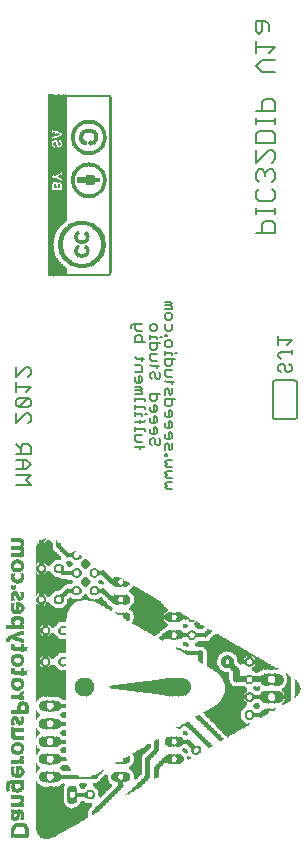
<source format=gbo>
G75*
G70*
%OFA0B0*%
%FSLAX24Y24*%
%IPPOS*%
%LPD*%
%AMOC8*
5,1,8,0,0,1.08239X$1,22.5*
%
%ADD10C,0.0070*%
%ADD11C,0.0080*%
%ADD12C,0.0050*%
%ADD13R,0.0010X0.0290*%
%ADD14R,0.0010X0.0120*%
%ADD15R,0.0010X0.0140*%
%ADD16R,0.0010X0.0310*%
%ADD17R,0.0010X0.0130*%
%ADD18R,0.0010X0.0320*%
%ADD19R,0.0010X0.0330*%
%ADD20R,0.0010X0.0160*%
%ADD21R,0.0010X0.0340*%
%ADD22R,0.0010X0.0170*%
%ADD23R,0.0010X0.0180*%
%ADD24R,0.0010X0.0080*%
%ADD25R,0.0010X0.0030*%
%ADD26R,0.0010X0.0200*%
%ADD27R,0.0010X0.0040*%
%ADD28R,0.0010X0.0020*%
%ADD29R,0.0010X0.0150*%
%ADD30R,0.0010X0.0090*%
%ADD31R,0.0010X0.0100*%
%ADD32R,0.0010X0.0110*%
%ADD33R,0.0010X0.0060*%
%ADD34R,0.0010X0.0270*%
%ADD35R,0.0010X0.0250*%
%ADD36R,0.0010X0.0230*%
%ADD37R,0.0010X0.0210*%
%ADD38R,0.0010X0.0240*%
%ADD39R,0.0010X0.0220*%
%ADD40R,0.0010X0.0190*%
%ADD41R,0.0010X0.0260*%
%ADD42R,0.0010X0.0280*%
%ADD43R,0.0010X0.0370*%
%ADD44R,0.0010X0.0300*%
%ADD45R,0.0010X0.0360*%
%ADD46R,0.0010X0.0390*%
%ADD47R,0.0010X0.0350*%
%ADD48R,0.0010X0.0400*%
%ADD49R,0.0010X0.0380*%
%ADD50R,0.0010X0.0410*%
%ADD51R,0.0010X0.0420*%
%ADD52R,0.0010X0.0430*%
%ADD53R,0.0010X0.0070*%
%ADD54R,0.0010X0.0050*%
%ADD55R,0.0010X0.0010*%
%ADD56R,0.0010X0.0620*%
%ADD57R,0.0010X0.0610*%
%ADD58R,0.0010X0.0600*%
%ADD59R,0.0010X0.0450*%
%ADD60R,0.0010X0.0440*%
%ADD61R,0.0010X0.1520*%
%ADD62R,0.0010X0.3290*%
%ADD63R,0.0010X0.0770*%
%ADD64R,0.0010X0.0470*%
%ADD65R,0.0010X0.1590*%
%ADD66R,0.0010X0.3240*%
%ADD67R,0.0010X0.0740*%
%ADD68R,0.0010X0.0560*%
%ADD69R,0.0010X0.1600*%
%ADD70R,0.0010X0.3210*%
%ADD71R,0.0010X0.0720*%
%ADD72R,0.0010X0.0580*%
%ADD73R,0.0010X0.1620*%
%ADD74R,0.0010X0.3190*%
%ADD75R,0.0010X0.0700*%
%ADD76R,0.0010X0.1630*%
%ADD77R,0.0010X0.3170*%
%ADD78R,0.0010X0.0690*%
%ADD79R,0.0010X0.1650*%
%ADD80R,0.0010X0.3160*%
%ADD81R,0.0010X0.0680*%
%ADD82R,0.0010X0.0630*%
%ADD83R,0.0010X0.1670*%
%ADD84R,0.0010X0.3150*%
%ADD85R,0.0010X0.0660*%
%ADD86R,0.0010X0.0650*%
%ADD87R,0.0010X0.1680*%
%ADD88R,0.0010X0.3120*%
%ADD89R,0.0010X0.1690*%
%ADD90R,0.0010X0.3110*%
%ADD91R,0.0010X0.3100*%
%ADD92R,0.0010X0.3220*%
%ADD93R,0.0010X0.0900*%
%ADD94R,0.0010X0.0830*%
%ADD95R,0.0010X0.1700*%
%ADD96R,0.0010X0.1110*%
%ADD97R,0.0010X0.0840*%
%ADD98R,0.0010X0.0860*%
%ADD99R,0.0010X0.0880*%
%ADD100R,0.0010X0.1100*%
%ADD101R,0.0010X0.0820*%
%ADD102R,0.0010X0.0850*%
%ADD103R,0.0010X0.1080*%
%ADD104R,0.0010X0.0800*%
%ADD105R,0.0010X0.1710*%
%ADD106R,0.0010X0.0790*%
%ADD107R,0.0010X0.1720*%
%ADD108R,0.0010X0.1060*%
%ADD109R,0.0010X0.0810*%
%ADD110R,0.0010X0.1030*%
%ADD111R,0.0010X0.0750*%
%ADD112R,0.0010X0.1730*%
%ADD113R,0.0010X0.1020*%
%ADD114R,0.0010X0.0730*%
%ADD115R,0.0010X0.1010*%
%ADD116R,0.0010X0.0710*%
%ADD117R,0.0010X0.0780*%
%ADD118R,0.0010X0.1000*%
%ADD119R,0.0010X0.0990*%
%ADD120R,0.0010X0.0670*%
%ADD121R,0.0010X0.0760*%
%ADD122R,0.0010X0.0980*%
%ADD123R,0.0010X0.0960*%
%ADD124R,0.0010X0.0870*%
%ADD125R,0.0010X0.0950*%
%ADD126R,0.0010X0.0890*%
%ADD127R,0.0010X0.1090*%
%ADD128R,0.0010X0.1070*%
%ADD129R,0.0010X0.0640*%
%ADD130R,0.0010X0.0970*%
%ADD131R,0.0010X0.1040*%
%ADD132R,0.0010X0.1050*%
%ADD133R,0.0010X0.0590*%
%ADD134R,0.0010X0.0570*%
%ADD135R,0.0010X0.0550*%
%ADD136R,0.0010X0.0530*%
%ADD137R,0.0010X0.0510*%
%ADD138R,0.0010X0.1660*%
%ADD139R,0.0010X0.0480*%
%ADD140R,0.0010X0.0460*%
%ADD141R,0.0010X0.1640*%
%ADD142R,0.0010X0.0520*%
%ADD143R,0.0010X0.0940*%
%ADD144R,0.0010X0.0930*%
%ADD145R,0.0010X0.0540*%
%ADD146R,0.0010X0.0500*%
%ADD147R,0.0010X0.1610*%
%ADD148R,0.0010X0.0490*%
%ADD149R,0.0010X0.0920*%
%ADD150R,0.0010X0.0910*%
%ADD151R,0.0010X0.1270*%
%ADD152R,0.0010X0.1260*%
%ADD153R,0.0010X0.1250*%
%ADD154R,0.0010X0.1240*%
%ADD155R,0.0010X0.1220*%
%ADD156R,0.0010X0.1200*%
%ADD157R,0.0010X0.1190*%
%ADD158R,0.0010X0.1170*%
%ADD159R,0.0010X0.1160*%
%ADD160R,0.0010X0.1150*%
%ADD161R,0.0010X0.1130*%
%ADD162R,0.0010X0.1120*%
%ADD163R,0.0010X0.1180*%
%ADD164R,0.0010X0.1230*%
%ADD165R,0.0010X0.1280*%
%ADD166R,0.0010X0.1290*%
%ADD167R,0.0010X0.1210*%
%ADD168R,0.0010X0.1300*%
%ADD169R,0.0010X0.1350*%
%ADD170R,0.0010X0.1390*%
%ADD171R,0.0010X0.1440*%
%ADD172R,0.0010X0.2100*%
%ADD173R,0.0010X0.2110*%
%ADD174R,0.0010X0.2120*%
%ADD175R,0.0010X0.2130*%
%ADD176R,0.0010X0.2140*%
%ADD177R,0.0010X0.2150*%
%ADD178R,0.0010X0.2160*%
%ADD179R,0.0010X0.2170*%
%ADD180R,0.0010X0.2090*%
%ADD181R,0.0010X0.1840*%
%ADD182R,0.0010X0.1810*%
%ADD183R,0.0010X0.1790*%
%ADD184R,0.0010X0.1750*%
%ADD185R,0.0010X0.1570*%
%ADD186R,0.0010X0.1560*%
%ADD187R,0.0010X0.1550*%
%ADD188R,0.0010X0.1540*%
%ADD189R,0.0010X0.1530*%
%ADD190R,0.0010X0.1510*%
%ADD191R,0.0010X0.1500*%
%ADD192R,0.0010X0.1490*%
%ADD193R,0.0010X0.1480*%
%ADD194R,0.0010X0.1470*%
%ADD195R,0.0010X0.1460*%
%ADD196R,0.0010X0.1450*%
%ADD197R,0.0010X0.1430*%
%ADD198R,0.0015X0.6015*%
%ADD199R,0.0015X0.6045*%
%ADD200R,0.0015X0.4395*%
%ADD201R,0.0015X0.1620*%
%ADD202R,0.0015X0.2865*%
%ADD203R,0.0015X0.0210*%
%ADD204R,0.0015X0.0975*%
%ADD205R,0.0015X0.0075*%
%ADD206R,0.0015X0.0165*%
%ADD207R,0.0015X0.1170*%
%ADD208R,0.0015X0.0180*%
%ADD209R,0.0015X0.0945*%
%ADD210R,0.0015X0.0045*%
%ADD211R,0.0015X0.1035*%
%ADD212R,0.0015X0.1785*%
%ADD213R,0.0015X0.0930*%
%ADD214R,0.0015X0.0150*%
%ADD215R,0.0015X0.0885*%
%ADD216R,0.0015X0.1650*%
%ADD217R,0.0015X0.0060*%
%ADD218R,0.0015X0.0030*%
%ADD219R,0.0015X0.0135*%
%ADD220R,0.0015X0.1185*%
%ADD221R,0.0015X0.0810*%
%ADD222R,0.0015X0.1575*%
%ADD223R,0.0015X0.0120*%
%ADD224R,0.0015X0.0915*%
%ADD225R,0.0015X0.0765*%
%ADD226R,0.0015X0.1530*%
%ADD227R,0.0015X0.1200*%
%ADD228R,0.0015X0.0735*%
%ADD229R,0.0015X0.1485*%
%ADD230R,0.0015X0.0690*%
%ADD231R,0.0015X0.1455*%
%ADD232R,0.0015X0.1110*%
%ADD233R,0.0015X0.0660*%
%ADD234R,0.0015X0.1425*%
%ADD235R,0.0015X0.1080*%
%ADD236R,0.0015X0.1215*%
%ADD237R,0.0015X0.0630*%
%ADD238R,0.0015X0.1395*%
%ADD239R,0.0015X0.0090*%
%ADD240R,0.0015X0.1020*%
%ADD241R,0.0015X0.0600*%
%ADD242R,0.0015X0.1365*%
%ADD243R,0.0015X0.0960*%
%ADD244R,0.0015X0.0585*%
%ADD245R,0.0015X0.1335*%
%ADD246R,0.0015X0.1230*%
%ADD247R,0.0015X0.0555*%
%ADD248R,0.0015X0.1320*%
%ADD249R,0.0015X0.0540*%
%ADD250R,0.0015X0.1290*%
%ADD251R,0.0015X0.0885*%
%ADD252R,0.0015X0.0225*%
%ADD253R,0.0015X0.1245*%
%ADD254R,0.0015X0.0510*%
%ADD255R,0.0015X0.0300*%
%ADD256R,0.0015X0.1275*%
%ADD257R,0.0015X0.0105*%
%ADD258R,0.0015X0.0270*%
%ADD259R,0.0015X0.0015*%
%ADD260R,0.0015X0.0495*%
%ADD261R,0.0015X0.0435*%
%ADD262R,0.0015X0.1260*%
%ADD263R,0.0015X0.0855*%
%ADD264R,0.0015X0.0480*%
%ADD265R,0.0015X0.0525*%
%ADD266R,0.0015X0.0465*%
%ADD267R,0.0015X0.0600*%
%ADD268R,0.0015X0.0450*%
%ADD269R,0.0015X0.0675*%
%ADD270R,0.0015X0.0840*%
%ADD271R,0.0015X0.0420*%
%ADD272R,0.0015X0.0735*%
%ADD273R,0.0015X0.0405*%
%ADD274R,0.0015X0.0780*%
%ADD275R,0.0015X0.0825*%
%ADD276R,0.0015X0.1155*%
%ADD277R,0.0015X0.0195*%
%ADD278R,0.0015X0.0390*%
%ADD279R,0.0015X0.2670*%
%ADD280R,0.0015X0.0375*%
%ADD281R,0.0015X0.4320*%
%ADD282R,0.0015X0.0360*%
%ADD283R,0.0015X0.0330*%
%ADD284R,0.0015X0.4305*%
%ADD285R,0.0015X0.0345*%
%ADD286R,0.0015X0.4290*%
%ADD287R,0.0015X0.0330*%
%ADD288R,0.0015X0.4275*%
%ADD289R,0.0015X0.0255*%
%ADD290R,0.0015X0.4260*%
%ADD291R,0.0015X0.0315*%
%ADD292R,0.0015X0.0240*%
%ADD293R,0.0015X0.0300*%
%ADD294R,0.0015X0.4245*%
%ADD295R,0.0015X0.0285*%
%ADD296R,0.0015X0.4230*%
%ADD297R,0.0015X0.0270*%
%ADD298R,0.0015X0.4215*%
%ADD299R,0.0015X0.0060*%
%ADD300R,0.0015X0.0360*%
%ADD301R,0.0015X0.0450*%
%ADD302R,0.0015X0.0510*%
%ADD303R,0.0015X0.0570*%
%ADD304R,0.0015X0.0555*%
%ADD305R,0.0015X0.0615*%
%ADD306R,0.0015X0.0660*%
%ADD307R,0.0015X0.0345*%
%ADD308R,0.0015X0.0390*%
%ADD309R,0.0015X0.0315*%
%ADD310R,0.0015X0.0420*%
%ADD311R,0.0015X0.0465*%
%ADD312R,0.0015X0.0375*%
%ADD313R,0.0015X0.0285*%
%ADD314R,0.0015X0.0405*%
%ADD315R,0.0015X0.0870*%
%ADD316R,0.0015X0.0720*%
%ADD317R,0.0015X0.0645*%
%ADD318R,0.0015X0.0585*%
%ADD319R,0.0015X0.0495*%
%ADD320R,0.0015X0.0540*%
%ADD321R,0.0015X0.0480*%
%ADD322R,0.0015X0.6015*%
%ADD323R,0.0015X0.5985*%
%ADD324R,0.0015X0.5955*%
%ADD325R,0.0015X0.5895*%
%ADD326C,0.0060*%
D10*
X004653Y016662D02*
X005144Y016662D01*
X004980Y016825D01*
X005144Y016989D01*
X004653Y016989D01*
X004653Y017177D02*
X004980Y017177D01*
X005144Y017341D01*
X004980Y017504D01*
X004653Y017504D01*
X004653Y017693D02*
X005144Y017693D01*
X005144Y017938D01*
X005062Y018020D01*
X004898Y018020D01*
X004817Y017938D01*
X004817Y017693D01*
X004817Y017856D02*
X004653Y018020D01*
X004898Y017504D02*
X004898Y017177D01*
X005062Y018724D02*
X005144Y018806D01*
X005144Y018969D01*
X005062Y019051D01*
X004980Y019051D01*
X004653Y018724D01*
X004653Y019051D01*
X004735Y019240D02*
X004653Y019322D01*
X004653Y019485D01*
X004735Y019567D01*
X005062Y019567D01*
X004735Y019240D01*
X005062Y019240D01*
X005144Y019322D01*
X005144Y019485D01*
X005062Y019567D01*
X004980Y019756D02*
X005144Y019919D01*
X004653Y019919D01*
X004653Y019756D02*
X004653Y020082D01*
X004653Y020271D02*
X004980Y020598D01*
X005062Y020598D01*
X005144Y020516D01*
X005144Y020353D01*
X005062Y020271D01*
X004653Y020271D02*
X004653Y020598D01*
D11*
X012658Y025042D02*
X013279Y025042D01*
X013279Y025352D01*
X013175Y025455D01*
X012968Y025455D01*
X012865Y025352D01*
X012865Y025042D01*
X012658Y025686D02*
X012658Y025893D01*
X012658Y025790D02*
X013279Y025790D01*
X013279Y025893D02*
X013279Y025686D01*
X013175Y026116D02*
X012762Y026116D01*
X012658Y026219D01*
X012658Y026426D01*
X012762Y026530D01*
X012762Y026760D02*
X012658Y026864D01*
X012658Y027071D01*
X012762Y027174D01*
X012865Y027174D01*
X012968Y027071D01*
X012968Y026967D01*
X012968Y027071D02*
X013072Y027174D01*
X013175Y027174D01*
X013279Y027071D01*
X013279Y026864D01*
X013175Y026760D01*
X013175Y026530D02*
X013279Y026426D01*
X013279Y026219D01*
X013175Y026116D01*
X013175Y027405D02*
X013279Y027508D01*
X013279Y027715D01*
X013175Y027819D01*
X013072Y027819D01*
X012658Y027405D01*
X012658Y027819D01*
X012658Y028050D02*
X012658Y028360D01*
X012762Y028463D01*
X013175Y028463D01*
X013279Y028360D01*
X013279Y028050D01*
X012658Y028050D01*
X012658Y028694D02*
X012658Y028901D01*
X012658Y028797D02*
X013279Y028797D01*
X013279Y028694D02*
X013279Y028901D01*
X013279Y029124D02*
X013279Y029434D01*
X013175Y029537D01*
X012968Y029537D01*
X012865Y029434D01*
X012865Y029124D01*
X012658Y029124D02*
X013279Y029124D01*
X013279Y030413D02*
X012865Y030413D01*
X012658Y030620D01*
X012865Y030826D01*
X013279Y030826D01*
X013072Y031057D02*
X013279Y031264D01*
X012658Y031264D01*
X012658Y031057D02*
X012658Y031471D01*
X012762Y031702D02*
X012865Y031805D01*
X012865Y032116D01*
X012968Y032116D02*
X012658Y032116D01*
X012658Y031805D01*
X012762Y031702D01*
X013072Y032012D02*
X012968Y032116D01*
X013072Y032012D02*
X013072Y031805D01*
D12*
X009793Y022767D02*
X009618Y022767D01*
X009618Y022650D02*
X009793Y022650D01*
X009852Y022708D01*
X009793Y022767D01*
X009793Y022650D02*
X009852Y022592D01*
X009852Y022533D01*
X009618Y022533D01*
X009676Y022398D02*
X009793Y022398D01*
X009852Y022340D01*
X009852Y022223D01*
X009793Y022165D01*
X009676Y022165D01*
X009618Y022223D01*
X009618Y022340D01*
X009676Y022398D01*
X009618Y022030D02*
X009618Y021855D01*
X009676Y021797D01*
X009793Y021797D01*
X009852Y021855D01*
X009852Y022030D01*
X009676Y021671D02*
X009618Y021671D01*
X009618Y021612D01*
X009676Y021612D01*
X009676Y021671D01*
X009527Y021596D02*
X009468Y021596D01*
X009352Y021596D02*
X009118Y021596D01*
X009118Y021538D02*
X009118Y021655D01*
X009176Y021783D02*
X009118Y021842D01*
X009118Y021958D01*
X009176Y022017D01*
X009293Y022017D01*
X009352Y021958D01*
X009352Y021842D01*
X009293Y021783D01*
X009176Y021783D01*
X009352Y021596D02*
X009352Y021538D01*
X009352Y021403D02*
X009352Y021228D01*
X009293Y021169D01*
X009176Y021169D01*
X009118Y021228D01*
X009118Y021403D01*
X009468Y021403D01*
X009618Y021419D02*
X009618Y021303D01*
X009676Y021244D01*
X009793Y021244D01*
X009852Y021303D01*
X009852Y021419D01*
X009793Y021478D01*
X009676Y021478D01*
X009618Y021419D01*
X009618Y021115D02*
X009618Y020999D01*
X009618Y021057D02*
X009852Y021057D01*
X009852Y020999D01*
X009968Y021057D02*
X010027Y021057D01*
X009968Y020864D02*
X009618Y020864D01*
X009618Y020689D01*
X009676Y020630D01*
X009793Y020630D01*
X009852Y020689D01*
X009852Y020864D01*
X009852Y020496D02*
X009618Y020496D01*
X009618Y020320D01*
X009676Y020262D01*
X009852Y020262D01*
X009852Y020133D02*
X009852Y020017D01*
X009910Y020075D02*
X009676Y020075D01*
X009618Y020133D01*
X009468Y020246D02*
X009468Y020362D01*
X009410Y020421D01*
X009293Y020362D02*
X009235Y020421D01*
X009176Y020421D01*
X009118Y020362D01*
X009118Y020246D01*
X009176Y020187D01*
X009293Y020246D02*
X009293Y020362D01*
X009293Y020246D02*
X009352Y020187D01*
X009410Y020187D01*
X009468Y020246D01*
X009352Y020556D02*
X009352Y020672D01*
X009410Y020614D02*
X009176Y020614D01*
X009118Y020672D01*
X009176Y020801D02*
X009118Y020860D01*
X009118Y021035D01*
X009352Y021035D01*
X009352Y020801D02*
X009176Y020801D01*
X008910Y020859D02*
X008676Y020859D01*
X008618Y020918D01*
X008618Y020666D02*
X008793Y020666D01*
X008852Y020608D01*
X008852Y020433D01*
X008618Y020433D01*
X008735Y020298D02*
X008735Y020064D01*
X008793Y020064D02*
X008852Y020123D01*
X008852Y020240D01*
X008793Y020298D01*
X008735Y020298D01*
X008618Y020240D02*
X008618Y020123D01*
X008676Y020064D01*
X008793Y020064D01*
X008793Y019930D02*
X008618Y019930D01*
X008618Y019813D02*
X008793Y019813D01*
X008852Y019871D01*
X008793Y019930D01*
X008793Y019813D02*
X008852Y019754D01*
X008852Y019696D01*
X008618Y019696D01*
X008618Y019567D02*
X008618Y019451D01*
X008618Y019509D02*
X008968Y019509D01*
X008968Y019451D01*
X009118Y019509D02*
X009118Y019684D01*
X009468Y019684D01*
X009352Y019684D02*
X009352Y019509D01*
X009293Y019451D01*
X009176Y019451D01*
X009118Y019509D01*
X009235Y019316D02*
X009235Y019082D01*
X009293Y019082D02*
X009352Y019141D01*
X009352Y019258D01*
X009293Y019316D01*
X009235Y019316D01*
X009118Y019258D02*
X009118Y019141D01*
X009176Y019082D01*
X009293Y019082D01*
X009293Y018948D02*
X009235Y018948D01*
X009235Y018714D01*
X009293Y018714D02*
X009352Y018772D01*
X009352Y018889D01*
X009293Y018948D01*
X009118Y018889D02*
X009118Y018772D01*
X009176Y018714D01*
X009293Y018714D01*
X009293Y018579D02*
X009235Y018579D01*
X009235Y018346D01*
X009293Y018346D02*
X009352Y018404D01*
X009352Y018521D01*
X009293Y018579D01*
X009118Y018521D02*
X009118Y018404D01*
X009176Y018346D01*
X009293Y018346D01*
X009235Y018211D02*
X009176Y018211D01*
X009118Y018153D01*
X009118Y018036D01*
X009176Y017978D01*
X009293Y018036D02*
X009293Y018153D01*
X009235Y018211D01*
X009410Y018211D02*
X009468Y018153D01*
X009468Y018036D01*
X009410Y017978D01*
X009352Y017978D01*
X009293Y018036D01*
X009618Y017982D02*
X009618Y017807D01*
X009618Y017681D02*
X009618Y017623D01*
X009676Y017623D01*
X009676Y017681D01*
X009618Y017681D01*
X009676Y017488D02*
X009852Y017488D01*
X009676Y017488D02*
X009618Y017429D01*
X009676Y017371D01*
X009618Y017313D01*
X009676Y017254D01*
X009852Y017254D01*
X009852Y017119D02*
X009676Y017119D01*
X009618Y017061D01*
X009676Y017003D01*
X009618Y016944D01*
X009676Y016886D01*
X009852Y016886D01*
X009852Y016751D02*
X009676Y016751D01*
X009618Y016693D01*
X009676Y016634D01*
X009618Y016576D01*
X009676Y016518D01*
X009852Y016518D01*
X009793Y017807D02*
X009735Y017865D01*
X009735Y017982D01*
X009676Y018040D01*
X009618Y017982D01*
X009676Y018175D02*
X009793Y018175D01*
X009852Y018233D01*
X009852Y018350D01*
X009793Y018409D01*
X009735Y018409D01*
X009735Y018175D01*
X009676Y018175D02*
X009618Y018233D01*
X009618Y018350D01*
X009676Y018543D02*
X009793Y018543D01*
X009852Y018602D01*
X009852Y018718D01*
X009793Y018777D01*
X009735Y018777D01*
X009735Y018543D01*
X009676Y018543D02*
X009618Y018602D01*
X009618Y018718D01*
X009676Y018912D02*
X009793Y018912D01*
X009852Y018970D01*
X009852Y019087D01*
X009793Y019145D01*
X009735Y019145D01*
X009735Y018912D01*
X009676Y018912D02*
X009618Y018970D01*
X009618Y019087D01*
X009676Y019280D02*
X009793Y019280D01*
X009852Y019338D01*
X009852Y019513D01*
X009968Y019513D02*
X009618Y019513D01*
X009618Y019338D01*
X009676Y019280D01*
X009618Y019648D02*
X009618Y019823D01*
X009676Y019882D01*
X009735Y019823D01*
X009735Y019707D01*
X009793Y019648D01*
X009852Y019707D01*
X009852Y019882D01*
X008968Y019263D02*
X008618Y019263D01*
X008618Y019205D02*
X008618Y019322D01*
X008618Y019076D02*
X008618Y018960D01*
X008618Y019018D02*
X008852Y019018D01*
X008852Y018960D01*
X008968Y019018D02*
X009027Y019018D01*
X008968Y019205D02*
X008968Y019263D01*
X008968Y018831D02*
X008910Y018772D01*
X008618Y018772D01*
X008793Y018714D02*
X008793Y018831D01*
X008618Y018585D02*
X008618Y018469D01*
X008618Y018527D02*
X008968Y018527D01*
X008968Y018469D01*
X008852Y018334D02*
X008618Y018334D01*
X008618Y018159D01*
X008676Y018100D01*
X008852Y018100D01*
X008793Y017971D02*
X008793Y017855D01*
X008910Y017913D02*
X008618Y017913D01*
X008910Y017913D02*
X008968Y017971D01*
X009793Y017807D02*
X009852Y017865D01*
X009852Y018040D01*
X008852Y020801D02*
X008852Y020918D01*
X008852Y021415D02*
X008852Y021590D01*
X008793Y021648D01*
X008676Y021648D01*
X008618Y021590D01*
X008618Y021415D01*
X008968Y021415D01*
X008852Y021783D02*
X008676Y021783D01*
X008618Y021842D01*
X008618Y022017D01*
X008560Y022017D02*
X008501Y021958D01*
X008501Y021900D01*
X008560Y022017D02*
X008852Y022017D01*
D13*
X005968Y014297D03*
X006248Y013797D03*
X006948Y014017D03*
X007018Y014017D03*
X007018Y013427D03*
X006948Y013427D03*
X006498Y012757D03*
X007958Y012837D03*
X008378Y012837D03*
X007958Y013427D03*
X007948Y013427D03*
X009728Y012247D03*
X009738Y012247D03*
X009728Y011647D03*
X010148Y012247D03*
X011378Y010537D03*
X011568Y010307D03*
X012268Y011027D03*
X012928Y010647D03*
X012938Y010647D03*
X012248Y009347D03*
X012208Y008687D03*
X011098Y009017D03*
X010148Y008107D03*
X009728Y008107D03*
X009728Y007517D03*
X009738Y007517D03*
X010148Y007517D03*
X008858Y007727D03*
X008388Y006927D03*
X008378Y006927D03*
X008368Y006927D03*
X008168Y006677D03*
X007958Y006927D03*
X007948Y006927D03*
X007748Y006647D03*
X007408Y006607D03*
X006088Y006927D03*
X006088Y007517D03*
X005518Y008097D03*
X005518Y008697D03*
X005518Y009287D03*
X005528Y009287D03*
X006088Y009287D03*
X006678Y009907D03*
X008598Y009907D03*
X008608Y009907D03*
X008618Y009907D03*
X008628Y009907D03*
X008638Y009907D03*
X008648Y009907D03*
X008658Y009907D03*
X004888Y010817D03*
X004548Y010807D03*
X004548Y010017D03*
X004738Y009177D03*
X004588Y008797D03*
X004568Y008787D03*
X004888Y007877D03*
X004878Y007097D03*
X004538Y007127D03*
X004368Y006587D03*
X004758Y005687D03*
X004888Y005637D03*
X004878Y012547D03*
X004578Y012947D03*
X004568Y012947D03*
X004588Y013547D03*
X004598Y013547D03*
X004578Y013557D03*
D14*
X004638Y013242D03*
X004638Y013042D03*
X004628Y013042D03*
X004618Y013042D03*
X004778Y012682D03*
X004788Y012682D03*
X004798Y012672D03*
X004808Y012672D03*
X004828Y012662D03*
X004808Y012422D03*
X004798Y012422D03*
X004788Y012412D03*
X004778Y012412D03*
X004768Y012412D03*
X004678Y012412D03*
X004668Y012412D03*
X004658Y012412D03*
X004878Y011922D03*
X004888Y011922D03*
X004928Y012112D03*
X004828Y011712D03*
X004798Y011702D03*
X004788Y011702D03*
X004778Y011692D03*
X004768Y011692D03*
X004758Y011692D03*
X004748Y011692D03*
X004728Y011682D03*
X004718Y011682D03*
X004698Y011672D03*
X004668Y011662D03*
X004688Y011532D03*
X004778Y011502D03*
X004368Y011492D03*
X004658Y010392D03*
X004668Y010392D03*
X004678Y010392D03*
X004688Y010392D03*
X004698Y010392D03*
X004708Y010392D03*
X004718Y010392D03*
X004728Y010392D03*
X004738Y010392D03*
X004748Y010392D03*
X004758Y010392D03*
X004768Y010392D03*
X004778Y010392D03*
X004788Y010392D03*
X004798Y010392D03*
X004808Y010392D03*
X004818Y010392D03*
X004828Y010392D03*
X004938Y010392D03*
X004948Y010392D03*
X004958Y010392D03*
X004968Y010392D03*
X004978Y010392D03*
X004988Y010392D03*
X004998Y010392D03*
X004888Y009702D03*
X004878Y009702D03*
X004638Y008882D03*
X004618Y008882D03*
X004608Y008882D03*
X004508Y008772D03*
X004528Y008502D03*
X004538Y008502D03*
X004548Y008502D03*
X004678Y008232D03*
X004688Y008232D03*
X004698Y008232D03*
X004708Y008232D03*
X004718Y008232D03*
X004728Y008232D03*
X004738Y008232D03*
X004748Y008232D03*
X004758Y008232D03*
X004768Y008232D03*
X004778Y008232D03*
X004788Y008232D03*
X004798Y008232D03*
X004808Y008232D03*
X004818Y008232D03*
X004828Y008232D03*
X004838Y008232D03*
X004848Y008232D03*
X004858Y008232D03*
X004868Y008232D03*
X004878Y008232D03*
X004888Y008232D03*
X004898Y008232D03*
X004908Y008232D03*
X004918Y008232D03*
X004828Y008712D03*
X005458Y008692D03*
X005408Y008402D03*
X005458Y008102D03*
X005418Y007812D03*
X005418Y007222D03*
X005698Y006802D03*
X005918Y007402D03*
X006188Y007212D03*
X006418Y007192D03*
X006698Y006912D03*
X006978Y006652D03*
X007278Y006652D03*
X007288Y006652D03*
X007268Y006912D03*
X007258Y006912D03*
X007248Y006912D03*
X007348Y006942D03*
X007358Y006952D03*
X007168Y005982D03*
X007218Y005722D03*
X008258Y006832D03*
X008608Y006522D03*
X008618Y006532D03*
X008638Y006542D03*
X009848Y007422D03*
X010238Y007512D03*
X010358Y007772D03*
X010278Y007802D03*
X010028Y008202D03*
X010278Y008392D03*
X010348Y008372D03*
X010358Y008672D03*
X010738Y008892D03*
X010988Y009042D03*
X011518Y008202D03*
X011138Y007982D03*
X012328Y009342D03*
X012628Y009282D03*
X012638Y009282D03*
X013088Y009132D03*
X013088Y009442D03*
X013088Y009722D03*
X013088Y010032D03*
X013088Y010312D03*
X013218Y010562D03*
X013568Y009822D03*
X012378Y011042D03*
X010868Y011922D03*
X010858Y011922D03*
X010648Y012002D03*
X010338Y012232D03*
X010328Y012232D03*
X010318Y012232D03*
X010038Y012152D03*
X009848Y012152D03*
X009688Y011992D03*
X009848Y011742D03*
X009848Y011562D03*
X010038Y011562D03*
X010038Y011742D03*
X010388Y011332D03*
X010358Y011072D03*
X010348Y011072D03*
X010688Y011332D03*
X009688Y012492D03*
X008498Y012542D03*
X008258Y012742D03*
X008498Y013132D03*
X008388Y013352D03*
X008258Y013332D03*
X007538Y013402D03*
X007388Y012782D03*
X007378Y012782D03*
X007058Y012882D03*
X006918Y012882D03*
X006908Y012882D03*
X006618Y012782D03*
X006178Y012952D03*
X004788Y014812D03*
X004778Y014812D03*
X004768Y014812D03*
X004758Y014812D03*
X004748Y014812D03*
X004738Y014812D03*
X004728Y014812D03*
X004718Y014812D03*
X004708Y014812D03*
X004698Y014812D03*
X004688Y014812D03*
X004678Y014812D03*
X004668Y014812D03*
X004658Y014812D03*
X004648Y014812D03*
X004638Y014812D03*
X004628Y014812D03*
X004618Y014812D03*
X004608Y014812D03*
X004598Y014812D03*
X004588Y014812D03*
X004578Y014812D03*
X004568Y014812D03*
X004558Y014812D03*
X004548Y014812D03*
X004538Y014812D03*
X004528Y014812D03*
X004518Y014812D03*
X005918Y009402D03*
X005908Y009162D03*
X006188Y008992D03*
X005908Y008812D03*
X005908Y008572D03*
X006188Y008402D03*
X005908Y007982D03*
X006188Y007802D03*
X005408Y008992D03*
X005458Y009282D03*
X004888Y007562D03*
X004888Y007422D03*
X004878Y007422D03*
X004868Y007422D03*
X004898Y007422D03*
X004748Y007432D03*
X004738Y007432D03*
X004728Y007432D03*
X004718Y007432D03*
X004708Y007432D03*
X004698Y007432D03*
X004688Y007432D03*
X004678Y007432D03*
X004668Y007432D03*
X004658Y007432D03*
X004648Y007432D03*
X004638Y007432D03*
X004628Y007432D03*
X004618Y007432D03*
X004608Y007432D03*
X004598Y007432D03*
X004588Y007432D03*
X004578Y007432D03*
X004568Y007432D03*
X004558Y007432D03*
X004548Y007432D03*
X004538Y007432D03*
X004768Y007232D03*
X004778Y007232D03*
X004788Y007232D03*
X004798Y007222D03*
X004808Y007222D03*
X004828Y007212D03*
X004818Y006982D03*
X004808Y006972D03*
X004798Y006972D03*
X004788Y006962D03*
X004778Y006962D03*
X004768Y006962D03*
X004668Y006962D03*
X004658Y006962D03*
X004518Y006752D03*
X004508Y006752D03*
X004518Y006262D03*
X004518Y005782D03*
X004528Y005782D03*
X004538Y005772D03*
X004898Y006762D03*
D15*
X004508Y005042D03*
X004608Y004972D03*
X004618Y004972D03*
X004628Y004972D03*
X004638Y004972D03*
X004648Y004972D03*
X004658Y004972D03*
X004668Y004972D03*
X004678Y004972D03*
X004688Y004972D03*
X004698Y004972D03*
X004708Y004972D03*
X004718Y004972D03*
X004728Y004972D03*
X004738Y004972D03*
X004748Y004972D03*
X004758Y004972D03*
X004768Y004972D03*
X004778Y004972D03*
X004788Y004972D03*
X004798Y004972D03*
X004808Y004972D03*
X004818Y004972D03*
X004828Y004972D03*
X004838Y004972D03*
X004848Y004972D03*
X004858Y004972D03*
X004868Y004972D03*
X004878Y004972D03*
X004888Y004972D03*
X004898Y004972D03*
X004908Y004972D03*
X004918Y004972D03*
X004928Y004972D03*
X004938Y004972D03*
X004948Y004972D03*
X004958Y004972D03*
X004968Y004972D03*
X004978Y004972D03*
X004988Y004972D03*
X004908Y005322D03*
X004898Y005322D03*
X004888Y005332D03*
X004878Y005332D03*
X004868Y005332D03*
X004858Y005332D03*
X004748Y005332D03*
X004738Y005332D03*
X004728Y005332D03*
X004718Y005322D03*
X004708Y005322D03*
X004678Y005312D03*
X004678Y005532D03*
X004688Y005542D03*
X004608Y005532D03*
X004618Y005762D03*
X004628Y005762D03*
X004788Y006002D03*
X004918Y006172D03*
X004808Y006252D03*
X004798Y006252D03*
X004758Y006472D03*
X004748Y006472D03*
X004738Y006472D03*
X004728Y006472D03*
X004718Y006472D03*
X004708Y006472D03*
X004698Y006472D03*
X004688Y006472D03*
X004678Y006472D03*
X004658Y006482D03*
X004648Y006482D03*
X004638Y006492D03*
X004788Y006482D03*
X004798Y006482D03*
X004808Y006492D03*
X004798Y006752D03*
X004788Y006752D03*
X004648Y006752D03*
X004478Y006742D03*
X004468Y006732D03*
X004778Y007442D03*
X004738Y007722D03*
X004728Y007722D03*
X004718Y007722D03*
X004708Y007722D03*
X004698Y007722D03*
X004658Y007732D03*
X004648Y007732D03*
X004638Y007742D03*
X004628Y007742D03*
X004618Y007752D03*
X004778Y007732D03*
X004808Y007742D03*
X004818Y007752D03*
X004928Y007872D03*
X004808Y008002D03*
X004798Y008012D03*
X004788Y008012D03*
X004768Y008022D03*
X004758Y008022D03*
X004748Y008022D03*
X004738Y008022D03*
X004728Y008022D03*
X004718Y008022D03*
X004708Y008022D03*
X004698Y008022D03*
X004688Y008022D03*
X004678Y008022D03*
X004668Y008022D03*
X004658Y008012D03*
X004648Y008012D03*
X004628Y008002D03*
X004638Y008242D03*
X004648Y008242D03*
X004518Y008312D03*
X004638Y008492D03*
X004648Y008492D03*
X004788Y008712D03*
X004928Y008822D03*
X004988Y009102D03*
X004968Y009362D03*
X004958Y009372D03*
X004948Y009372D03*
X004938Y009372D03*
X004878Y009372D03*
X004868Y009372D03*
X004858Y009372D03*
X004848Y009362D03*
X004778Y009582D03*
X004768Y009582D03*
X004768Y009872D03*
X004758Y009872D03*
X004748Y009872D03*
X004778Y009872D03*
X004798Y009882D03*
X004818Y009892D03*
X004698Y009872D03*
X004688Y009872D03*
X004678Y009872D03*
X004668Y009872D03*
X004658Y009872D03*
X004638Y009882D03*
X004628Y009892D03*
X004628Y010142D03*
X004638Y010152D03*
X004648Y010152D03*
X004658Y010162D03*
X004668Y010162D03*
X004768Y010162D03*
X004778Y010162D03*
X004798Y010152D03*
X004808Y010152D03*
X004818Y010142D03*
X004928Y010022D03*
X004628Y010402D03*
X004648Y010672D03*
X004658Y010672D03*
X004628Y010682D03*
X004778Y010672D03*
X004788Y010672D03*
X004798Y010672D03*
X004808Y010682D03*
X004818Y010682D03*
X004828Y010692D03*
X004928Y010822D03*
X004818Y010932D03*
X004808Y010942D03*
X004798Y010942D03*
X004788Y010952D03*
X004728Y010962D03*
X004708Y010962D03*
X004658Y010952D03*
X004648Y010952D03*
X004638Y010942D03*
X004628Y010932D03*
X004628Y011192D03*
X004618Y011202D03*
X004798Y011492D03*
X004828Y011482D03*
X004838Y011482D03*
X004858Y011472D03*
X004868Y011472D03*
X004888Y011462D03*
X004898Y011462D03*
X004908Y011452D03*
X004918Y011452D03*
X004868Y011722D03*
X004858Y011722D03*
X004888Y011732D03*
X004898Y011732D03*
X004908Y011732D03*
X004788Y011932D03*
X004778Y011932D03*
X004768Y011932D03*
X004758Y011932D03*
X004748Y011932D03*
X004738Y011932D03*
X004728Y011932D03*
X004718Y011932D03*
X004708Y011932D03*
X004698Y011932D03*
X004688Y011932D03*
X004678Y011932D03*
X004668Y011932D03*
X004658Y011932D03*
X004648Y011932D03*
X004518Y011932D03*
X004508Y011932D03*
X004498Y011932D03*
X004488Y011932D03*
X004478Y011932D03*
X004468Y011932D03*
X004458Y011932D03*
X004448Y011932D03*
X004438Y011932D03*
X004428Y011932D03*
X004418Y011932D03*
X004408Y011932D03*
X004398Y011932D03*
X004388Y011932D03*
X004378Y011932D03*
X004368Y011932D03*
X004488Y011582D03*
X004478Y011572D03*
X004538Y011602D03*
X004548Y011602D03*
X004388Y011502D03*
X004638Y012202D03*
X004648Y012212D03*
X004688Y012222D03*
X004698Y012222D03*
X004708Y012222D03*
X004718Y012222D03*
X004728Y012222D03*
X004738Y012222D03*
X004748Y012222D03*
X004758Y012222D03*
X004768Y012222D03*
X004788Y012212D03*
X004798Y012212D03*
X004808Y012202D03*
X004838Y012442D03*
X004788Y012872D03*
X004928Y012972D03*
X004768Y013442D03*
X004788Y013452D03*
X004678Y013442D03*
X004668Y013442D03*
X004658Y013442D03*
X004648Y013452D03*
X004618Y013242D03*
X004608Y013242D03*
X004548Y013242D03*
X004598Y013032D03*
X004658Y013032D03*
X004648Y013822D03*
X004638Y013822D03*
X004618Y013832D03*
X004788Y013822D03*
X004798Y013822D03*
X004808Y013822D03*
X004818Y013832D03*
X004928Y013962D03*
X004808Y014082D03*
X004798Y014092D03*
X004788Y014092D03*
X004778Y014102D03*
X004768Y014102D03*
X004668Y014102D03*
X004638Y014092D03*
X004628Y014082D03*
X004788Y014322D03*
X004798Y014322D03*
X004918Y014492D03*
X004918Y014732D03*
X004818Y014802D03*
X005658Y013872D03*
X006108Y014232D03*
X006428Y014322D03*
X006438Y014322D03*
X006448Y014322D03*
X006458Y014322D03*
X006468Y014322D03*
X006478Y014322D03*
X006488Y014322D03*
X006498Y014322D03*
X006508Y014322D03*
X006518Y014322D03*
X006528Y014322D03*
X006838Y013722D03*
X006838Y013132D03*
X006938Y012892D03*
X007038Y012892D03*
X007408Y012772D03*
X007438Y013132D03*
X007448Y013132D03*
X007458Y013132D03*
X007468Y013132D03*
X007478Y013132D03*
X007488Y013132D03*
X007498Y013132D03*
X007508Y013132D03*
X007518Y013132D03*
X007528Y013132D03*
X007538Y013132D03*
X007518Y013412D03*
X007478Y013422D03*
X007468Y013422D03*
X008068Y013512D03*
X008368Y013352D03*
X008508Y013132D03*
X008458Y012832D03*
X008508Y012542D03*
X008458Y012242D03*
X008068Y012922D03*
X007808Y012552D03*
X007818Y012542D03*
X006588Y012772D03*
X006538Y013132D03*
X006528Y013132D03*
X006518Y013132D03*
X006508Y013132D03*
X006498Y013132D03*
X006488Y013132D03*
X006478Y013132D03*
X006468Y013132D03*
X006458Y013132D03*
X006448Y013132D03*
X006438Y013132D03*
X006188Y012952D03*
X005948Y012832D03*
X005658Y012832D03*
X005498Y011802D03*
X005458Y011802D03*
X005448Y011802D03*
X005458Y010772D03*
X005468Y010772D03*
X005478Y010772D03*
X005488Y010772D03*
X006098Y010762D03*
X005688Y009392D03*
X005688Y009172D03*
X005918Y009172D03*
X006158Y009282D03*
X006168Y009282D03*
X006178Y009282D03*
X006188Y009282D03*
X006198Y009282D03*
X006208Y009282D03*
X006218Y009282D03*
X006228Y009282D03*
X006238Y009282D03*
X006248Y009282D03*
X006258Y009282D03*
X006268Y009282D03*
X006278Y009282D03*
X006288Y009282D03*
X006298Y009282D03*
X006308Y009282D03*
X006318Y009282D03*
X006318Y008692D03*
X006308Y008692D03*
X006298Y008692D03*
X006288Y008692D03*
X006278Y008692D03*
X006268Y008692D03*
X006258Y008692D03*
X006248Y008692D03*
X006238Y008692D03*
X006228Y008692D03*
X006218Y008692D03*
X006208Y008692D03*
X006198Y008692D03*
X006188Y008692D03*
X006178Y008692D03*
X006168Y008692D03*
X006158Y008692D03*
X006148Y008692D03*
X006148Y008102D03*
X006158Y008102D03*
X006168Y008102D03*
X006178Y008102D03*
X006188Y008102D03*
X006198Y008102D03*
X006208Y008102D03*
X006218Y008102D03*
X006228Y008102D03*
X006238Y008102D03*
X006248Y008102D03*
X006258Y008102D03*
X006268Y008102D03*
X006278Y008102D03*
X006288Y008102D03*
X006298Y008102D03*
X006308Y008102D03*
X006318Y008102D03*
X005688Y008212D03*
X005688Y007992D03*
X005688Y007412D03*
X005688Y007032D03*
X005688Y006812D03*
X005458Y006922D03*
X006158Y006922D03*
X006168Y006922D03*
X006178Y006922D03*
X006188Y006922D03*
X006198Y006922D03*
X006208Y006922D03*
X006218Y006922D03*
X006228Y006922D03*
X006238Y006922D03*
X006248Y006922D03*
X006258Y006922D03*
X006268Y006922D03*
X006278Y006922D03*
X006288Y006922D03*
X006298Y006922D03*
X006308Y006922D03*
X006318Y006922D03*
X006328Y006922D03*
X006338Y006922D03*
X006348Y006922D03*
X006358Y006922D03*
X006368Y006922D03*
X006378Y006922D03*
X006388Y006922D03*
X006398Y006922D03*
X006408Y006922D03*
X006418Y006922D03*
X006428Y006922D03*
X006438Y006922D03*
X006448Y006922D03*
X006458Y006922D03*
X006468Y006922D03*
X006478Y006922D03*
X006488Y006922D03*
X006498Y006922D03*
X006508Y006922D03*
X006518Y006922D03*
X006528Y006922D03*
X006538Y006922D03*
X006548Y006922D03*
X006558Y006922D03*
X006568Y006922D03*
X006578Y006922D03*
X006588Y006922D03*
X006598Y006922D03*
X006608Y006922D03*
X006618Y006922D03*
X006628Y006922D03*
X006638Y006922D03*
X006648Y006922D03*
X006658Y006922D03*
X006668Y006922D03*
X006958Y006642D03*
X006958Y006332D03*
X006948Y006332D03*
X006938Y006332D03*
X006928Y006332D03*
X006918Y006332D03*
X006908Y006332D03*
X006898Y006332D03*
X006888Y006332D03*
X006878Y006332D03*
X006868Y006332D03*
X006858Y006332D03*
X006848Y006332D03*
X006838Y006332D03*
X006828Y006332D03*
X006818Y006332D03*
X006808Y006332D03*
X006798Y006332D03*
X006788Y006332D03*
X006778Y006332D03*
X006768Y006332D03*
X006758Y006332D03*
X006748Y006332D03*
X006738Y006332D03*
X006728Y006332D03*
X006718Y006332D03*
X006708Y006332D03*
X006968Y006332D03*
X006978Y006332D03*
X007288Y006332D03*
X007308Y006642D03*
X007308Y006922D03*
X007328Y006932D03*
X007148Y005972D03*
X007268Y005762D03*
X007248Y005742D03*
X007808Y006632D03*
X008068Y007012D03*
X008648Y006552D03*
X008658Y006562D03*
X008668Y006572D03*
X009128Y007952D03*
X009138Y007962D03*
X009648Y008102D03*
X010238Y008102D03*
X010248Y008102D03*
X010258Y008102D03*
X010268Y008102D03*
X010278Y008102D03*
X010288Y008102D03*
X010298Y008102D03*
X010308Y008102D03*
X010318Y008102D03*
X010328Y008102D03*
X010338Y008102D03*
X010348Y008102D03*
X010328Y008382D03*
X010318Y008382D03*
X010298Y008392D03*
X010288Y008392D03*
X010368Y008672D03*
X010748Y008892D03*
X011128Y007982D03*
X010828Y007812D03*
X010348Y007772D03*
X010298Y007802D03*
X010488Y009912D03*
X010488Y011062D03*
X010478Y011062D03*
X010468Y011062D03*
X010458Y011062D03*
X010448Y011062D03*
X010438Y011062D03*
X010428Y011062D03*
X010418Y011062D03*
X010408Y011062D03*
X010398Y011062D03*
X010388Y011062D03*
X010378Y011062D03*
X010498Y011062D03*
X010508Y011062D03*
X010518Y011062D03*
X010528Y011062D03*
X010538Y011062D03*
X010548Y011062D03*
X010558Y011062D03*
X010568Y011062D03*
X010578Y011062D03*
X010588Y011062D03*
X010598Y011062D03*
X010608Y011062D03*
X010618Y011062D03*
X010628Y011062D03*
X010638Y011062D03*
X010648Y011062D03*
X010658Y011062D03*
X010668Y011062D03*
X010678Y011062D03*
X010688Y011062D03*
X010698Y011062D03*
X010708Y011062D03*
X010718Y011062D03*
X010728Y011062D03*
X010738Y011062D03*
X010748Y011062D03*
X010708Y011342D03*
X010708Y011652D03*
X010698Y011652D03*
X010688Y011652D03*
X010678Y011652D03*
X010718Y011652D03*
X010728Y011652D03*
X010738Y011652D03*
X010748Y011652D03*
X010758Y011652D03*
X010768Y011652D03*
X010778Y011652D03*
X010788Y011652D03*
X010798Y011652D03*
X010808Y011652D03*
X010818Y011652D03*
X010828Y011652D03*
X010838Y011652D03*
X010848Y011652D03*
X010858Y011652D03*
X010868Y011652D03*
X010878Y011652D03*
X010888Y011652D03*
X010898Y011652D03*
X010908Y011652D03*
X010918Y011652D03*
X010928Y011652D03*
X010938Y011652D03*
X010948Y011652D03*
X011118Y011762D03*
X010828Y011932D03*
X010818Y011932D03*
X010388Y011652D03*
X010378Y011652D03*
X010368Y011652D03*
X010358Y011652D03*
X010348Y011652D03*
X010338Y011652D03*
X010328Y011652D03*
X010318Y011652D03*
X010308Y011652D03*
X010298Y011652D03*
X010288Y011652D03*
X010278Y011652D03*
X010268Y011652D03*
X010258Y011652D03*
X010248Y011652D03*
X010238Y011652D03*
X010288Y011942D03*
X010288Y012242D03*
X010278Y012242D03*
X010268Y012242D03*
X010258Y012242D03*
X010248Y012242D03*
X010238Y012242D03*
X010298Y012242D03*
X010288Y011352D03*
X010358Y011342D03*
X009668Y011992D03*
X009628Y012242D03*
X009618Y012242D03*
X009608Y012242D03*
X009598Y012242D03*
X009658Y012492D03*
X009668Y012492D03*
X009518Y011562D03*
X008038Y009912D03*
X008028Y009912D03*
X008018Y009912D03*
X008008Y009912D03*
X007998Y009912D03*
X007258Y009912D03*
X005688Y008802D03*
X005688Y008582D03*
X005398Y008402D03*
X005398Y008992D03*
X004658Y008872D03*
X004598Y008872D03*
X006198Y007212D03*
X006258Y006642D03*
X011508Y008202D03*
X012308Y008662D03*
X012308Y008992D03*
X012608Y008992D03*
X012618Y008992D03*
X012628Y008992D03*
X012638Y008992D03*
X012648Y008992D03*
X012658Y008992D03*
X012668Y008992D03*
X012678Y008992D03*
X012688Y008992D03*
X012698Y008992D03*
X012708Y008992D03*
X012718Y008992D03*
X012728Y008992D03*
X012738Y008992D03*
X012748Y008992D03*
X012758Y008992D03*
X012768Y008992D03*
X012778Y008992D03*
X012788Y008992D03*
X012798Y008992D03*
X012808Y008992D03*
X013078Y009122D03*
X013318Y009452D03*
X013078Y009712D03*
X012808Y009582D03*
X012798Y009582D03*
X012788Y009582D03*
X012778Y009582D03*
X012768Y009582D03*
X012758Y009582D03*
X012738Y009582D03*
X012728Y009582D03*
X012718Y009582D03*
X012708Y009582D03*
X012698Y009582D03*
X012688Y009582D03*
X012678Y009582D03*
X012668Y009582D03*
X012658Y009582D03*
X012648Y009582D03*
X012638Y009582D03*
X012628Y009582D03*
X012648Y009872D03*
X012748Y009872D03*
X012308Y009582D03*
X012298Y009582D03*
X012288Y009582D03*
X012278Y009582D03*
X012268Y009582D03*
X012258Y009582D03*
X012248Y009582D03*
X012318Y009342D03*
X012648Y009282D03*
X013178Y010572D03*
X013188Y010572D03*
X013198Y010572D03*
X013578Y010172D03*
X013578Y009822D03*
X013588Y009822D03*
X013588Y009582D03*
X013578Y009582D03*
X013598Y009582D03*
X013608Y009582D03*
X013618Y009582D03*
X013628Y009582D03*
X013628Y009432D03*
X014128Y009872D03*
X012658Y010772D03*
X012648Y010772D03*
X012638Y010772D03*
X012628Y010772D03*
X012618Y010772D03*
X012298Y010772D03*
X012288Y010772D03*
X012278Y010772D03*
X012268Y010772D03*
X012258Y010772D03*
X012248Y010772D03*
X011758Y010632D03*
X011748Y010622D03*
X011738Y010622D03*
X011728Y010622D03*
X011718Y010622D03*
X011708Y010622D03*
X011698Y010622D03*
X011688Y010622D03*
X011518Y010762D03*
X011668Y010892D03*
X011678Y010902D03*
X011688Y010902D03*
X011748Y010902D03*
D16*
X011578Y010297D03*
X011108Y009017D03*
X010548Y007887D03*
X010538Y007897D03*
X010528Y007907D03*
X010578Y007857D03*
X010118Y008097D03*
X009768Y008097D03*
X009768Y007517D03*
X009758Y007517D03*
X009748Y007517D03*
X009778Y007517D03*
X009788Y007517D03*
X009798Y007517D03*
X009808Y007517D03*
X009818Y007517D03*
X009828Y007517D03*
X009838Y007517D03*
X010048Y007517D03*
X010058Y007517D03*
X010068Y007517D03*
X010078Y007517D03*
X010088Y007517D03*
X010098Y007517D03*
X010108Y007517D03*
X010118Y007517D03*
X010128Y007517D03*
X010138Y007517D03*
X008718Y009907D03*
X008708Y009907D03*
X008698Y009907D03*
X008688Y009907D03*
X008678Y009907D03*
X008668Y009907D03*
X009748Y012247D03*
X009758Y012247D03*
X009768Y012247D03*
X009778Y012247D03*
X009788Y012247D03*
X009798Y012247D03*
X009808Y012247D03*
X009818Y012247D03*
X009828Y012247D03*
X009838Y012247D03*
X010048Y012247D03*
X010058Y012247D03*
X010068Y012247D03*
X010078Y012247D03*
X010088Y012247D03*
X010098Y012247D03*
X010108Y012247D03*
X010118Y012247D03*
X010128Y012247D03*
X008578Y013127D03*
X008358Y012837D03*
X008348Y012837D03*
X008338Y012837D03*
X008328Y012837D03*
X008318Y012837D03*
X008308Y012837D03*
X008298Y012837D03*
X008288Y012837D03*
X008278Y012837D03*
X008268Y012837D03*
X008058Y012837D03*
X008048Y012837D03*
X008038Y012837D03*
X008028Y012837D03*
X008018Y012837D03*
X008008Y012837D03*
X007998Y012837D03*
X007988Y012837D03*
X007978Y012837D03*
X007978Y013427D03*
X007988Y013427D03*
X007998Y013427D03*
X008008Y013427D03*
X008018Y013427D03*
X008028Y013427D03*
X008038Y013427D03*
X008048Y013427D03*
X008058Y013427D03*
X007008Y013427D03*
X006998Y013427D03*
X006978Y013427D03*
X006968Y013427D03*
X006968Y014017D03*
X006998Y014017D03*
X007008Y014017D03*
X006228Y013807D03*
X006188Y013367D03*
X005958Y014297D03*
X004878Y013957D03*
X004858Y012547D03*
X004558Y012557D03*
X004558Y010807D03*
X004558Y010017D03*
X005068Y009187D03*
X005538Y009287D03*
X005538Y008697D03*
X006068Y008697D03*
X006068Y008097D03*
X005538Y007517D03*
X005538Y006927D03*
X006068Y006927D03*
X004858Y007097D03*
X004558Y007107D03*
X004378Y006597D03*
X004848Y005657D03*
X004868Y005647D03*
X004528Y005057D03*
X006068Y009287D03*
X006078Y009287D03*
X007228Y009907D03*
X008578Y007217D03*
X008358Y006927D03*
X008348Y006927D03*
X008338Y006927D03*
X008328Y006927D03*
X008318Y006927D03*
X008308Y006927D03*
X008298Y006927D03*
X008288Y006927D03*
X008278Y006927D03*
X008268Y006927D03*
X008058Y006927D03*
X008048Y006927D03*
X008038Y006927D03*
X008028Y006927D03*
X008018Y006927D03*
X008008Y006927D03*
X007998Y006927D03*
X007988Y006927D03*
X007978Y006927D03*
X008148Y006667D03*
X007418Y006607D03*
X012188Y008687D03*
X012198Y008687D03*
X012898Y010647D03*
X013518Y009577D03*
D17*
X013618Y009417D03*
X013308Y009447D03*
X013078Y009447D03*
X013308Y009717D03*
X013308Y010037D03*
X013078Y010037D03*
X013078Y010307D03*
X013308Y010307D03*
X013208Y010567D03*
X012758Y009877D03*
X012638Y009877D03*
X012328Y009817D03*
X012578Y010527D03*
X012368Y011047D03*
X011738Y010907D03*
X011728Y010907D03*
X011718Y010907D03*
X011708Y010907D03*
X011698Y010907D03*
X011128Y011767D03*
X010848Y011927D03*
X010838Y011927D03*
X010658Y012007D03*
X010358Y011947D03*
X010348Y011947D03*
X010278Y011947D03*
X010308Y012237D03*
X010038Y012337D03*
X009848Y012337D03*
X009678Y012497D03*
X009678Y011987D03*
X009508Y011557D03*
X010278Y011357D03*
X010368Y011337D03*
X010378Y011337D03*
X010368Y011067D03*
X010698Y011337D03*
X010998Y009037D03*
X010598Y007927D03*
X010288Y007807D03*
X010038Y008007D03*
X010038Y008197D03*
X009848Y008197D03*
X009848Y008007D03*
X009848Y007607D03*
X010038Y007607D03*
X010038Y007427D03*
X010338Y008377D03*
X008508Y007217D03*
X008258Y007017D03*
X008068Y006837D03*
X007868Y006927D03*
X007818Y006637D03*
X007298Y006647D03*
X007298Y006917D03*
X007288Y006917D03*
X007278Y006917D03*
X007318Y006927D03*
X007338Y006937D03*
X006968Y006647D03*
X006818Y006647D03*
X006688Y006917D03*
X006678Y006917D03*
X007158Y005977D03*
X007258Y005757D03*
X007238Y005737D03*
X007228Y005727D03*
X008258Y007427D03*
X008628Y006537D03*
X007988Y009907D03*
X007978Y009907D03*
X007968Y009907D03*
X007958Y009907D03*
X007948Y009907D03*
X007938Y009907D03*
X007928Y009907D03*
X008258Y012337D03*
X008068Y012747D03*
X008258Y012927D03*
X008378Y013347D03*
X008068Y013337D03*
X007528Y013407D03*
X007458Y013427D03*
X007098Y013427D03*
X006868Y013427D03*
X006868Y014017D03*
X007098Y014017D03*
X006798Y014267D03*
X006508Y014017D03*
X006508Y013427D03*
X006188Y013747D03*
X005948Y013867D03*
X006118Y014227D03*
X006128Y014227D03*
X006598Y012777D03*
X006608Y012777D03*
X006928Y012887D03*
X007048Y012887D03*
X007398Y012777D03*
X007828Y012537D03*
X005918Y008807D03*
X005918Y008577D03*
X005918Y008217D03*
X005918Y007987D03*
X005918Y007627D03*
X005688Y007627D03*
X005918Y007037D03*
X005918Y006807D03*
X005408Y007217D03*
X005458Y007517D03*
X005408Y007807D03*
X004918Y008497D03*
X004908Y008497D03*
X004898Y008497D03*
X004888Y008497D03*
X004878Y008497D03*
X004868Y008497D03*
X004858Y008497D03*
X004848Y008497D03*
X004838Y008497D03*
X004828Y008497D03*
X004818Y008497D03*
X004808Y008497D03*
X004798Y008497D03*
X004788Y008497D03*
X004778Y008497D03*
X004768Y008497D03*
X004758Y008497D03*
X004748Y008497D03*
X004738Y008497D03*
X004728Y008497D03*
X004718Y008497D03*
X004708Y008497D03*
X004698Y008497D03*
X004688Y008497D03*
X004678Y008497D03*
X004668Y008497D03*
X004658Y008497D03*
X004798Y008707D03*
X004808Y008707D03*
X004818Y008707D03*
X004838Y008717D03*
X004648Y008877D03*
X004648Y009097D03*
X004638Y009097D03*
X004628Y009097D03*
X004618Y009097D03*
X004608Y009097D03*
X004598Y009097D03*
X004588Y009097D03*
X004578Y009097D03*
X004568Y009097D03*
X004558Y009097D03*
X004548Y009097D03*
X004538Y009097D03*
X004528Y009097D03*
X004518Y009097D03*
X004658Y009097D03*
X004668Y009097D03*
X004678Y009097D03*
X004688Y009097D03*
X004698Y009097D03*
X004708Y009097D03*
X004818Y009097D03*
X004828Y009097D03*
X004838Y009097D03*
X004848Y009097D03*
X004858Y009097D03*
X004868Y009097D03*
X004878Y009097D03*
X004888Y009097D03*
X004898Y009097D03*
X004908Y009097D03*
X004918Y009097D03*
X004928Y009097D03*
X004938Y009097D03*
X004948Y009097D03*
X004958Y009097D03*
X004968Y009097D03*
X004978Y009097D03*
X004928Y009377D03*
X004918Y009377D03*
X004908Y009377D03*
X004898Y009377D03*
X004888Y009377D03*
X004758Y009577D03*
X004748Y009577D03*
X004738Y009577D03*
X004728Y009577D03*
X004718Y009577D03*
X004708Y009577D03*
X004698Y009577D03*
X004688Y009577D03*
X004678Y009577D03*
X004668Y009577D03*
X004658Y009577D03*
X004648Y009577D03*
X004638Y009577D03*
X004628Y009577D03*
X004618Y009577D03*
X004608Y009577D03*
X004598Y009577D03*
X004588Y009577D03*
X004578Y009577D03*
X004568Y009577D03*
X004558Y009577D03*
X004548Y009577D03*
X004538Y009577D03*
X004528Y009577D03*
X004518Y009577D03*
X004648Y009877D03*
X004708Y009867D03*
X004718Y009867D03*
X004728Y009867D03*
X004738Y009867D03*
X004788Y009877D03*
X004808Y009887D03*
X004858Y009697D03*
X004868Y009697D03*
X004788Y010157D03*
X004758Y010167D03*
X004748Y010167D03*
X004738Y010167D03*
X004728Y010167D03*
X004718Y010167D03*
X004708Y010167D03*
X004698Y010167D03*
X004688Y010167D03*
X004678Y010167D03*
X004648Y010397D03*
X004638Y010397D03*
X004668Y010667D03*
X004678Y010667D03*
X004688Y010667D03*
X004698Y010667D03*
X004708Y010667D03*
X004718Y010667D03*
X004728Y010667D03*
X004738Y010667D03*
X004748Y010667D03*
X004758Y010667D03*
X004768Y010667D03*
X004768Y010957D03*
X004758Y010957D03*
X004748Y010957D03*
X004738Y010957D03*
X004718Y010967D03*
X004698Y010957D03*
X004688Y010957D03*
X004678Y010957D03*
X004668Y010957D03*
X004778Y010957D03*
X004778Y011187D03*
X004768Y011187D03*
X004758Y011187D03*
X004748Y011187D03*
X004738Y011187D03*
X004728Y011187D03*
X004718Y011187D03*
X004708Y011187D03*
X004698Y011187D03*
X004688Y011187D03*
X004678Y011187D03*
X004668Y011187D03*
X004658Y011187D03*
X004648Y011187D03*
X004638Y011187D03*
X004788Y011187D03*
X004798Y011187D03*
X004808Y011187D03*
X004818Y011187D03*
X004828Y011187D03*
X004928Y011187D03*
X004938Y011187D03*
X004948Y011187D03*
X004958Y011187D03*
X004968Y011187D03*
X004978Y011187D03*
X004988Y011187D03*
X004998Y011187D03*
X004818Y011487D03*
X004808Y011487D03*
X004788Y011497D03*
X004768Y011507D03*
X004758Y011507D03*
X004748Y011507D03*
X004738Y011517D03*
X004728Y011517D03*
X004718Y011517D03*
X004708Y011527D03*
X004698Y011527D03*
X004708Y011677D03*
X004738Y011687D03*
X004808Y011707D03*
X004818Y011707D03*
X004838Y011717D03*
X004848Y011717D03*
X004918Y011737D03*
X004778Y012217D03*
X004678Y012217D03*
X004668Y012217D03*
X004658Y012217D03*
X004518Y012107D03*
X004528Y011927D03*
X004528Y011597D03*
X004518Y011597D03*
X004508Y011587D03*
X004498Y011587D03*
X004378Y011497D03*
X004638Y012417D03*
X004648Y012417D03*
X004628Y012427D03*
X004818Y012427D03*
X004828Y012437D03*
X004838Y012657D03*
X004818Y012667D03*
X004768Y012677D03*
X004798Y012867D03*
X004808Y012867D03*
X004818Y012867D03*
X004828Y012867D03*
X004838Y012877D03*
X004648Y013037D03*
X004608Y013037D03*
X004628Y013237D03*
X004538Y013237D03*
X004688Y013437D03*
X004698Y013437D03*
X004708Y013437D03*
X004718Y013437D03*
X004728Y013437D03*
X004738Y013437D03*
X004748Y013437D03*
X004758Y013437D03*
X004778Y013447D03*
X004748Y013807D03*
X004738Y013807D03*
X004728Y013807D03*
X004718Y013807D03*
X004708Y013807D03*
X004698Y013807D03*
X004688Y013807D03*
X004678Y013817D03*
X004668Y013817D03*
X004658Y013817D03*
X004758Y013817D03*
X004768Y013817D03*
X004778Y013817D03*
X004758Y014107D03*
X004748Y014107D03*
X004738Y014107D03*
X004728Y014107D03*
X004718Y014107D03*
X004708Y014107D03*
X004698Y014107D03*
X004688Y014107D03*
X004678Y014107D03*
X004658Y014097D03*
X004648Y014097D03*
X004648Y014317D03*
X004638Y014317D03*
X004628Y014317D03*
X004618Y014317D03*
X004608Y014317D03*
X004598Y014317D03*
X004588Y014317D03*
X004578Y014317D03*
X004568Y014317D03*
X004558Y014317D03*
X004548Y014317D03*
X004538Y014317D03*
X004528Y014317D03*
X004518Y014317D03*
X004658Y014317D03*
X004668Y014317D03*
X004678Y014317D03*
X004688Y014317D03*
X004698Y014317D03*
X004708Y014317D03*
X004718Y014317D03*
X004728Y014317D03*
X004738Y014317D03*
X004748Y014317D03*
X004758Y014317D03*
X004768Y014317D03*
X004778Y014317D03*
X004778Y014567D03*
X004768Y014567D03*
X004758Y014567D03*
X004748Y014567D03*
X004738Y014567D03*
X004728Y014567D03*
X004718Y014567D03*
X004708Y014567D03*
X004698Y014567D03*
X004688Y014567D03*
X004678Y014567D03*
X004668Y014567D03*
X004658Y014567D03*
X004648Y014567D03*
X004638Y014567D03*
X004628Y014567D03*
X004618Y014567D03*
X004608Y014567D03*
X004598Y014567D03*
X004588Y014567D03*
X004578Y014567D03*
X004568Y014567D03*
X004558Y014567D03*
X004548Y014567D03*
X004538Y014567D03*
X004528Y014567D03*
X004518Y014567D03*
X004788Y014567D03*
X004798Y014807D03*
X004808Y014807D03*
X004508Y012577D03*
X004928Y010397D03*
X004668Y008237D03*
X004658Y008237D03*
X004638Y008007D03*
X004668Y007727D03*
X004678Y007727D03*
X004688Y007727D03*
X004748Y007727D03*
X004758Y007727D03*
X004768Y007727D03*
X004788Y007737D03*
X004798Y007737D03*
X004858Y007557D03*
X004868Y007557D03*
X004878Y007557D03*
X004768Y007437D03*
X004758Y007437D03*
X004818Y007217D03*
X004838Y007207D03*
X004838Y006997D03*
X004828Y006987D03*
X004678Y006957D03*
X004648Y006967D03*
X004638Y006967D03*
X004628Y006977D03*
X004508Y007127D03*
X004518Y007427D03*
X004528Y007427D03*
X004528Y006757D03*
X004538Y006757D03*
X004548Y006757D03*
X004558Y006757D03*
X004498Y006747D03*
X004488Y006747D03*
X004658Y006757D03*
X004668Y006757D03*
X004678Y006757D03*
X004688Y006757D03*
X004698Y006757D03*
X004708Y006757D03*
X004718Y006757D03*
X004728Y006757D03*
X004738Y006757D03*
X004748Y006757D03*
X004758Y006757D03*
X004768Y006757D03*
X004778Y006757D03*
X004778Y006477D03*
X004768Y006477D03*
X004668Y006477D03*
X004668Y006257D03*
X004658Y006257D03*
X004648Y006257D03*
X004638Y006257D03*
X004628Y006257D03*
X004618Y006257D03*
X004608Y006257D03*
X004598Y006257D03*
X004588Y006257D03*
X004578Y006257D03*
X004568Y006257D03*
X004558Y006257D03*
X004548Y006257D03*
X004538Y006257D03*
X004528Y006257D03*
X004678Y006257D03*
X004688Y006257D03*
X004698Y006257D03*
X004708Y006257D03*
X004718Y006257D03*
X004728Y006257D03*
X004738Y006257D03*
X004748Y006257D03*
X004758Y006257D03*
X004768Y006257D03*
X004778Y006257D03*
X004788Y006257D03*
X004778Y005997D03*
X004768Y005997D03*
X004758Y005997D03*
X004748Y005997D03*
X004738Y005997D03*
X004728Y005997D03*
X004718Y005997D03*
X004708Y005997D03*
X004698Y005997D03*
X004688Y005997D03*
X004678Y005997D03*
X004668Y005997D03*
X004658Y005997D03*
X004648Y005997D03*
X004638Y005997D03*
X004628Y005997D03*
X004618Y005997D03*
X004608Y005997D03*
X004598Y005997D03*
X004588Y005997D03*
X004578Y005997D03*
X004568Y005997D03*
X004558Y005997D03*
X004548Y005997D03*
X004538Y005997D03*
X004528Y005997D03*
X004518Y005997D03*
X004638Y005767D03*
X004648Y005767D03*
X004658Y005767D03*
X004668Y005767D03*
X004678Y005767D03*
X004688Y005767D03*
X004698Y005767D03*
X004798Y005767D03*
X004808Y005767D03*
X004818Y005757D03*
X004828Y005757D03*
X004668Y005527D03*
X004658Y005527D03*
X004648Y005527D03*
X004638Y005527D03*
X004628Y005527D03*
X004618Y005527D03*
X004518Y005597D03*
X004758Y005337D03*
X004768Y005337D03*
X004778Y005337D03*
X004788Y005337D03*
X004798Y005337D03*
X004808Y005337D03*
X004818Y005337D03*
X004828Y005337D03*
X004838Y005337D03*
X004848Y005337D03*
D18*
X004738Y005672D03*
X004388Y006602D03*
X004588Y007092D03*
X004578Y007102D03*
X004568Y007102D03*
X004568Y007872D03*
X004878Y007872D03*
X005538Y008102D03*
X005548Y008102D03*
X005548Y008692D03*
X005558Y008692D03*
X005558Y009282D03*
X005548Y009282D03*
X005058Y009192D03*
X004878Y010022D03*
X004878Y010812D03*
X004588Y012542D03*
X004578Y012552D03*
X004568Y012552D03*
X004568Y013952D03*
X006208Y013822D03*
X006218Y013812D03*
X006178Y013362D03*
X006248Y012922D03*
X006238Y012912D03*
X006228Y012902D03*
X006218Y012892D03*
X006208Y012882D03*
X006198Y012872D03*
X006378Y012542D03*
X006478Y012742D03*
X006988Y013422D03*
X006988Y014012D03*
X006978Y014012D03*
X008728Y009902D03*
X009778Y008102D03*
X009788Y008102D03*
X009798Y008102D03*
X009808Y008102D03*
X009818Y008102D03*
X009828Y008102D03*
X009838Y008102D03*
X010048Y008102D03*
X010058Y008102D03*
X010068Y008102D03*
X010078Y008102D03*
X010088Y008102D03*
X010098Y008102D03*
X010108Y008102D03*
X010558Y007872D03*
X010568Y007862D03*
X011118Y009012D03*
X010448Y009912D03*
X011028Y011292D03*
X011578Y010762D03*
X011588Y010282D03*
X011928Y011202D03*
X011918Y011212D03*
X011908Y011222D03*
X011888Y011232D03*
X011878Y011232D03*
X011848Y011252D03*
X012258Y011022D03*
X012888Y010652D03*
X012878Y010172D03*
X012878Y009582D03*
X013508Y010172D03*
X006058Y009282D03*
X006058Y008692D03*
X006058Y008102D03*
X006058Y007512D03*
X006068Y007512D03*
X006058Y006922D03*
X005548Y006922D03*
D19*
X005338Y007217D03*
X005548Y007517D03*
X005558Y007517D03*
X005558Y008107D03*
X006048Y008097D03*
X006048Y008697D03*
X006048Y009287D03*
X006688Y009907D03*
X006468Y012737D03*
X006168Y013357D03*
X006198Y013827D03*
X005948Y014297D03*
X004868Y013957D03*
X004578Y013957D03*
X004848Y012547D03*
X004868Y010817D03*
X004568Y010807D03*
X004568Y010017D03*
X004748Y009197D03*
X004868Y007877D03*
X004848Y007097D03*
X004398Y006607D03*
X004728Y005667D03*
X006048Y006927D03*
X008138Y006667D03*
X008588Y007217D03*
X008738Y009907D03*
X008748Y009907D03*
X008758Y009907D03*
X008768Y009907D03*
X008778Y009907D03*
X008788Y009907D03*
X008798Y009907D03*
X008588Y012537D03*
X008588Y013127D03*
X011588Y010767D03*
X011828Y011257D03*
X011838Y011257D03*
X011858Y011247D03*
X011868Y011237D03*
X011898Y011227D03*
X011938Y011197D03*
X011948Y011187D03*
X012248Y011017D03*
X012888Y009577D03*
X013508Y009577D03*
X014088Y009877D03*
X012178Y008687D03*
D20*
X012318Y008992D03*
X012598Y008992D03*
X012658Y009282D03*
X012748Y009282D03*
X012598Y009582D03*
X012318Y009582D03*
X012668Y009862D03*
X012678Y009862D03*
X012688Y009862D03*
X012698Y009862D03*
X012708Y009862D03*
X012718Y009862D03*
X013068Y009702D03*
X013068Y009112D03*
X013058Y009112D03*
X013598Y009822D03*
X013158Y010582D03*
X013148Y010582D03*
X012598Y010522D03*
X012318Y010762D03*
X012358Y011042D03*
X011788Y010872D03*
X011778Y010882D03*
X011648Y010872D03*
X011658Y010642D03*
X011778Y010642D03*
X011108Y011762D03*
X010968Y011662D03*
X010798Y011942D03*
X010668Y011652D03*
X010398Y011652D03*
X010318Y011942D03*
X010308Y011942D03*
X010308Y011352D03*
X010318Y011352D03*
X010328Y011352D03*
X010338Y011352D03*
X010728Y011352D03*
X009648Y012492D03*
X008608Y012092D03*
X008518Y012542D03*
X008518Y013132D03*
X008358Y013352D03*
X008348Y013352D03*
X007778Y012572D03*
X007728Y012602D03*
X007718Y012612D03*
X007708Y012622D03*
X007428Y012782D03*
X007558Y013122D03*
X007488Y013422D03*
X007548Y013722D03*
X007418Y013722D03*
X006828Y013722D03*
X006548Y013722D03*
X006488Y014022D03*
X006418Y014022D03*
X006408Y014022D03*
X006408Y014322D03*
X006548Y014312D03*
X006088Y014242D03*
X005648Y013872D03*
X005368Y013872D03*
X005358Y013872D03*
X004838Y014062D03*
X004828Y014072D03*
X004598Y014062D03*
X004818Y014332D03*
X004828Y014792D03*
X004828Y013482D03*
X004818Y013472D03*
X004668Y013022D03*
X004778Y012882D03*
X004608Y012452D03*
X004618Y012192D03*
X004628Y011942D03*
X004808Y011942D03*
X004568Y011602D03*
X004558Y011602D03*
X004458Y011552D03*
X004398Y011502D03*
X004608Y010922D03*
X004598Y010912D03*
X004518Y010812D03*
X004608Y010422D03*
X004838Y010702D03*
X004838Y010922D03*
X004838Y010122D03*
X004838Y009912D03*
X004788Y009592D03*
X004978Y009352D03*
X004628Y008482D03*
X004618Y008482D03*
X004618Y008252D03*
X004598Y007972D03*
X004518Y007872D03*
X004598Y007772D03*
X004828Y007992D03*
X004838Y007982D03*
X004798Y007452D03*
X004608Y007002D03*
X004628Y006742D03*
X004448Y006722D03*
X004538Y006582D03*
X004818Y006742D03*
X004828Y006232D03*
X004808Y006012D03*
X004698Y005562D03*
X004658Y005302D03*
X004648Y005292D03*
X004938Y005302D03*
X005468Y006922D03*
X005928Y007022D03*
X005928Y006822D03*
X006248Y006632D03*
X006828Y006632D03*
X007128Y005962D03*
X007308Y005792D03*
X007318Y005802D03*
X007298Y005782D03*
X007278Y006332D03*
X007318Y006632D03*
X007878Y006922D03*
X008698Y006592D03*
X008708Y006602D03*
X008718Y006612D03*
X008738Y006622D03*
X009088Y007922D03*
X009098Y007932D03*
X010308Y007792D03*
X010328Y007782D03*
X010368Y008092D03*
X010388Y008672D03*
X010758Y008892D03*
X008108Y009912D03*
X008098Y009912D03*
X008088Y009912D03*
X008078Y009912D03*
X008068Y009912D03*
X008058Y009912D03*
X006648Y009902D03*
X006208Y008992D03*
X006198Y008992D03*
X005928Y009182D03*
X005928Y009382D03*
X005928Y008792D03*
X006198Y008402D03*
X006208Y008402D03*
X005928Y008202D03*
X006208Y007812D03*
X005928Y007612D03*
X005928Y007422D03*
X005468Y009282D03*
X005798Y010762D03*
X006108Y010762D03*
X006568Y012762D03*
X006408Y013122D03*
X006408Y013422D03*
X006398Y013422D03*
X006388Y013422D03*
X006378Y013422D03*
X006368Y013422D03*
X006358Y013422D03*
X006348Y013422D03*
X006418Y013422D03*
X006428Y013422D03*
X006438Y013422D03*
X006448Y013422D03*
X006458Y013422D03*
X006468Y013422D03*
X006478Y013422D03*
X006828Y013132D03*
X006948Y012902D03*
X006958Y012902D03*
X007018Y012902D03*
X005958Y012832D03*
X005648Y012832D03*
X005368Y012832D03*
D21*
X004858Y013962D03*
X004538Y012032D03*
X004578Y010812D03*
X004868Y010022D03*
X004758Y009202D03*
X005048Y009202D03*
X005338Y008992D03*
X005568Y009282D03*
X005578Y009282D03*
X006018Y009282D03*
X006028Y009282D03*
X006038Y009282D03*
X006038Y008692D03*
X006028Y008692D03*
X006028Y008102D03*
X006038Y008102D03*
X006038Y007512D03*
X006048Y007512D03*
X006038Y006922D03*
X006028Y006922D03*
X006018Y006922D03*
X005578Y006922D03*
X005568Y006922D03*
X005558Y006922D03*
X005338Y007812D03*
X005568Y008102D03*
X005578Y008102D03*
X005588Y008102D03*
X005338Y008402D03*
X005568Y008692D03*
X005578Y008692D03*
X005588Y008692D03*
X004578Y007872D03*
X004428Y006622D03*
X004418Y006622D03*
X004408Y006612D03*
X004548Y005662D03*
X004718Y005662D03*
X004538Y005072D03*
X005068Y005072D03*
X007218Y009912D03*
X006368Y012522D03*
X006448Y012712D03*
X006458Y012722D03*
X006158Y013362D03*
X008808Y009912D03*
X008818Y009912D03*
X008828Y009912D03*
X008838Y009912D03*
X008848Y009912D03*
X008128Y006662D03*
X007738Y006662D03*
X011038Y011282D03*
X011598Y010762D03*
X011598Y010272D03*
X011968Y011172D03*
X011958Y011182D03*
X011818Y011262D03*
X011808Y011272D03*
X011798Y011272D03*
X011788Y011282D03*
X011778Y011282D03*
X012868Y010652D03*
X012878Y010652D03*
X012888Y010172D03*
X012898Y010172D03*
X012898Y009582D03*
X013498Y009582D03*
X013498Y010172D03*
X013488Y010172D03*
X012168Y008692D03*
X011128Y009012D03*
D22*
X011018Y009037D03*
X010768Y008887D03*
X010378Y008087D03*
X010808Y007817D03*
X011108Y007987D03*
X011488Y008207D03*
X012278Y008667D03*
X012738Y009287D03*
X012588Y009577D03*
X013038Y009107D03*
X013048Y009107D03*
X013128Y010587D03*
X013138Y010587D03*
X012588Y010767D03*
X011648Y010657D03*
X010978Y011667D03*
X010788Y011947D03*
X010778Y011947D03*
X010688Y011997D03*
X010678Y012007D03*
X010738Y011357D03*
X010748Y011357D03*
X010758Y011357D03*
X009648Y011637D03*
X009538Y011567D03*
X009648Y011997D03*
X008338Y013357D03*
X008328Y013357D03*
X007568Y013117D03*
X007418Y013127D03*
X007698Y012627D03*
X007148Y013127D03*
X007008Y012907D03*
X006998Y012907D03*
X006988Y012907D03*
X006978Y012907D03*
X006968Y012907D03*
X006888Y013427D03*
X007078Y013427D03*
X007148Y013717D03*
X007078Y014017D03*
X006888Y014017D03*
X006478Y014017D03*
X006468Y014017D03*
X006458Y014017D03*
X006448Y014017D03*
X006438Y014017D03*
X006428Y014017D03*
X006398Y014327D03*
X006558Y014307D03*
X006558Y013717D03*
X006338Y013417D03*
X006328Y013417D03*
X006318Y013417D03*
X006398Y013117D03*
X006558Y013127D03*
X006558Y012767D03*
X006108Y011797D03*
X005788Y011797D03*
X005518Y011797D03*
X005518Y010767D03*
X004818Y011947D03*
X004618Y011947D03*
X004528Y012107D03*
X004608Y012177D03*
X004828Y012187D03*
X004448Y011537D03*
X004408Y011507D03*
X004528Y011257D03*
X004598Y010707D03*
X004528Y010467D03*
X004598Y010117D03*
X004518Y010017D03*
X004598Y009917D03*
X004798Y009597D03*
X004828Y009347D03*
X005088Y009187D03*
X005388Y008997D03*
X005468Y008697D03*
X005388Y008397D03*
X005468Y008107D03*
X005928Y008007D03*
X006218Y007807D03*
X006228Y007807D03*
X006238Y007807D03*
X006248Y007807D03*
X006258Y007807D03*
X006268Y007807D03*
X006278Y007807D03*
X006288Y007807D03*
X006298Y007807D03*
X006308Y007807D03*
X006318Y007807D03*
X006318Y007217D03*
X006308Y007217D03*
X006298Y007217D03*
X006288Y007217D03*
X006278Y007217D03*
X006268Y007217D03*
X006258Y007217D03*
X006248Y007217D03*
X006238Y007217D03*
X006228Y007217D03*
X006218Y007217D03*
X006328Y007217D03*
X006338Y007217D03*
X006348Y007217D03*
X006358Y007217D03*
X006368Y007217D03*
X006378Y007217D03*
X006388Y007217D03*
X006398Y007217D03*
X006838Y006627D03*
X006848Y006627D03*
X006858Y006627D03*
X006868Y006627D03*
X006878Y006627D03*
X006888Y006627D03*
X006898Y006627D03*
X006908Y006627D03*
X006918Y006627D03*
X006928Y006627D03*
X006938Y006627D03*
X006998Y006337D03*
X007328Y006627D03*
X007118Y005957D03*
X007328Y005807D03*
X007338Y005817D03*
X007798Y006637D03*
X008268Y007447D03*
X008528Y007217D03*
X008728Y006617D03*
X009058Y007897D03*
X009068Y007907D03*
X009078Y007917D03*
X010218Y007517D03*
X008178Y009907D03*
X008168Y009907D03*
X008158Y009907D03*
X008148Y009907D03*
X008138Y009907D03*
X008128Y009907D03*
X008118Y009907D03*
X006138Y008697D03*
X005928Y008597D03*
X005468Y007517D03*
X005388Y007217D03*
X004828Y006737D03*
X004618Y006737D03*
X004618Y006507D03*
X004818Y006017D03*
X004908Y006177D03*
X004598Y005747D03*
X004528Y005597D03*
X004638Y005277D03*
X004948Y005297D03*
X004958Y005287D03*
X005088Y005067D03*
X004528Y008317D03*
X004778Y008727D03*
X004618Y013477D03*
X004598Y013857D03*
X004518Y013957D03*
X004828Y014337D03*
X004908Y014487D03*
X004818Y014567D03*
X004908Y014737D03*
X005378Y013867D03*
X005968Y013867D03*
X006078Y014247D03*
X007558Y013717D03*
D23*
X007568Y013712D03*
X007408Y013722D03*
X007868Y013442D03*
X007878Y013432D03*
X007578Y013112D03*
X007408Y013132D03*
X007438Y012782D03*
X007678Y012642D03*
X007688Y012632D03*
X007878Y012842D03*
X007868Y012852D03*
X008448Y012832D03*
X008528Y012542D03*
X008448Y012242D03*
X008528Y013132D03*
X008318Y013362D03*
X009548Y011572D03*
X009638Y011632D03*
X009658Y012242D03*
X009638Y012492D03*
X010218Y012242D03*
X010218Y011652D03*
X010408Y011652D03*
X010658Y011652D03*
X010768Y011362D03*
X010778Y011362D03*
X010788Y011362D03*
X010798Y011362D03*
X010808Y011362D03*
X010818Y011362D03*
X010828Y011362D03*
X010838Y011362D03*
X010848Y011362D03*
X010858Y011362D03*
X010988Y011672D03*
X011098Y011762D03*
X010768Y011952D03*
X010758Y011952D03*
X010718Y011972D03*
X010708Y011982D03*
X010698Y011992D03*
X011528Y010762D03*
X012328Y010762D03*
X012578Y010762D03*
X012518Y010932D03*
X012348Y011042D03*
X012338Y011042D03*
X012608Y010522D03*
X012308Y009822D03*
X012328Y009582D03*
X012308Y009342D03*
X012328Y008992D03*
X012588Y008992D03*
X012668Y009292D03*
X012728Y009292D03*
X012818Y009582D03*
X012578Y009582D03*
X012818Y008992D03*
X013018Y009102D03*
X013028Y009102D03*
X013568Y009582D03*
X013608Y009822D03*
X013568Y010172D03*
X013118Y010592D03*
X013108Y010592D03*
X012268Y008672D03*
X011478Y008212D03*
X011098Y007992D03*
X010388Y008082D03*
X010218Y008102D03*
X010398Y008672D03*
X011028Y009032D03*
X009658Y008102D03*
X009658Y007512D03*
X009648Y007502D03*
X009048Y007892D03*
X009038Y007882D03*
X008298Y007452D03*
X008288Y007452D03*
X008278Y007452D03*
X007888Y006922D03*
X007268Y006332D03*
X007108Y005952D03*
X007348Y005822D03*
X007358Y005832D03*
X007368Y005842D03*
X008748Y006632D03*
X006318Y008402D03*
X006308Y008402D03*
X006298Y008402D03*
X006288Y008402D03*
X006278Y008402D03*
X006268Y008402D03*
X006258Y008402D03*
X006248Y008402D03*
X006238Y008402D03*
X006228Y008402D03*
X006218Y008402D03*
X006138Y008102D03*
X006138Y007512D03*
X006138Y006922D03*
X005388Y007802D03*
X004918Y007102D03*
X004808Y007462D03*
X004838Y006522D03*
X004828Y006022D03*
X004968Y005282D03*
X004628Y005262D03*
X004768Y008742D03*
X004678Y008852D03*
X004518Y008772D03*
X004818Y009332D03*
X004988Y009332D03*
X004918Y008822D03*
X004918Y010022D03*
X004538Y010462D03*
X004918Y010812D03*
X004538Y011252D03*
X004428Y011512D03*
X004418Y011512D03*
X004578Y011602D03*
X004588Y011602D03*
X004598Y011602D03*
X004828Y011952D03*
X004908Y012112D03*
X004918Y012552D03*
X005378Y012832D03*
X005638Y012832D03*
X005968Y012832D03*
X006388Y013112D03*
X006308Y013412D03*
X006068Y014252D03*
X006388Y014332D03*
X006028Y014682D03*
X005638Y013872D03*
X004518Y012922D03*
X005528Y010762D03*
X005788Y010762D03*
X006118Y010762D03*
X006138Y009292D03*
X006218Y008992D03*
X006228Y008992D03*
X006238Y008992D03*
X006248Y008992D03*
X006258Y008992D03*
X006268Y008992D03*
X006278Y008992D03*
X006288Y008992D03*
X006298Y008992D03*
X006308Y008992D03*
X006318Y008992D03*
X006818Y013132D03*
X006818Y013722D03*
D24*
X006778Y013812D03*
X006768Y013822D03*
X006758Y013832D03*
X006598Y013802D03*
X006608Y013622D03*
X006618Y013612D03*
X006778Y013632D03*
X006758Y013242D03*
X006778Y013222D03*
X006628Y013242D03*
X006618Y013232D03*
X006598Y013212D03*
X006608Y013032D03*
X006618Y013022D03*
X006778Y013042D03*
X006878Y012862D03*
X006688Y012802D03*
X007108Y012852D03*
X007278Y012802D03*
X007288Y012802D03*
X007208Y013022D03*
X007198Y013032D03*
X007198Y013222D03*
X007208Y013232D03*
X007218Y013242D03*
X007348Y013242D03*
X007358Y013232D03*
X007368Y013222D03*
X007438Y013422D03*
X007568Y013392D03*
X007578Y013392D03*
X007368Y013632D03*
X007218Y013612D03*
X007208Y013612D03*
X007198Y013812D03*
X007218Y013832D03*
X007358Y013822D03*
X007368Y013812D03*
X006828Y014272D03*
X006778Y014222D03*
X006758Y014202D03*
X006628Y014202D03*
X006608Y014212D03*
X006598Y014392D03*
X006368Y014052D03*
X006188Y013962D03*
X006178Y013972D03*
X006168Y013982D03*
X006008Y013952D03*
X006008Y013782D03*
X006018Y013772D03*
X006028Y013762D03*
X006038Y013752D03*
X006158Y014212D03*
X005588Y013972D03*
X005428Y013962D03*
X005428Y013772D03*
X005588Y013772D03*
X005588Y012932D03*
X005428Y012932D03*
X005588Y012732D03*
X006008Y012922D03*
X006018Y012932D03*
X006028Y012942D03*
X006038Y012952D03*
X006158Y012952D03*
X006188Y012742D03*
X006178Y012732D03*
X006168Y012722D03*
X006178Y011912D03*
X006318Y011912D03*
X006178Y011692D03*
X005738Y011702D03*
X005728Y011692D03*
X005568Y011892D03*
X005728Y010872D03*
X005738Y010862D03*
X005578Y010862D03*
X005568Y010672D03*
X005578Y010662D03*
X006158Y010672D03*
X006168Y010662D03*
X006178Y010652D03*
X006308Y010652D03*
X006318Y010652D03*
X006158Y010852D03*
X006168Y010862D03*
X006178Y010872D03*
X005888Y009422D03*
X005728Y009422D03*
X005738Y009142D03*
X005868Y009142D03*
X005878Y009142D03*
X005878Y008832D03*
X005728Y008832D03*
X005718Y008832D03*
X005728Y008552D03*
X005738Y008552D03*
X005868Y008552D03*
X005878Y008552D03*
X005878Y008242D03*
X005868Y008242D03*
X005728Y008242D03*
X005728Y007962D03*
X005878Y007962D03*
X005878Y007652D03*
X005888Y007652D03*
X005728Y007652D03*
X005718Y007382D03*
X005888Y007382D03*
X005888Y007062D03*
X005878Y007062D03*
X005728Y007062D03*
X005728Y006782D03*
X005738Y006782D03*
X005878Y006782D03*
X006168Y007222D03*
X006168Y007812D03*
X006168Y008992D03*
X004918Y009722D03*
X004598Y008692D03*
X004508Y008312D03*
X004918Y007582D03*
X004438Y006492D03*
X006808Y006892D03*
X006818Y006892D03*
X006828Y006892D03*
X006838Y006892D03*
X007088Y006892D03*
X007098Y006892D03*
X007108Y006892D03*
X007118Y006892D03*
X007128Y006892D03*
X007008Y006662D03*
X007078Y006452D03*
X007198Y006452D03*
X007208Y006442D03*
X007218Y006432D03*
X007258Y006662D03*
X007418Y007002D03*
X007048Y006242D03*
X008108Y007042D03*
X008218Y007042D03*
X008228Y007042D03*
X008228Y007402D03*
X008478Y007222D03*
X008538Y006462D03*
X008518Y006452D03*
X008508Y006442D03*
X009878Y007402D03*
X010008Y007402D03*
X010008Y007632D03*
X009998Y007632D03*
X009878Y007632D03*
X009868Y007632D03*
X009878Y007982D03*
X009888Y007982D03*
X009998Y007982D03*
X009998Y008222D03*
X009878Y008222D03*
X010248Y008402D03*
X010378Y008362D03*
X010308Y008662D03*
X010298Y008662D03*
X010708Y008902D03*
X010618Y007932D03*
X010748Y007922D03*
X010758Y007912D03*
X010778Y007752D03*
X010628Y007692D03*
X010618Y007692D03*
X010608Y007702D03*
X010598Y007722D03*
X010458Y007572D03*
X010248Y007812D03*
X011548Y008192D03*
X012368Y008902D03*
X012528Y008882D03*
X012538Y008892D03*
X012518Y009102D03*
X012388Y009102D03*
X012378Y009092D03*
X012608Y009282D03*
X012788Y009282D03*
X012538Y009482D03*
X012368Y009492D03*
X012368Y009672D03*
X012378Y009682D03*
X012388Y009692D03*
X012548Y009662D03*
X012548Y010092D03*
X012548Y010252D03*
X012368Y010262D03*
X012368Y010082D03*
X012558Y010522D03*
X012548Y010682D03*
X012388Y010652D03*
X012378Y010662D03*
X012368Y010672D03*
X012368Y010852D03*
X012538Y010862D03*
X012658Y010912D03*
X013128Y010332D03*
X013138Y010332D03*
X013248Y010332D03*
X013258Y010332D03*
X013288Y010542D03*
X013298Y010542D03*
X013258Y010012D03*
X013248Y010012D03*
X013148Y010012D03*
X013138Y010012D03*
X013128Y010012D03*
X013138Y009742D03*
X013148Y009742D03*
X013238Y009742D03*
X013248Y009742D03*
X013258Y009422D03*
X013128Y009422D03*
X013138Y009152D03*
X013148Y009152D03*
X013158Y009152D03*
X013558Y009352D03*
X013568Y009362D03*
X013578Y009372D03*
X013588Y009382D03*
X011158Y011772D03*
X010618Y011742D03*
X010608Y011752D03*
X010448Y011742D03*
X010448Y011562D03*
X010618Y011562D03*
X010648Y011322D03*
X010408Y011322D03*
X010248Y011352D03*
X010158Y011162D03*
X010168Y011152D03*
X010178Y011152D03*
X010198Y011142D03*
X010268Y011092D03*
X010278Y011092D03*
X010288Y011092D03*
X010008Y011542D03*
X009868Y011542D03*
X009868Y011762D03*
X010008Y011762D03*
X010008Y012132D03*
X009868Y012132D03*
X009708Y011992D03*
X009878Y012362D03*
X009888Y012362D03*
X009998Y012362D03*
X009708Y012492D03*
X009478Y011552D03*
X008588Y012072D03*
X008228Y012362D03*
X008108Y012362D03*
X008098Y012362D03*
X008088Y012362D03*
X008078Y012362D03*
X007858Y012542D03*
X008098Y012722D03*
X008238Y012722D03*
X008228Y012952D03*
X008108Y012952D03*
X008098Y012952D03*
X008098Y013312D03*
X008228Y013312D03*
X008238Y013312D03*
X008428Y013352D03*
X008478Y013132D03*
X007838Y009912D03*
X010388Y012212D03*
X010448Y012152D03*
X005608Y014832D03*
X005588Y014802D03*
X004598Y012842D03*
X004598Y012662D03*
X004508Y012102D03*
X005018Y011212D03*
D25*
X004608Y012687D03*
X005658Y014857D03*
X006818Y012827D03*
X007138Y013427D03*
X007138Y014017D03*
X007878Y012537D03*
X007998Y012387D03*
X008258Y013467D03*
X008148Y013537D03*
X008138Y013537D03*
X009448Y011547D03*
X010048Y011197D03*
X010058Y011197D03*
X010428Y011317D03*
X010608Y012117D03*
X010938Y011927D03*
X011188Y011777D03*
X012538Y010997D03*
X012548Y010997D03*
X013378Y010517D03*
X013538Y009337D03*
X013288Y009177D03*
X012418Y008677D03*
X011198Y007967D03*
X010728Y007707D03*
X010498Y007567D03*
X010078Y008557D03*
X010068Y008557D03*
X010678Y008907D03*
X008398Y006357D03*
X008238Y006627D03*
X008038Y007377D03*
X008028Y007377D03*
X008018Y007377D03*
X007538Y007097D03*
X007528Y007087D03*
X007518Y007077D03*
X006478Y007147D03*
X007798Y009907D03*
X004828Y005527D03*
X004438Y006557D03*
X004608Y007237D03*
X004618Y008667D03*
D26*
X004758Y008752D03*
X004528Y007872D03*
X004518Y007132D03*
X004438Y006692D03*
X004838Y006722D03*
X005378Y007212D03*
X005378Y007802D03*
X005478Y008102D03*
X005368Y008402D03*
X005478Y008692D03*
X005368Y008992D03*
X006128Y008692D03*
X006128Y008102D03*
X007248Y009912D03*
X006128Y010762D03*
X005778Y010762D03*
X005538Y010762D03*
X004898Y012112D03*
X004628Y011602D03*
X004618Y011602D03*
X004608Y011602D03*
X004438Y011522D03*
X004558Y011242D03*
X004568Y011242D03*
X004578Y011242D03*
X004568Y010452D03*
X004558Y010452D03*
X004518Y012582D03*
X004758Y012912D03*
X004608Y013492D03*
X004518Y013592D03*
X004528Y013952D03*
X004918Y013602D03*
X005388Y013872D03*
X005628Y013872D03*
X006048Y014262D03*
X006248Y014462D03*
X006238Y014472D03*
X006228Y014482D03*
X006218Y014492D03*
X006208Y014502D03*
X006198Y014512D03*
X006188Y014522D03*
X006178Y014532D03*
X006258Y014452D03*
X006268Y014442D03*
X006278Y014432D03*
X006288Y014422D03*
X006298Y014412D03*
X006308Y014402D03*
X006318Y014392D03*
X006328Y014382D03*
X006338Y014372D03*
X006348Y014362D03*
X006358Y014352D03*
X006368Y014342D03*
X006058Y014652D03*
X006048Y014662D03*
X006038Y014672D03*
X006278Y013402D03*
X006368Y013102D03*
X006358Y013092D03*
X006348Y013082D03*
X006338Y013072D03*
X006328Y013062D03*
X006318Y013052D03*
X006308Y013042D03*
X006298Y013032D03*
X006288Y013022D03*
X006278Y013012D03*
X006268Y013002D03*
X006258Y012992D03*
X006808Y013132D03*
X006808Y013722D03*
X007398Y013722D03*
X007588Y013702D03*
X007598Y013692D03*
X007838Y013462D03*
X007848Y013452D03*
X007598Y013102D03*
X007838Y012872D03*
X007848Y012862D03*
X007888Y012832D03*
X007628Y012682D03*
X007618Y012692D03*
X008278Y012302D03*
X008288Y012302D03*
X008298Y012302D03*
X008438Y012242D03*
X008538Y012542D03*
X008288Y013372D03*
X008278Y013372D03*
X009558Y011572D03*
X009608Y011612D03*
X009618Y011622D03*
X009668Y011652D03*
X009628Y012002D03*
X009668Y012242D03*
X010418Y011652D03*
X010648Y011652D03*
X010908Y011352D03*
X010918Y011352D03*
X010928Y011352D03*
X011008Y011682D03*
X011018Y011692D03*
X011028Y011702D03*
X011038Y011712D03*
X011048Y011722D03*
X011058Y011732D03*
X011068Y011742D03*
X011078Y011752D03*
X012328Y011042D03*
X012458Y010962D03*
X012568Y010762D03*
X012338Y010762D03*
X012338Y010172D03*
X012568Y010172D03*
X012298Y009822D03*
X012338Y009582D03*
X012568Y009582D03*
X012678Y009292D03*
X012688Y009292D03*
X012698Y009292D03*
X012708Y009292D03*
X012838Y009002D03*
X012828Y008992D03*
X012968Y009082D03*
X012978Y009092D03*
X012988Y009092D03*
X012998Y009092D03*
X012578Y008992D03*
X012338Y008992D03*
X012298Y009342D03*
X013078Y010602D03*
X013088Y010602D03*
X011298Y008382D03*
X011288Y008392D03*
X011278Y008402D03*
X011258Y008422D03*
X011248Y008432D03*
X011238Y008442D03*
X011228Y008452D03*
X011208Y008472D03*
X011198Y008482D03*
X011188Y008492D03*
X011178Y008502D03*
X011158Y008522D03*
X011148Y008532D03*
X011138Y008542D03*
X011128Y008552D03*
X011108Y008572D03*
X011098Y008582D03*
X011088Y008592D03*
X011078Y008602D03*
X011068Y008602D03*
X011058Y008622D03*
X011048Y008632D03*
X011038Y008642D03*
X011028Y008652D03*
X011018Y008652D03*
X010968Y008702D03*
X010918Y008752D03*
X010868Y008802D03*
X010818Y008852D03*
X010788Y008882D03*
X011038Y009032D03*
X010548Y008532D03*
X010538Y008542D03*
X010528Y008552D03*
X010518Y008552D03*
X010508Y008562D03*
X010498Y008582D03*
X010488Y008592D03*
X010478Y008602D03*
X010468Y008602D03*
X010458Y008612D03*
X010448Y008632D03*
X010438Y008642D03*
X010418Y008652D03*
X010408Y008662D03*
X010558Y008512D03*
X010578Y008502D03*
X010588Y008492D03*
X010598Y008482D03*
X010628Y008452D03*
X010638Y008442D03*
X010648Y008432D03*
X010678Y008402D03*
X010688Y008392D03*
X010698Y008382D03*
X010708Y008372D03*
X010718Y008362D03*
X010728Y008352D03*
X010738Y008342D03*
X010748Y008332D03*
X010758Y008322D03*
X010768Y008312D03*
X010778Y008302D03*
X010788Y008292D03*
X010798Y008282D03*
X010808Y008272D03*
X010818Y008262D03*
X010828Y008252D03*
X010838Y008242D03*
X010848Y008232D03*
X010858Y008222D03*
X010868Y008212D03*
X010878Y008202D03*
X010888Y008192D03*
X010898Y008182D03*
X010908Y008172D03*
X010918Y008162D03*
X010928Y008152D03*
X010938Y008142D03*
X010948Y008132D03*
X010958Y008122D03*
X010968Y008112D03*
X010978Y008102D03*
X010988Y008092D03*
X010998Y008082D03*
X011008Y008072D03*
X011018Y008062D03*
X011028Y008052D03*
X011038Y008042D03*
X011048Y008032D03*
X011058Y008022D03*
X011068Y008012D03*
X011078Y008002D03*
X010788Y007822D03*
X010518Y007972D03*
X010508Y007982D03*
X010498Y007992D03*
X010488Y008002D03*
X010478Y008012D03*
X010468Y008022D03*
X010418Y008062D03*
X010408Y008072D03*
X010208Y007512D03*
X009618Y007492D03*
X009608Y007482D03*
X009578Y007452D03*
X009568Y007442D03*
X009558Y007432D03*
X009548Y007412D03*
X009538Y007402D03*
X009528Y007402D03*
X009518Y007392D03*
X009508Y007382D03*
X009498Y007362D03*
X009488Y007352D03*
X009478Y007352D03*
X009468Y007342D03*
X009458Y007332D03*
X009448Y007312D03*
X009438Y007302D03*
X009428Y007302D03*
X009418Y007292D03*
X009228Y007692D03*
X009238Y007702D03*
X009248Y007712D03*
X009258Y007722D03*
X009268Y007732D03*
X009218Y007682D03*
X009208Y007672D03*
X009198Y007662D03*
X009188Y007652D03*
X009178Y007642D03*
X009168Y007632D03*
X009158Y007622D03*
X009148Y007612D03*
X009138Y007602D03*
X009128Y007592D03*
X008988Y007842D03*
X008998Y007852D03*
X008328Y007462D03*
X008848Y006722D03*
X008858Y006732D03*
X008868Y006742D03*
X008878Y006752D03*
X008888Y006752D03*
X008898Y006772D03*
X008908Y006782D03*
X008918Y006792D03*
X008928Y006802D03*
X008938Y006802D03*
X008948Y006822D03*
X008958Y006832D03*
X008968Y006842D03*
X008978Y006852D03*
X008838Y006702D03*
X008828Y006702D03*
X008818Y006692D03*
X008808Y006682D03*
X008798Y006672D03*
X008088Y006552D03*
X008078Y006542D03*
X008068Y006532D03*
X008058Y006522D03*
X008048Y006512D03*
X008038Y006502D03*
X008028Y006492D03*
X008018Y006482D03*
X008008Y006472D03*
X007998Y006462D03*
X007988Y006452D03*
X007978Y006442D03*
X007968Y006432D03*
X007958Y006422D03*
X007948Y006412D03*
X007938Y006402D03*
X007928Y006392D03*
X007918Y006382D03*
X007908Y006372D03*
X007898Y006362D03*
X007888Y006352D03*
X007878Y006342D03*
X007868Y006332D03*
X007858Y006322D03*
X007848Y006312D03*
X007838Y006302D03*
X007828Y006292D03*
X007818Y006282D03*
X007808Y006272D03*
X007798Y006262D03*
X007788Y006252D03*
X007778Y006242D03*
X007768Y006232D03*
X007758Y006222D03*
X007748Y006212D03*
X007738Y006202D03*
X007728Y006192D03*
X007718Y006182D03*
X007708Y006172D03*
X007698Y006162D03*
X007688Y006152D03*
X007678Y006142D03*
X007668Y006132D03*
X007658Y006122D03*
X007648Y006112D03*
X007638Y006102D03*
X007628Y006092D03*
X007618Y006082D03*
X007608Y006072D03*
X007598Y006062D03*
X007588Y006052D03*
X007578Y006042D03*
X007568Y006032D03*
X007558Y006022D03*
X007548Y006012D03*
X007538Y006002D03*
X007528Y005992D03*
X007518Y005982D03*
X007508Y005972D03*
X007498Y005962D03*
X007488Y005952D03*
X007478Y005942D03*
X007468Y005932D03*
X007458Y005922D03*
X007448Y005912D03*
X007438Y005902D03*
X007428Y005892D03*
X007418Y005882D03*
X007408Y005872D03*
X007398Y005862D03*
X007348Y006622D03*
X009668Y008102D03*
X011308Y008372D03*
X011328Y008352D03*
X011338Y008342D03*
X011348Y008332D03*
X011358Y008322D03*
X011378Y008302D03*
X011388Y008292D03*
X011398Y008282D03*
X011408Y008272D03*
X011418Y008262D03*
X011428Y008252D03*
X011438Y008242D03*
X011448Y008232D03*
X011458Y008222D03*
X011468Y008212D03*
X005628Y012832D03*
X005388Y012832D03*
X004898Y014732D03*
X004788Y005732D03*
X004918Y005642D03*
X004618Y005252D03*
D27*
X004448Y006482D03*
X004838Y008892D03*
X004608Y010532D03*
X004608Y012832D03*
X004658Y013242D03*
X004608Y013672D03*
X005648Y014852D03*
X006628Y014412D03*
X007588Y013392D03*
X007188Y012822D03*
X007178Y012822D03*
X007168Y012822D03*
X007158Y012822D03*
X006828Y012832D03*
X006808Y012822D03*
X006798Y012822D03*
X006788Y012822D03*
X006778Y012822D03*
X006768Y012822D03*
X008008Y012382D03*
X008458Y012532D03*
X008568Y012062D03*
X008458Y013122D03*
X008448Y013352D03*
X010068Y011192D03*
X010078Y011192D03*
X010638Y011322D03*
X010598Y012112D03*
X010938Y009052D03*
X010688Y008902D03*
X010238Y008642D03*
X010228Y008642D03*
X010098Y008562D03*
X010088Y008562D03*
X010398Y008362D03*
X010228Y007812D03*
X010248Y007512D03*
X010488Y007572D03*
X010708Y007692D03*
X010718Y007702D03*
X010738Y007712D03*
X011188Y007972D03*
X011568Y008192D03*
X012398Y008672D03*
X012408Y008672D03*
X012598Y009282D03*
X012798Y009282D03*
X012798Y009872D03*
X013268Y009172D03*
X013278Y009172D03*
X013538Y009822D03*
X013698Y010322D03*
X013368Y010522D03*
X013358Y010522D03*
X012578Y010972D03*
X012558Y010982D03*
X012528Y011002D03*
X009418Y007812D03*
X008458Y007222D03*
X008048Y007382D03*
X007508Y007072D03*
X007498Y007062D03*
X006468Y007152D03*
X008408Y006362D03*
X008418Y006372D03*
X008438Y006382D03*
D28*
X008378Y006342D03*
X008368Y006332D03*
X008008Y007372D03*
X007558Y007112D03*
X007548Y007102D03*
X008568Y007692D03*
X010048Y008552D03*
X010058Y008552D03*
X010928Y009052D03*
X011578Y008192D03*
X012428Y008682D03*
X012438Y008682D03*
X012458Y008692D03*
X013298Y009182D03*
X013308Y009182D03*
X013688Y010342D03*
X013398Y010512D03*
X013388Y010512D03*
X011198Y011782D03*
X010948Y011932D03*
X010038Y011202D03*
X010028Y011202D03*
X009718Y011992D03*
X008558Y012052D03*
X007988Y012392D03*
X007978Y012392D03*
X008458Y013362D03*
X008248Y013482D03*
X008168Y013532D03*
X008158Y013532D03*
X006638Y014412D03*
X006348Y014052D03*
X006018Y014772D03*
X004618Y012822D03*
X004828Y008902D03*
X004458Y006472D03*
D29*
X004628Y006497D03*
X004818Y006497D03*
X004828Y006507D03*
X004918Y006587D03*
X004808Y006747D03*
X004638Y006747D03*
X004458Y006727D03*
X004618Y006987D03*
X004928Y007107D03*
X004788Y007447D03*
X004828Y007757D03*
X004838Y007767D03*
X004608Y007757D03*
X004608Y007987D03*
X004618Y007997D03*
X004778Y008017D03*
X004818Y007997D03*
X004628Y008247D03*
X004668Y008867D03*
X004838Y009357D03*
X004828Y009897D03*
X004618Y009897D03*
X004608Y009907D03*
X004608Y010127D03*
X004618Y010137D03*
X004828Y010137D03*
X004618Y010407D03*
X004518Y010467D03*
X004618Y010687D03*
X004608Y010697D03*
X004638Y010677D03*
X004618Y010927D03*
X004828Y010927D03*
X004878Y011467D03*
X004848Y011477D03*
X004878Y011727D03*
X004798Y011937D03*
X004638Y011937D03*
X004628Y012197D03*
X004818Y012197D03*
X004918Y012117D03*
X004928Y012557D03*
X004618Y012437D03*
X004598Y013237D03*
X004588Y013237D03*
X004578Y013237D03*
X004568Y013237D03*
X004558Y013237D03*
X004638Y013457D03*
X004628Y013467D03*
X004798Y013457D03*
X004808Y013467D03*
X004928Y013607D03*
X004828Y013837D03*
X004838Y013847D03*
X004628Y013827D03*
X004608Y013837D03*
X004608Y014067D03*
X004618Y014077D03*
X004818Y014077D03*
X004808Y014327D03*
X004808Y014567D03*
X004798Y014567D03*
X005338Y013877D03*
X005348Y013877D03*
X005958Y013867D03*
X006098Y014237D03*
X006398Y014027D03*
X006498Y014017D03*
X006498Y013727D03*
X006488Y013727D03*
X006478Y013727D03*
X006468Y013727D03*
X006458Y013727D03*
X006448Y013727D03*
X006438Y013727D03*
X006428Y013727D03*
X006418Y013727D03*
X006408Y013727D03*
X006398Y013727D03*
X006388Y013727D03*
X006378Y013727D03*
X006368Y013727D03*
X006358Y013727D03*
X006348Y013727D03*
X006338Y013727D03*
X006328Y013727D03*
X006318Y013727D03*
X006308Y013727D03*
X006298Y013727D03*
X006288Y013727D03*
X006278Y013727D03*
X006268Y013727D03*
X006258Y013727D03*
X006508Y013727D03*
X006518Y013727D03*
X006528Y013727D03*
X006538Y013727D03*
X006498Y013427D03*
X006488Y013427D03*
X006428Y013127D03*
X006418Y013127D03*
X006548Y013127D03*
X006578Y012767D03*
X006878Y013427D03*
X007088Y013427D03*
X007138Y013717D03*
X007088Y014017D03*
X006878Y014017D03*
X006538Y014317D03*
X006418Y014317D03*
X007138Y013127D03*
X007028Y012897D03*
X007418Y012777D03*
X007428Y013127D03*
X007548Y013127D03*
X007508Y013417D03*
X007498Y013417D03*
X007498Y013727D03*
X007488Y013727D03*
X007478Y013727D03*
X007468Y013727D03*
X007458Y013727D03*
X007448Y013727D03*
X007438Y013727D03*
X007428Y013727D03*
X007508Y013727D03*
X007518Y013727D03*
X007528Y013727D03*
X007538Y013727D03*
X007738Y012597D03*
X007748Y012587D03*
X007758Y012577D03*
X007768Y012577D03*
X007788Y012567D03*
X007798Y012557D03*
X008048Y009907D03*
X009118Y007947D03*
X009108Y007937D03*
X008608Y007657D03*
X008458Y007517D03*
X008518Y007217D03*
X008458Y006927D03*
X008678Y006577D03*
X008688Y006577D03*
X007288Y005777D03*
X007278Y005767D03*
X007138Y005967D03*
X006988Y006337D03*
X006948Y006637D03*
X006698Y006337D03*
X006408Y007207D03*
X006328Y007517D03*
X006318Y007517D03*
X006308Y007517D03*
X006298Y007517D03*
X006288Y007517D03*
X006278Y007517D03*
X006268Y007517D03*
X006258Y007517D03*
X006248Y007517D03*
X006238Y007517D03*
X006228Y007517D03*
X006218Y007517D03*
X006208Y007517D03*
X006198Y007517D03*
X006188Y007517D03*
X006178Y007517D03*
X006168Y007517D03*
X006158Y007517D03*
X006148Y007517D03*
X006198Y007807D03*
X006208Y007217D03*
X006148Y006927D03*
X005398Y007217D03*
X005398Y007807D03*
X006148Y009287D03*
X005508Y010767D03*
X005498Y010767D03*
X005448Y010767D03*
X005508Y011797D03*
X005488Y011807D03*
X005478Y011807D03*
X005468Y011807D03*
X005798Y011797D03*
X006098Y011797D03*
X005358Y012837D03*
X005348Y012837D03*
X005338Y012837D03*
X004468Y011567D03*
X004518Y011267D03*
X004818Y006247D03*
X004798Y006007D03*
X004838Y005747D03*
X004928Y005647D03*
X004928Y005317D03*
X004918Y005317D03*
X004698Y005317D03*
X004688Y005317D03*
X004668Y005307D03*
X004598Y005537D03*
X004608Y005757D03*
X009528Y011567D03*
X009658Y011997D03*
X009648Y012247D03*
X009638Y012247D03*
X010228Y012247D03*
X010298Y011947D03*
X010328Y011947D03*
X010338Y011947D03*
X010228Y011657D03*
X010298Y011357D03*
X010348Y011347D03*
X010718Y011347D03*
X010958Y011657D03*
X010808Y011937D03*
X010668Y012007D03*
X011658Y010887D03*
X011758Y010897D03*
X011768Y010887D03*
X011768Y010637D03*
X011678Y010627D03*
X011668Y010637D03*
X012308Y010767D03*
X012598Y010767D03*
X012608Y010767D03*
X012588Y010527D03*
X012658Y009867D03*
X012728Y009867D03*
X012738Y009867D03*
X012748Y009587D03*
X012618Y009587D03*
X012608Y009587D03*
X012758Y009287D03*
X013068Y009457D03*
X013318Y009707D03*
X013318Y010047D03*
X013318Y010297D03*
X013068Y010297D03*
X013068Y010047D03*
X013168Y010577D03*
X012318Y009817D03*
X012298Y008667D03*
X012288Y008667D03*
X011498Y008207D03*
X011118Y007987D03*
X010818Y007817D03*
X010588Y007927D03*
X010358Y008097D03*
X010228Y008107D03*
X010308Y008387D03*
X010378Y008667D03*
X010318Y007787D03*
X010338Y007777D03*
X010228Y007517D03*
X011008Y009037D03*
D30*
X010968Y009047D03*
X010718Y008897D03*
X010318Y008667D03*
X010258Y008397D03*
X010008Y008217D03*
X009868Y008217D03*
X009868Y007987D03*
X010008Y007987D03*
X010018Y007627D03*
X010018Y007407D03*
X009868Y007407D03*
X010438Y007567D03*
X010448Y007567D03*
X010378Y007767D03*
X010588Y007737D03*
X010768Y007897D03*
X011158Y007977D03*
X011538Y008197D03*
X012328Y008657D03*
X012338Y008657D03*
X012548Y008907D03*
X012548Y009077D03*
X012538Y009087D03*
X012528Y009097D03*
X012368Y009077D03*
X012348Y009347D03*
X012548Y009497D03*
X012778Y009287D03*
X013118Y009427D03*
X013268Y009427D03*
X013278Y009427D03*
X013278Y009737D03*
X013268Y009737D03*
X013258Y009737D03*
X013128Y009737D03*
X013118Y009737D03*
X013118Y010017D03*
X013268Y010017D03*
X013278Y010017D03*
X013278Y010327D03*
X013268Y010327D03*
X013118Y010327D03*
X013268Y010547D03*
X013278Y010547D03*
X012548Y010847D03*
X012348Y009817D03*
X013118Y009147D03*
X013128Y009147D03*
X013598Y009387D03*
X010898Y011917D03*
X010638Y012007D03*
X010438Y012167D03*
X010398Y012207D03*
X010378Y012217D03*
X010368Y012217D03*
X010378Y011947D03*
X010258Y011947D03*
X010248Y011947D03*
X010438Y011727D03*
X010438Y011577D03*
X010628Y011577D03*
X010628Y011727D03*
X010658Y011317D03*
X010258Y011357D03*
X010188Y011147D03*
X010298Y011087D03*
X010018Y011547D03*
X009858Y011547D03*
X009858Y011757D03*
X010018Y011757D03*
X010018Y012137D03*
X009858Y012137D03*
X009868Y012357D03*
X010008Y012357D03*
X009488Y011557D03*
X008488Y012537D03*
X008478Y012537D03*
X008248Y012727D03*
X008088Y012727D03*
X008088Y012947D03*
X008238Y012947D03*
X008088Y013317D03*
X008088Y013537D03*
X008418Y013347D03*
X008488Y013127D03*
X008238Y012357D03*
X007848Y012537D03*
X007368Y013037D03*
X007378Y013207D03*
X007318Y012797D03*
X007308Y012797D03*
X007298Y012797D03*
X007098Y012857D03*
X006888Y012867D03*
X006788Y013057D03*
X006788Y013207D03*
X006848Y013427D03*
X006788Y013647D03*
X006788Y013797D03*
X006848Y014017D03*
X006788Y014237D03*
X006818Y014267D03*
X006618Y014207D03*
X006598Y014227D03*
X006528Y014017D03*
X006598Y013637D03*
X006528Y013427D03*
X006598Y013047D03*
X006658Y012797D03*
X006668Y012797D03*
X006678Y012797D03*
X007118Y013427D03*
X007198Y013627D03*
X007378Y013647D03*
X007378Y013797D03*
X007118Y014017D03*
X006168Y013747D03*
X006158Y013747D03*
X006148Y014217D03*
X005598Y013957D03*
X005598Y013787D03*
X005418Y013787D03*
X005418Y013957D03*
X005598Y014827D03*
X004648Y013237D03*
X005418Y012917D03*
X005418Y012747D03*
X005428Y012737D03*
X005598Y012747D03*
X005598Y012917D03*
X006008Y012747D03*
X006018Y012737D03*
X006168Y011897D03*
X006158Y011887D03*
X006158Y011707D03*
X006168Y011697D03*
X005748Y011877D03*
X005578Y011897D03*
X005568Y011707D03*
X005578Y011697D03*
X005568Y010857D03*
X005738Y010667D03*
X005728Y010657D03*
X005718Y009417D03*
X005718Y009147D03*
X005728Y009147D03*
X005888Y009147D03*
X005888Y008827D03*
X005888Y008557D03*
X005718Y008557D03*
X005718Y008237D03*
X005888Y008237D03*
X005888Y007967D03*
X005718Y007967D03*
X005718Y007647D03*
X005898Y007647D03*
X005898Y007387D03*
X005708Y007387D03*
X005718Y007057D03*
X005898Y007057D03*
X005888Y006787D03*
X005718Y006787D03*
X006178Y007217D03*
X006338Y007487D03*
X006178Y007807D03*
X006168Y008397D03*
X005428Y008397D03*
X005428Y007807D03*
X006278Y006657D03*
X006758Y006897D03*
X006768Y006897D03*
X006778Y006897D03*
X006788Y006897D03*
X006798Y006897D03*
X007138Y006897D03*
X007148Y006897D03*
X007158Y006897D03*
X007168Y006897D03*
X007178Y006897D03*
X007188Y006897D03*
X007398Y006987D03*
X007408Y006997D03*
X007228Y006417D03*
X007068Y006447D03*
X007058Y006437D03*
X007048Y006427D03*
X007218Y006237D03*
X007188Y005987D03*
X007838Y006637D03*
X007858Y006927D03*
X008088Y006817D03*
X008238Y006807D03*
X008238Y007037D03*
X008098Y007037D03*
X008238Y007407D03*
X008488Y007217D03*
X008528Y006457D03*
X007858Y009907D03*
X007848Y009907D03*
X004508Y005597D03*
D31*
X004928Y006592D03*
X005428Y007222D03*
X005708Y007052D03*
X005708Y006792D03*
X005898Y006792D03*
X005908Y007392D03*
X005708Y007642D03*
X005708Y007972D03*
X005898Y007972D03*
X005898Y008232D03*
X005708Y008232D03*
X005708Y008562D03*
X005898Y008562D03*
X005898Y008822D03*
X005708Y008822D03*
X005708Y009152D03*
X005898Y009152D03*
X005898Y009412D03*
X005708Y009412D03*
X005428Y008992D03*
X004908Y009712D03*
X004508Y010012D03*
X004508Y010472D03*
X004508Y010802D03*
X004508Y011262D03*
X004518Y013242D03*
X004508Y013592D03*
X004508Y013952D03*
X004928Y014492D03*
X004928Y014742D03*
X005408Y013802D03*
X005998Y013932D03*
X006378Y014052D03*
X006168Y012952D03*
X006638Y012792D03*
X006648Y012792D03*
X007088Y012862D03*
X007328Y012792D03*
X007338Y012792D03*
X007378Y013052D03*
X007188Y013202D03*
X007448Y013422D03*
X007558Y013392D03*
X007188Y013792D03*
X008248Y013322D03*
X008408Y013352D03*
X008468Y012832D03*
X008248Y012352D03*
X008468Y012242D03*
X007868Y009902D03*
X008598Y007672D03*
X008468Y007512D03*
X008248Y007412D03*
X008088Y007032D03*
X008248Y006822D03*
X008468Y006922D03*
X008588Y006502D03*
X008568Y006492D03*
X008558Y006482D03*
X008548Y006472D03*
X007388Y006972D03*
X007218Y006902D03*
X007208Y006902D03*
X007198Y006902D03*
X007268Y006662D03*
X006998Y006662D03*
X006808Y006652D03*
X006748Y006902D03*
X006738Y006902D03*
X006438Y007182D03*
X006178Y008402D03*
X006178Y008992D03*
X006148Y010692D03*
X006148Y010832D03*
X005748Y010842D03*
X005748Y010682D03*
X005558Y010692D03*
X005558Y010842D03*
X005558Y011722D03*
X005558Y011872D03*
X005748Y011722D03*
X006148Y011722D03*
X006148Y011872D03*
X004508Y007872D03*
X004908Y007572D03*
X007228Y006252D03*
X007208Y005702D03*
X009638Y008102D03*
X009858Y008212D03*
X010018Y008212D03*
X010018Y007992D03*
X009858Y007992D03*
X009858Y007622D03*
X009858Y007412D03*
X010028Y007412D03*
X010258Y007812D03*
X010408Y007552D03*
X010398Y007542D03*
X010428Y007562D03*
X010778Y007882D03*
X011148Y007982D03*
X011528Y008202D03*
X010978Y009042D03*
X010368Y008362D03*
X010338Y008672D03*
X010328Y008672D03*
X010318Y011082D03*
X010308Y011082D03*
X010028Y011552D03*
X010428Y012182D03*
X010418Y012192D03*
X010408Y012202D03*
X010358Y012222D03*
X010018Y012352D03*
X009858Y012352D03*
X010668Y011322D03*
X011148Y011772D03*
X012338Y009342D03*
X012618Y009282D03*
X013108Y009142D03*
X013108Y009432D03*
X013288Y009432D03*
X013288Y009732D03*
X013108Y009732D03*
X013108Y010022D03*
X013288Y010022D03*
X013288Y010322D03*
X013108Y010322D03*
X013248Y010552D03*
X013258Y010552D03*
X013558Y009822D03*
X013608Y009402D03*
X012778Y009882D03*
X012768Y009882D03*
X012618Y009882D03*
D32*
X012628Y009877D03*
X012338Y009817D03*
X012768Y009287D03*
X013098Y009437D03*
X013298Y009437D03*
X013298Y009727D03*
X013098Y009727D03*
X013098Y010027D03*
X013298Y010027D03*
X013298Y010317D03*
X013098Y010317D03*
X013228Y010557D03*
X013238Y010557D03*
X012568Y010527D03*
X013098Y009137D03*
X012318Y008657D03*
X010728Y008897D03*
X010348Y008677D03*
X010268Y008397D03*
X010358Y008367D03*
X010608Y007927D03*
X010368Y007767D03*
X010268Y007807D03*
X010418Y007557D03*
X010028Y007617D03*
X010028Y007997D03*
X008498Y007217D03*
X008248Y007027D03*
X008078Y007027D03*
X008078Y006827D03*
X007828Y006637D03*
X007378Y006967D03*
X007368Y006957D03*
X007238Y006907D03*
X007228Y006907D03*
X006988Y006657D03*
X007178Y005987D03*
X006728Y006907D03*
X006718Y006907D03*
X006708Y006907D03*
X006428Y007187D03*
X006268Y006647D03*
X005908Y006797D03*
X005908Y007047D03*
X005698Y007047D03*
X005698Y007397D03*
X005698Y007637D03*
X005908Y007637D03*
X005698Y007977D03*
X005698Y008227D03*
X005908Y008227D03*
X005698Y008567D03*
X005698Y008817D03*
X005698Y009157D03*
X005698Y009407D03*
X005908Y009407D03*
X005418Y008987D03*
X005418Y008397D03*
X004898Y007567D03*
X004858Y007427D03*
X004908Y007417D03*
X004918Y007417D03*
X004918Y006767D03*
X004908Y006767D03*
X004528Y006577D03*
X004878Y005987D03*
X004888Y005987D03*
X004898Y005987D03*
X004908Y005987D03*
X004918Y005987D03*
X004928Y006177D03*
X004558Y008507D03*
X004518Y008507D03*
X004628Y008887D03*
X004858Y009567D03*
X004868Y009567D03*
X004878Y009567D03*
X004888Y009567D03*
X004898Y009567D03*
X004908Y009567D03*
X004918Y009567D03*
X004898Y009707D03*
X005008Y010397D03*
X005008Y011197D03*
X004678Y011537D03*
X004668Y011537D03*
X004678Y011667D03*
X004688Y011667D03*
X004898Y011917D03*
X004908Y011917D03*
X004918Y011917D03*
X005408Y012767D03*
X005408Y012897D03*
X005998Y012897D03*
X005998Y012767D03*
X006518Y013427D03*
X006518Y014017D03*
X006388Y014047D03*
X006138Y014217D03*
X005998Y013807D03*
X006178Y013747D03*
X006628Y012787D03*
X006898Y012877D03*
X007068Y012877D03*
X007078Y012867D03*
X007188Y013057D03*
X007348Y012787D03*
X007358Y012787D03*
X007368Y012787D03*
X007838Y012537D03*
X008078Y012737D03*
X008078Y012937D03*
X008248Y012937D03*
X008078Y013327D03*
X008078Y013527D03*
X008398Y013347D03*
X007548Y013397D03*
X007188Y013647D03*
X007108Y013427D03*
X006858Y013427D03*
X006858Y014017D03*
X007108Y014017D03*
X006808Y014267D03*
X005408Y013937D03*
X004918Y014307D03*
X004908Y014307D03*
X004898Y014307D03*
X004888Y014307D03*
X004878Y014307D03*
X004528Y013247D03*
X004508Y012927D03*
X007878Y009907D03*
X007888Y009907D03*
X007898Y009907D03*
X007908Y009907D03*
X007918Y009907D03*
X008598Y012077D03*
X009498Y011557D03*
X009698Y011987D03*
X009698Y012497D03*
X010028Y012347D03*
X010028Y012147D03*
X010268Y011947D03*
X010368Y011947D03*
X010348Y012227D03*
X010028Y011747D03*
X010268Y011357D03*
X010398Y011327D03*
X010338Y011077D03*
X010328Y011077D03*
X010678Y011327D03*
X010878Y011917D03*
X010888Y011917D03*
X011138Y011767D03*
X008598Y006517D03*
X008578Y006497D03*
D33*
X008488Y006422D03*
X008478Y006422D03*
X008468Y006412D03*
X008198Y007052D03*
X008188Y007052D03*
X008178Y007052D03*
X008168Y007052D03*
X008158Y007052D03*
X008148Y007052D03*
X008138Y007052D03*
X008138Y007392D03*
X008128Y007392D03*
X008148Y007392D03*
X008188Y007392D03*
X008198Y007392D03*
X008088Y007392D03*
X008078Y007392D03*
X008468Y007222D03*
X007848Y006642D03*
X007458Y007032D03*
X007468Y007042D03*
X007448Y007022D03*
X006988Y006882D03*
X006978Y006882D03*
X006968Y006882D03*
X006958Y006882D03*
X006948Y006882D03*
X006938Y006882D03*
X006928Y006882D03*
X007108Y006462D03*
X007118Y006462D03*
X007128Y006462D03*
X007138Y006462D03*
X007148Y006462D03*
X007158Y006462D03*
X007168Y006462D03*
X007168Y006212D03*
X007158Y006212D03*
X007178Y006212D03*
X007118Y006212D03*
X007108Y006212D03*
X007098Y006212D03*
X007088Y006212D03*
X006458Y007162D03*
X006158Y007812D03*
X005858Y007662D03*
X005848Y007662D03*
X005838Y007662D03*
X005758Y007662D03*
X005748Y007662D03*
X005748Y007372D03*
X005758Y007372D03*
X005858Y007372D03*
X005868Y007372D03*
X005858Y007072D03*
X005848Y007072D03*
X005838Y007072D03*
X005828Y007072D03*
X005818Y007072D03*
X005808Y007072D03*
X005798Y007072D03*
X005788Y007072D03*
X005778Y007072D03*
X005768Y007072D03*
X005758Y007072D03*
X005758Y006772D03*
X005768Y006772D03*
X005778Y006772D03*
X005788Y006772D03*
X005818Y006772D03*
X005828Y006772D03*
X005838Y006772D03*
X005848Y006772D03*
X005448Y006922D03*
X004938Y007102D03*
X005448Y007512D03*
X005768Y007952D03*
X005778Y007952D03*
X005788Y007952D03*
X005798Y007952D03*
X005808Y007952D03*
X005818Y007952D03*
X005828Y007952D03*
X005838Y007952D03*
X005848Y007952D03*
X005838Y008252D03*
X005828Y008252D03*
X005818Y008252D03*
X005808Y008252D03*
X005798Y008252D03*
X005788Y008252D03*
X005778Y008252D03*
X005768Y008252D03*
X005758Y008252D03*
X005768Y008542D03*
X005778Y008542D03*
X005788Y008542D03*
X005798Y008542D03*
X005808Y008542D03*
X005818Y008542D03*
X005828Y008542D03*
X005838Y008542D03*
X005838Y008842D03*
X005828Y008842D03*
X005818Y008842D03*
X005808Y008842D03*
X005798Y008842D03*
X005788Y008842D03*
X005778Y008842D03*
X005768Y008842D03*
X005758Y008842D03*
X005848Y008842D03*
X005838Y009132D03*
X005828Y009132D03*
X005818Y009132D03*
X005808Y009132D03*
X005798Y009132D03*
X005788Y009132D03*
X005778Y009132D03*
X005768Y009132D03*
X005768Y009432D03*
X005758Y009432D03*
X005778Y009432D03*
X005788Y009432D03*
X005798Y009432D03*
X005808Y009432D03*
X005818Y009432D03*
X005828Y009432D03*
X005838Y009432D03*
X005848Y009432D03*
X006158Y008402D03*
X004928Y009732D03*
X006198Y010642D03*
X006208Y010642D03*
X006218Y010642D03*
X006278Y010642D03*
X006288Y010642D03*
X006288Y010882D03*
X006278Y010882D03*
X006298Y010882D03*
X006218Y010882D03*
X006208Y010882D03*
X006198Y010882D03*
X006198Y011682D03*
X006288Y011682D03*
X006298Y011682D03*
X006288Y011922D03*
X006278Y011922D03*
X006218Y011922D03*
X006208Y011922D03*
X006138Y012712D03*
X006128Y012712D03*
X006118Y012712D03*
X006108Y012712D03*
X006098Y012712D03*
X006088Y012712D03*
X006078Y012712D03*
X006068Y012712D03*
X006058Y012712D03*
X006068Y012962D03*
X006078Y012962D03*
X006088Y012962D03*
X006098Y012962D03*
X006108Y012962D03*
X006118Y012962D03*
X006128Y012962D03*
X006138Y012962D03*
X006638Y013012D03*
X006648Y013012D03*
X006658Y013012D03*
X006728Y013012D03*
X006738Y013012D03*
X006728Y012812D03*
X006718Y012812D03*
X006718Y013252D03*
X006728Y013252D03*
X006738Y013252D03*
X006658Y013252D03*
X006648Y013252D03*
X006838Y013422D03*
X006738Y013602D03*
X006728Y013602D03*
X006658Y013602D03*
X006648Y013602D03*
X006638Y013602D03*
X006648Y013842D03*
X006658Y013842D03*
X006668Y013842D03*
X006718Y013842D03*
X006728Y013842D03*
X006738Y013842D03*
X006838Y014012D03*
X006738Y014192D03*
X006728Y014192D03*
X006648Y014192D03*
X006838Y014272D03*
X007238Y013842D03*
X007248Y013842D03*
X007258Y013842D03*
X007308Y013842D03*
X007318Y013842D03*
X007328Y013842D03*
X007328Y013602D03*
X007318Y013602D03*
X007248Y013602D03*
X007238Y013602D03*
X007428Y013422D03*
X007328Y013252D03*
X007318Y013252D03*
X007308Y013252D03*
X007248Y013252D03*
X007248Y013012D03*
X007238Y013012D03*
X007228Y013012D03*
X007318Y013012D03*
X007328Y013012D03*
X007238Y012812D03*
X007228Y012812D03*
X007138Y012832D03*
X006358Y014052D03*
X006138Y013992D03*
X006128Y013992D03*
X006118Y013992D03*
X006108Y013992D03*
X006098Y013992D03*
X006088Y013992D03*
X006078Y013992D03*
X006068Y013992D03*
X006058Y013992D03*
X006068Y013742D03*
X006078Y013742D03*
X006088Y013742D03*
X006098Y013742D03*
X006108Y013742D03*
X006118Y013742D03*
X006128Y013742D03*
X006138Y013742D03*
X005638Y014842D03*
X004838Y013662D03*
X004508Y013242D03*
X004938Y012552D03*
X007808Y009912D03*
X007818Y009912D03*
X008578Y012072D03*
X008198Y012372D03*
X008188Y012372D03*
X008178Y012372D03*
X008168Y012372D03*
X008158Y012372D03*
X008148Y012372D03*
X008138Y012372D03*
X008048Y012372D03*
X008038Y012372D03*
X008118Y012712D03*
X008128Y012712D03*
X008138Y012712D03*
X008148Y012712D03*
X008158Y012712D03*
X008168Y012712D03*
X008178Y012712D03*
X008188Y012712D03*
X008198Y012712D03*
X008208Y012712D03*
X008198Y012962D03*
X008188Y012962D03*
X008178Y012962D03*
X008168Y012962D03*
X008158Y012962D03*
X008148Y012962D03*
X008138Y012962D03*
X008138Y013302D03*
X008128Y013302D03*
X008148Y013302D03*
X008158Y013302D03*
X008168Y013302D03*
X008178Y013302D03*
X008188Y013302D03*
X008198Y013302D03*
X008438Y013352D03*
X008468Y013132D03*
X009468Y011552D03*
X009888Y011532D03*
X009898Y011532D03*
X009988Y011532D03*
X009998Y011532D03*
X009988Y011772D03*
X009978Y011772D03*
X009898Y011772D03*
X009898Y012122D03*
X009888Y012122D03*
X009908Y012122D03*
X009918Y012122D03*
X009928Y012122D03*
X009938Y012122D03*
X009948Y012122D03*
X009958Y012122D03*
X009968Y012122D03*
X009978Y012122D03*
X009988Y012122D03*
X009978Y012372D03*
X009968Y012372D03*
X009958Y012372D03*
X009948Y012372D03*
X009938Y012372D03*
X009928Y012372D03*
X009918Y012372D03*
X010238Y011942D03*
X010478Y012122D03*
X010488Y012122D03*
X010498Y012122D03*
X010508Y012122D03*
X010518Y012122D03*
X010528Y012122D03*
X010538Y012122D03*
X010548Y012122D03*
X010558Y012122D03*
X010568Y012122D03*
X010568Y011772D03*
X010578Y011772D03*
X010498Y011772D03*
X010488Y011772D03*
X010488Y011532D03*
X010478Y011532D03*
X010578Y011532D03*
X010588Y011532D03*
X010418Y011322D03*
X010238Y011352D03*
X010108Y011182D03*
X010098Y011182D03*
X010218Y011122D03*
X010228Y011112D03*
X010248Y011102D03*
X010918Y011922D03*
X012418Y010642D03*
X012488Y010642D03*
X012498Y010642D03*
X012638Y010922D03*
X012628Y010932D03*
X012618Y010942D03*
X012608Y010952D03*
X012498Y010292D03*
X012488Y010292D03*
X012418Y010292D03*
X012408Y010292D03*
X012408Y010052D03*
X012418Y010052D03*
X012488Y010052D03*
X012498Y010052D03*
X012498Y009702D03*
X012488Y009702D03*
X012418Y009702D03*
X012418Y009462D03*
X012408Y009462D03*
X012428Y009462D03*
X012488Y009462D03*
X012498Y009462D03*
X012508Y009462D03*
X012498Y009112D03*
X012488Y009112D03*
X012418Y009112D03*
X012408Y008872D03*
X012398Y008872D03*
X012498Y008872D03*
X012508Y008872D03*
X012368Y008662D03*
X011558Y008192D03*
X011178Y007972D03*
X010768Y007742D03*
X010678Y007682D03*
X010668Y007682D03*
X010658Y007682D03*
X010478Y007572D03*
X010468Y007572D03*
X010388Y007772D03*
X010638Y007932D03*
X010648Y007932D03*
X010658Y007932D03*
X010698Y007932D03*
X010708Y007932D03*
X010718Y007932D03*
X010728Y007932D03*
X010388Y008362D03*
X010238Y008402D03*
X010138Y008572D03*
X010128Y008572D03*
X010118Y008572D03*
X010148Y008582D03*
X010198Y008612D03*
X010208Y008622D03*
X010258Y008652D03*
X010698Y008902D03*
X009968Y007972D03*
X009958Y007972D03*
X009948Y007972D03*
X009938Y007972D03*
X009928Y007972D03*
X009918Y007972D03*
X009918Y007642D03*
X009908Y007642D03*
X009928Y007642D03*
X009938Y007642D03*
X009948Y007642D03*
X009958Y007642D03*
X009968Y007642D03*
X009968Y007392D03*
X009958Y007392D03*
X009978Y007392D03*
X009918Y007392D03*
X009908Y007392D03*
X013168Y009412D03*
X013178Y009412D03*
X013188Y009412D03*
X013198Y009412D03*
X013208Y009412D03*
X013218Y009412D03*
X013228Y009162D03*
X013548Y009822D03*
X013588Y010172D03*
X013708Y010312D03*
X014138Y009872D03*
D34*
X013538Y009577D03*
X012858Y009577D03*
X012248Y009807D03*
X012958Y010637D03*
X012278Y011027D03*
X011558Y010317D03*
X011548Y010327D03*
X011388Y010517D03*
X010998Y011317D03*
X009708Y011647D03*
X009708Y012247D03*
X009598Y012477D03*
X008398Y012837D03*
X007938Y013427D03*
X007028Y013427D03*
X006938Y013427D03*
X006938Y014017D03*
X007028Y014017D03*
X006208Y013377D03*
X005978Y014297D03*
X004868Y013557D03*
X004858Y013557D03*
X004558Y013567D03*
X004548Y012937D03*
X004838Y011207D03*
X004848Y011207D03*
X004858Y011207D03*
X004868Y011207D03*
X004878Y011207D03*
X004888Y011207D03*
X004898Y011207D03*
X004908Y011207D03*
X004918Y011207D03*
X004908Y010417D03*
X004898Y010417D03*
X004888Y010417D03*
X004878Y010417D03*
X004868Y010417D03*
X004858Y010417D03*
X004848Y010417D03*
X004838Y010417D03*
X004728Y009167D03*
X005078Y009177D03*
X004848Y008787D03*
X004548Y008777D03*
X004898Y007877D03*
X005348Y007217D03*
X005508Y006927D03*
X005508Y007517D03*
X006098Y007517D03*
X006098Y008107D03*
X006098Y008697D03*
X005508Y009287D03*
X007238Y009907D03*
X008528Y009907D03*
X009708Y008107D03*
X009708Y007517D03*
X009718Y007517D03*
X010168Y007517D03*
X010168Y008107D03*
X011088Y009017D03*
X012218Y008677D03*
X008398Y006927D03*
X008198Y006697D03*
X007938Y006927D03*
X007398Y006607D03*
X004768Y005697D03*
X004518Y005037D03*
D35*
X004908Y005637D03*
X005498Y006927D03*
X005498Y007517D03*
X006108Y007517D03*
X006108Y008107D03*
X006108Y008697D03*
X006108Y009287D03*
X005498Y009287D03*
X004848Y009637D03*
X004838Y009637D03*
X004828Y009637D03*
X004818Y009637D03*
X004538Y010017D03*
X004538Y010807D03*
X004878Y012117D03*
X004528Y012577D03*
X004538Y012927D03*
X004878Y012957D03*
X004888Y013577D03*
X005998Y014287D03*
X006168Y014567D03*
X006158Y014577D03*
X006228Y013377D03*
X006928Y013427D03*
X007038Y013427D03*
X007038Y014017D03*
X006928Y014017D03*
X007508Y012777D03*
X007518Y012767D03*
X007918Y012837D03*
X007918Y013427D03*
X008388Y012267D03*
X008458Y009907D03*
X008888Y007767D03*
X008878Y007757D03*
X008568Y007217D03*
X008418Y006927D03*
X007918Y006927D03*
X007758Y006637D03*
X007378Y006617D03*
X007038Y006337D03*
X006638Y006177D03*
X006448Y006177D03*
X004848Y007497D03*
X004838Y007497D03*
X004828Y007497D03*
X004818Y007497D03*
X004528Y007127D03*
X004878Y008797D03*
X004888Y008807D03*
X009698Y008107D03*
X009698Y007517D03*
X009688Y007517D03*
X010178Y007517D03*
X010188Y007517D03*
X010188Y008107D03*
X011538Y010337D03*
X011528Y010347D03*
X010978Y011327D03*
X010188Y011657D03*
X010188Y012247D03*
X009698Y012247D03*
X009698Y011657D03*
X012228Y008677D03*
X012268Y009337D03*
X012268Y009817D03*
X012648Y010527D03*
X012988Y010627D03*
X012998Y010627D03*
X012848Y009577D03*
X013548Y009577D03*
X012298Y011027D03*
D36*
X012418Y010967D03*
X012558Y010767D03*
X012628Y010527D03*
X012638Y010527D03*
X013028Y010617D03*
X013038Y010617D03*
X012838Y009577D03*
X012558Y009577D03*
X012278Y009337D03*
X012248Y008677D03*
X011518Y010357D03*
X011508Y010367D03*
X010958Y011337D03*
X010198Y011657D03*
X010198Y012247D03*
X009608Y012487D03*
X008558Y012537D03*
X008348Y012287D03*
X008338Y012287D03*
X008558Y013127D03*
X007568Y012727D03*
X007558Y012737D03*
X007548Y012747D03*
X007478Y012787D03*
X007468Y012787D03*
X007388Y013127D03*
X007178Y013127D03*
X007048Y013427D03*
X006918Y013427D03*
X006918Y014017D03*
X007048Y014017D03*
X007178Y013717D03*
X006588Y013717D03*
X006588Y014307D03*
X006128Y014597D03*
X006118Y014607D03*
X006018Y014277D03*
X006588Y013127D03*
X006528Y012767D03*
X006138Y011797D03*
X005758Y011797D03*
X005548Y011797D03*
X005548Y010767D03*
X004908Y010017D03*
X005488Y009287D03*
X005488Y008697D03*
X005358Y008407D03*
X005488Y008097D03*
X005358Y007807D03*
X004908Y007877D03*
X004548Y008317D03*
X004528Y008767D03*
X004708Y008817D03*
X004718Y008807D03*
X004728Y008797D03*
X004738Y008787D03*
X004658Y011597D03*
X004888Y012107D03*
X004738Y012937D03*
X004708Y012967D03*
X004698Y012977D03*
X004898Y012967D03*
X004908Y012977D03*
X004898Y013587D03*
X004908Y013957D03*
X004878Y014487D03*
X008328Y009907D03*
X008338Y009907D03*
X008348Y009907D03*
X008358Y009907D03*
X008368Y009907D03*
X008378Y009907D03*
X008388Y009907D03*
X008928Y007797D03*
X008918Y007787D03*
X008908Y007777D03*
X008558Y007217D03*
X008408Y007497D03*
X008388Y007487D03*
X008428Y006927D03*
X007768Y006637D03*
X007368Y006617D03*
X007028Y006337D03*
X007088Y005927D03*
X006628Y006167D03*
X006628Y006507D03*
X006608Y006517D03*
X006478Y006517D03*
X006468Y006507D03*
X006458Y006507D03*
X004608Y005227D03*
X009678Y007517D03*
X009688Y008107D03*
X010198Y008107D03*
X010198Y007517D03*
X011058Y009027D03*
X013558Y009577D03*
D37*
X013068Y010607D03*
X013058Y010607D03*
X012828Y010177D03*
X012618Y010527D03*
X012448Y010967D03*
X012438Y010967D03*
X012318Y011037D03*
X012828Y009587D03*
X012958Y009077D03*
X012898Y009047D03*
X012878Y009037D03*
X012868Y009027D03*
X012858Y009017D03*
X012848Y009007D03*
X012288Y009337D03*
X011458Y010427D03*
X011448Y010437D03*
X011438Y010447D03*
X011428Y010457D03*
X011418Y010467D03*
X010938Y011347D03*
X010208Y011657D03*
X010208Y012247D03*
X009618Y012487D03*
X009598Y011607D03*
X009588Y011597D03*
X009578Y011587D03*
X009568Y011577D03*
X008548Y012537D03*
X008438Y012837D03*
X008548Y013127D03*
X008268Y013377D03*
X007898Y013427D03*
X007828Y013467D03*
X007818Y013477D03*
X007808Y013487D03*
X007798Y013497D03*
X007788Y013507D03*
X007778Y013517D03*
X007768Y013527D03*
X007758Y013537D03*
X007748Y013547D03*
X007738Y013557D03*
X007728Y013567D03*
X007718Y013577D03*
X007708Y013587D03*
X007698Y013597D03*
X007688Y013607D03*
X007678Y013617D03*
X007668Y013627D03*
X007658Y013637D03*
X007648Y013647D03*
X007638Y013657D03*
X007628Y013667D03*
X007618Y013677D03*
X007608Y013687D03*
X007168Y013717D03*
X007058Y013427D03*
X006908Y013427D03*
X006908Y014017D03*
X007058Y014017D03*
X007168Y013127D03*
X007398Y013127D03*
X007608Y013097D03*
X007618Y013087D03*
X007628Y013077D03*
X007638Y013067D03*
X007648Y013057D03*
X007658Y013047D03*
X007668Y013037D03*
X007678Y013027D03*
X007688Y013017D03*
X007698Y013007D03*
X007708Y012997D03*
X007718Y012987D03*
X007728Y012977D03*
X007738Y012967D03*
X007748Y012957D03*
X007758Y012947D03*
X007768Y012937D03*
X007778Y012927D03*
X007788Y012917D03*
X007798Y012907D03*
X007808Y012897D03*
X007818Y012887D03*
X007828Y012877D03*
X007608Y012697D03*
X007598Y012707D03*
X007448Y012787D03*
X006538Y012767D03*
X006578Y013127D03*
X006268Y013397D03*
X006258Y013397D03*
X006578Y013717D03*
X006578Y014307D03*
X006038Y014267D03*
X006078Y014637D03*
X006068Y014647D03*
X005988Y013867D03*
X005988Y012837D03*
X006128Y011797D03*
X005768Y011797D03*
X005538Y011797D03*
X004608Y011237D03*
X004598Y011237D03*
X004588Y011237D03*
X004528Y010807D03*
X004578Y010447D03*
X004588Y010447D03*
X004598Y010447D03*
X004528Y010017D03*
X004688Y008837D03*
X004748Y008767D03*
X005368Y007807D03*
X006128Y007517D03*
X006128Y006927D03*
X006508Y006537D03*
X006518Y006537D03*
X006528Y006537D03*
X006538Y006537D03*
X006548Y006537D03*
X006558Y006537D03*
X006568Y006537D03*
X006578Y006537D03*
X006608Y006147D03*
X006588Y006137D03*
X006548Y006127D03*
X006538Y006127D03*
X006498Y006137D03*
X006478Y006147D03*
X007018Y006337D03*
X007778Y006637D03*
X007898Y006927D03*
X008438Y006927D03*
X008548Y007217D03*
X008438Y007517D03*
X008348Y007467D03*
X008338Y007467D03*
X008968Y007827D03*
X008978Y007837D03*
X009588Y007457D03*
X009598Y007467D03*
X009668Y007517D03*
X010208Y008107D03*
X010428Y008057D03*
X010438Y008047D03*
X010668Y008407D03*
X010658Y008417D03*
X010618Y008457D03*
X010608Y008467D03*
X010568Y008507D03*
X010428Y008647D03*
X010798Y008877D03*
X010808Y008867D03*
X010828Y008847D03*
X010838Y008837D03*
X010848Y008827D03*
X010858Y008817D03*
X010878Y008797D03*
X010888Y008787D03*
X010898Y008777D03*
X010908Y008767D03*
X010928Y008747D03*
X010938Y008737D03*
X010948Y008727D03*
X010958Y008717D03*
X010978Y008697D03*
X010988Y008687D03*
X010998Y008677D03*
X011008Y008667D03*
X011118Y008557D03*
X011168Y008507D03*
X011218Y008457D03*
X011268Y008407D03*
X011318Y008357D03*
X011368Y008307D03*
X011048Y009027D03*
X010478Y009907D03*
X008318Y009907D03*
X008308Y009907D03*
X008298Y009907D03*
X008288Y009907D03*
X008278Y009907D03*
X008268Y009907D03*
X008258Y009907D03*
X008308Y012297D03*
X006128Y009287D03*
X004898Y006587D03*
X004888Y006177D03*
X004688Y012997D03*
X004888Y014487D03*
X004828Y014567D03*
D38*
X004878Y014732D03*
X004538Y013952D03*
X004538Y013582D03*
X004718Y012962D03*
X004728Y012952D03*
X004888Y012962D03*
X004528Y012922D03*
X004898Y012552D03*
X005608Y012832D03*
X005608Y013872D03*
X006008Y014282D03*
X006148Y014582D03*
X006138Y014592D03*
X006238Y013382D03*
X007488Y012782D03*
X007498Y012782D03*
X007528Y012762D03*
X007538Y012752D03*
X007908Y012832D03*
X008418Y012832D03*
X008358Y012282D03*
X008368Y012272D03*
X008378Y012272D03*
X008398Y012262D03*
X008408Y012252D03*
X008418Y012242D03*
X007908Y013422D03*
X009688Y012242D03*
X009608Y012002D03*
X009688Y011652D03*
X010468Y009912D03*
X011068Y009022D03*
X011408Y010492D03*
X011548Y010762D03*
X010968Y011332D03*
X012308Y011032D03*
X012408Y010972D03*
X012358Y010762D03*
X012358Y010172D03*
X012278Y009822D03*
X012358Y009582D03*
X012358Y008992D03*
X012558Y008992D03*
X012238Y008672D03*
X012838Y010172D03*
X013008Y010622D03*
X013018Y010622D03*
X013548Y010172D03*
X013618Y009802D03*
X008898Y007772D03*
X007908Y006922D03*
X007238Y006332D03*
X007078Y005922D03*
X006638Y006492D03*
X006448Y006492D03*
X006458Y006162D03*
X006118Y006922D03*
X006118Y007512D03*
X005358Y007212D03*
X004898Y007102D03*
X004538Y007872D03*
X004558Y008322D03*
X004698Y008822D03*
X004898Y008812D03*
X005758Y010762D03*
X004878Y006172D03*
X004778Y005712D03*
X008398Y009912D03*
X008408Y009912D03*
X008418Y009912D03*
X008428Y009912D03*
X008438Y009912D03*
X008448Y009912D03*
D39*
X008958Y007822D03*
X008948Y007812D03*
X008938Y007802D03*
X008428Y007512D03*
X008418Y007502D03*
X008398Y007492D03*
X008378Y007482D03*
X008368Y007482D03*
X008358Y007472D03*
X007358Y006622D03*
X007248Y006332D03*
X006618Y006512D03*
X006598Y006522D03*
X006588Y006532D03*
X006498Y006532D03*
X006488Y006522D03*
X006468Y006152D03*
X006488Y006142D03*
X006508Y006132D03*
X006518Y006132D03*
X006528Y006132D03*
X006558Y006132D03*
X006568Y006132D03*
X006578Y006132D03*
X006598Y006142D03*
X006618Y006152D03*
X005488Y006922D03*
X005368Y007212D03*
X005488Y007512D03*
X004908Y007102D03*
X004558Y006572D03*
X004988Y005242D03*
X006118Y008102D03*
X006118Y008692D03*
X006118Y009282D03*
X006658Y009912D03*
X006138Y010762D03*
X005768Y010762D03*
X004908Y010812D03*
X004648Y011602D03*
X004638Y011602D03*
X004908Y012552D03*
X004748Y012922D03*
X004908Y013592D03*
X004528Y013592D03*
X005398Y013872D03*
X005618Y013872D03*
X006028Y014272D03*
X006108Y014612D03*
X006098Y014622D03*
X006088Y014632D03*
X006248Y013392D03*
X006798Y013132D03*
X006798Y013722D03*
X007388Y013722D03*
X007458Y012792D03*
X007578Y012722D03*
X007588Y012712D03*
X007898Y012832D03*
X008428Y012832D03*
X008328Y012292D03*
X008318Y012292D03*
X008428Y012242D03*
X009618Y012002D03*
X009678Y012242D03*
X009678Y011652D03*
X010428Y011652D03*
X010638Y011652D03*
X010948Y011342D03*
X011538Y010762D03*
X011468Y010412D03*
X011478Y010402D03*
X011488Y010392D03*
X011498Y010382D03*
X012348Y010172D03*
X012558Y010172D03*
X012288Y009822D03*
X012348Y009582D03*
X012348Y008992D03*
X012568Y008992D03*
X012258Y008672D03*
X012888Y009042D03*
X012908Y009052D03*
X012918Y009062D03*
X012928Y009062D03*
X012938Y009072D03*
X012948Y009072D03*
X013558Y010172D03*
X014118Y009872D03*
X013048Y010612D03*
X012428Y010972D03*
X012348Y010762D03*
X009678Y008102D03*
X005618Y012832D03*
X005398Y012832D03*
X004888Y014732D03*
X004718Y009142D03*
X004908Y008822D03*
X005358Y008992D03*
D40*
X005378Y008997D03*
X005478Y009287D03*
X005378Y008397D03*
X004918Y007877D03*
X004538Y008317D03*
X004598Y007017D03*
X004548Y006577D03*
X004908Y006587D03*
X004898Y006177D03*
X004538Y005597D03*
X004978Y005267D03*
X005478Y006927D03*
X005478Y007517D03*
X004808Y009607D03*
X004548Y010457D03*
X004548Y011247D03*
X004608Y011957D03*
X004598Y012467D03*
X004768Y012897D03*
X004678Y013007D03*
X004838Y013497D03*
X004918Y013957D03*
X004898Y014487D03*
X004918Y012977D03*
X005528Y011797D03*
X005778Y011797D03*
X006118Y011797D03*
X005978Y012837D03*
X006378Y013107D03*
X006568Y013127D03*
X006548Y012767D03*
X006298Y013407D03*
X006288Y013407D03*
X006568Y013717D03*
X006568Y014307D03*
X006378Y014337D03*
X006058Y014257D03*
X005978Y013867D03*
X006898Y014017D03*
X007068Y014017D03*
X007158Y013717D03*
X007068Y013427D03*
X006898Y013427D03*
X007158Y013127D03*
X007588Y013107D03*
X007858Y012857D03*
X007658Y012657D03*
X007648Y012667D03*
X007638Y012677D03*
X007668Y012647D03*
X007888Y013427D03*
X007858Y013447D03*
X007578Y013707D03*
X008298Y013367D03*
X008308Y013367D03*
X008538Y013137D03*
X008268Y012307D03*
X008248Y009907D03*
X008238Y009907D03*
X008228Y009907D03*
X008218Y009907D03*
X008208Y009907D03*
X008198Y009907D03*
X008188Y009907D03*
X009028Y007877D03*
X009018Y007867D03*
X009008Y007857D03*
X008538Y007217D03*
X008448Y006927D03*
X008758Y006637D03*
X008768Y006647D03*
X008778Y006657D03*
X008788Y006657D03*
X008448Y007517D03*
X008318Y007457D03*
X008308Y007457D03*
X007788Y006637D03*
X007388Y005857D03*
X007378Y005847D03*
X007098Y005947D03*
X007008Y006337D03*
X007258Y006337D03*
X007338Y006627D03*
X009628Y007497D03*
X009638Y007497D03*
X010398Y008077D03*
X010448Y008037D03*
X010458Y008027D03*
X010798Y007817D03*
X011088Y007997D03*
X010778Y008887D03*
X011788Y010647D03*
X012118Y010177D03*
X012128Y010177D03*
X012138Y010177D03*
X012148Y010177D03*
X012158Y010177D03*
X012168Y010177D03*
X012178Y010177D03*
X012188Y010177D03*
X012198Y010177D03*
X012208Y010177D03*
X012218Y010177D03*
X012228Y010177D03*
X012238Y010177D03*
X012248Y010177D03*
X012258Y010177D03*
X012268Y010177D03*
X012278Y010177D03*
X012288Y010177D03*
X012298Y010177D03*
X012308Y010177D03*
X012318Y010177D03*
X012328Y010177D03*
X012578Y010177D03*
X012588Y010177D03*
X012598Y010177D03*
X012608Y010177D03*
X012618Y010177D03*
X012628Y010177D03*
X012638Y010177D03*
X012648Y010177D03*
X012658Y010177D03*
X012668Y010177D03*
X012678Y010177D03*
X012688Y010177D03*
X012698Y010177D03*
X012708Y010177D03*
X012718Y010177D03*
X012728Y010177D03*
X012738Y010177D03*
X012748Y010177D03*
X012758Y010177D03*
X012768Y010177D03*
X012778Y010177D03*
X012788Y010177D03*
X012798Y010177D03*
X012808Y010177D03*
X012818Y010177D03*
X013098Y010597D03*
X012508Y010937D03*
X012498Y010947D03*
X012488Y010947D03*
X012478Y010957D03*
X012468Y010957D03*
X012718Y009287D03*
X013008Y009097D03*
X010998Y011677D03*
X011088Y011757D03*
X010748Y011957D03*
X010738Y011957D03*
X010728Y011967D03*
X010868Y011357D03*
X010878Y011357D03*
X010888Y011357D03*
X010898Y011357D03*
X009658Y011647D03*
X009628Y011627D03*
X009638Y011997D03*
X009628Y012487D03*
D41*
X010178Y012242D03*
X010178Y011652D03*
X010988Y011322D03*
X011398Y010512D03*
X011078Y009022D03*
X010178Y008102D03*
X008518Y009912D03*
X008508Y009912D03*
X008498Y009912D03*
X008488Y009912D03*
X008478Y009912D03*
X008468Y009912D03*
X008568Y012542D03*
X008408Y012832D03*
X008568Y013132D03*
X007928Y013422D03*
X007928Y012832D03*
X006518Y012762D03*
X006218Y013372D03*
X005988Y014292D03*
X004898Y013962D03*
X004878Y013572D03*
X004548Y013572D03*
X004868Y012952D03*
X004858Y012942D03*
X004848Y012942D03*
X004888Y012552D03*
X004898Y010812D03*
X004918Y010412D03*
X004898Y010022D03*
X005348Y008992D03*
X005498Y008692D03*
X005348Y008402D03*
X005498Y008102D03*
X005348Y007812D03*
X004888Y007102D03*
X004868Y008792D03*
X004858Y008792D03*
X004538Y008772D03*
X006098Y009282D03*
X006668Y009912D03*
X006108Y006922D03*
X007388Y006612D03*
X007928Y006922D03*
X008208Y006702D03*
X008218Y006712D03*
X008228Y006722D03*
X008408Y006922D03*
X012258Y009812D03*
X012848Y010172D03*
X012658Y010532D03*
X012968Y010632D03*
X012978Y010632D03*
X012398Y010972D03*
X012388Y010972D03*
X012288Y011032D03*
X013538Y010172D03*
X014108Y009872D03*
D42*
X013628Y009802D03*
X013528Y009582D03*
X013528Y010172D03*
X012858Y010172D03*
X012948Y010642D03*
X012258Y009342D03*
X011558Y010762D03*
X011008Y011312D03*
X010168Y011652D03*
X010158Y011652D03*
X010158Y012242D03*
X010168Y012242D03*
X009718Y012242D03*
X009598Y012012D03*
X009718Y011652D03*
X010458Y009912D03*
X010158Y008102D03*
X009718Y008102D03*
X010158Y007522D03*
X008868Y007742D03*
X008188Y006692D03*
X008178Y006682D03*
X008538Y009912D03*
X008548Y009912D03*
X008558Y009912D03*
X008568Y009912D03*
X008578Y009912D03*
X008588Y009912D03*
X008388Y012842D03*
X007948Y012832D03*
X007938Y012832D03*
X006508Y012762D03*
X006198Y013372D03*
X004848Y013552D03*
X004568Y013562D03*
X004548Y013952D03*
X004888Y013962D03*
X004558Y012942D03*
X004538Y012572D03*
X004558Y008782D03*
X004548Y007872D03*
X005508Y008102D03*
X005508Y008692D03*
X006088Y008692D03*
X006088Y008102D03*
X005518Y007512D03*
X005518Y006922D03*
X006098Y006922D03*
X004898Y005632D03*
D43*
X004868Y006117D03*
X004858Y006117D03*
X004868Y006637D03*
X004568Y006637D03*
X004548Y005087D03*
X004568Y008377D03*
X004578Y008377D03*
X004778Y009217D03*
X004788Y009217D03*
X005018Y009217D03*
X004558Y012047D03*
X005928Y014297D03*
X006418Y012667D03*
X006698Y009907D03*
X007728Y006667D03*
X008108Y006657D03*
X008928Y009907D03*
X008598Y012537D03*
X010778Y010947D03*
X010788Y010947D03*
X011618Y010767D03*
X011728Y011297D03*
X011738Y011297D03*
X012848Y010657D03*
X012928Y009577D03*
X013468Y009577D03*
X011148Y009007D03*
D44*
X011568Y010762D03*
X011018Y011302D03*
X010148Y011652D03*
X010138Y011652D03*
X010128Y011652D03*
X010118Y011652D03*
X010108Y011652D03*
X010098Y011652D03*
X010088Y011652D03*
X010078Y011652D03*
X010068Y011652D03*
X010058Y011652D03*
X010048Y011652D03*
X009838Y011652D03*
X009828Y011652D03*
X009818Y011652D03*
X009808Y011652D03*
X009798Y011652D03*
X009788Y011652D03*
X009778Y011652D03*
X009768Y011652D03*
X009758Y011652D03*
X009748Y011652D03*
X009738Y011652D03*
X010138Y012242D03*
X008578Y012542D03*
X008368Y012842D03*
X007968Y012842D03*
X007968Y013432D03*
X006958Y013422D03*
X006958Y014012D03*
X006238Y013802D03*
X006488Y012752D03*
X006388Y012562D03*
X004868Y012552D03*
X004548Y012562D03*
X004588Y012952D03*
X004558Y013952D03*
X004888Y010022D03*
X004578Y008792D03*
X004558Y007872D03*
X004548Y007112D03*
X004868Y007102D03*
X005528Y006922D03*
X005528Y007512D03*
X005528Y008102D03*
X005528Y008692D03*
X006078Y008692D03*
X006078Y008102D03*
X006078Y007512D03*
X006078Y006922D03*
X005078Y005052D03*
X004878Y005642D03*
X004858Y005652D03*
X004748Y005682D03*
X007968Y006932D03*
X008158Y006672D03*
X009738Y008102D03*
X009748Y008102D03*
X009758Y008102D03*
X010128Y008102D03*
X010138Y008102D03*
X012868Y009582D03*
X012868Y010172D03*
X012908Y010652D03*
X012918Y010652D03*
X013518Y010172D03*
X014098Y009872D03*
D45*
X014078Y009872D03*
X013478Y010172D03*
X013468Y010172D03*
X012928Y010172D03*
X012918Y010172D03*
X012908Y010172D03*
X012858Y010652D03*
X012918Y009582D03*
X012008Y011142D03*
X011998Y011152D03*
X011758Y011292D03*
X011748Y011292D03*
X011608Y010762D03*
X010768Y010952D03*
X010758Y010952D03*
X010438Y009912D03*
X011138Y009012D03*
X008918Y009912D03*
X008908Y009912D03*
X008898Y009912D03*
X008888Y009912D03*
X008878Y009912D03*
X008868Y009912D03*
X007208Y009912D03*
X006008Y009282D03*
X005998Y009282D03*
X005988Y009282D03*
X005978Y009282D03*
X005968Y009282D03*
X005958Y009282D03*
X005948Y009282D03*
X005938Y009282D03*
X005678Y009282D03*
X005668Y009282D03*
X005658Y009282D03*
X005648Y009282D03*
X005638Y009282D03*
X005628Y009282D03*
X005618Y009282D03*
X005608Y009282D03*
X005608Y008692D03*
X005598Y008692D03*
X005618Y008692D03*
X005628Y008692D03*
X005638Y008692D03*
X005648Y008692D03*
X005658Y008692D03*
X005668Y008692D03*
X005678Y008692D03*
X005938Y008692D03*
X005948Y008692D03*
X005958Y008692D03*
X005968Y008692D03*
X005978Y008692D03*
X005988Y008692D03*
X005998Y008692D03*
X006008Y008692D03*
X005998Y008102D03*
X005988Y008102D03*
X005978Y008102D03*
X005968Y008102D03*
X005958Y008102D03*
X005948Y008102D03*
X005938Y008102D03*
X005678Y008102D03*
X005668Y008102D03*
X005658Y008102D03*
X005648Y008102D03*
X005638Y008102D03*
X005628Y008102D03*
X005618Y008102D03*
X005608Y008102D03*
X005598Y008102D03*
X005028Y009212D03*
X004848Y010022D03*
X004848Y010812D03*
X004588Y010812D03*
X004548Y012042D03*
X004588Y013952D03*
X004848Y013962D03*
X006428Y012682D03*
X006438Y012692D03*
X004848Y007872D03*
X004588Y007872D03*
X004878Y006642D03*
X004588Y005652D03*
X004578Y005652D03*
X005058Y005082D03*
X005618Y006922D03*
X005628Y006922D03*
X005638Y006922D03*
X005648Y006922D03*
X005658Y006922D03*
X005668Y006922D03*
X005678Y006922D03*
X005938Y006922D03*
X005948Y006922D03*
X005958Y006922D03*
X005968Y006922D03*
X005978Y006922D03*
X005988Y006922D03*
X005998Y006922D03*
X008118Y006662D03*
D46*
X008098Y006657D03*
X008598Y007217D03*
X008998Y009907D03*
X009008Y009907D03*
X009018Y009907D03*
X009028Y009907D03*
X009038Y009907D03*
X009048Y009907D03*
X009058Y009907D03*
X010418Y009907D03*
X010888Y010897D03*
X010828Y010937D03*
X010818Y010937D03*
X011618Y010237D03*
X011688Y011307D03*
X011698Y011307D03*
X012818Y010657D03*
X012828Y010657D03*
X012968Y010177D03*
X012968Y009587D03*
X006708Y009907D03*
X006408Y012657D03*
X006128Y013347D03*
X005918Y014297D03*
X004758Y012547D03*
X004748Y012547D03*
X004738Y012547D03*
X004728Y012547D03*
X004718Y012547D03*
X004708Y012547D03*
X004698Y012547D03*
X004688Y012547D03*
X004588Y012057D03*
X004578Y012057D03*
X004858Y012057D03*
X004808Y009227D03*
X004998Y009227D03*
X004608Y006627D03*
X004598Y006627D03*
X004558Y005097D03*
D47*
X004558Y005657D03*
X004568Y005657D03*
X004708Y005657D03*
X004888Y006647D03*
X005588Y006917D03*
X005598Y006917D03*
X005608Y006917D03*
X006008Y006917D03*
X006008Y007517D03*
X005998Y007517D03*
X005988Y007517D03*
X005978Y007517D03*
X005968Y007517D03*
X005958Y007517D03*
X005948Y007517D03*
X005938Y007517D03*
X006018Y007517D03*
X006028Y007517D03*
X005678Y007517D03*
X005668Y007517D03*
X005658Y007517D03*
X005648Y007517D03*
X005638Y007517D03*
X005628Y007517D03*
X005618Y007517D03*
X005608Y007517D03*
X005598Y007517D03*
X005588Y007517D03*
X005578Y007517D03*
X005568Y007517D03*
X006008Y008107D03*
X006018Y008107D03*
X006018Y008697D03*
X005598Y009287D03*
X005588Y009287D03*
X005038Y009207D03*
X004768Y009207D03*
X004858Y010017D03*
X004588Y010017D03*
X004578Y010017D03*
X004858Y010817D03*
X006358Y012507D03*
X006148Y013357D03*
X005938Y014297D03*
X008598Y013117D03*
X008858Y009907D03*
X011608Y010257D03*
X011988Y011157D03*
X011978Y011167D03*
X011768Y011287D03*
X012908Y009577D03*
X013478Y009577D03*
X013488Y009577D03*
X004858Y007877D03*
D48*
X004758Y007092D03*
X004748Y007092D03*
X004738Y007092D03*
X004728Y007092D03*
X004718Y007092D03*
X004708Y007092D03*
X004698Y007092D03*
X004688Y007092D03*
X004568Y005102D03*
X005038Y005102D03*
X007198Y009912D03*
X006398Y012642D03*
X004848Y012062D03*
X004838Y012062D03*
X004598Y012062D03*
X009278Y007052D03*
X011168Y009002D03*
X010858Y010922D03*
X010838Y010932D03*
X011668Y011312D03*
X011678Y011312D03*
X012028Y011112D03*
X012978Y010172D03*
X012988Y010172D03*
X012998Y010172D03*
X013008Y010172D03*
X013018Y010172D03*
X013028Y010172D03*
X013038Y010172D03*
X013048Y010172D03*
X013058Y010172D03*
X013328Y010172D03*
X013338Y010172D03*
X013348Y010172D03*
X013358Y010172D03*
X013368Y010172D03*
X013378Y010172D03*
X013388Y010172D03*
X013398Y010172D03*
X013408Y010172D03*
X013418Y010172D03*
X013418Y009582D03*
X013408Y009582D03*
X013398Y009582D03*
X013388Y009582D03*
X013378Y009582D03*
X013368Y009582D03*
X013358Y009582D03*
X013348Y009582D03*
X013338Y009582D03*
X013328Y009582D03*
X013058Y009582D03*
X013048Y009582D03*
X013038Y009582D03*
X013028Y009582D03*
X013018Y009582D03*
X013008Y009582D03*
X012998Y009582D03*
X012988Y009582D03*
X012978Y009582D03*
X014068Y009872D03*
D49*
X013458Y009582D03*
X013448Y009582D03*
X013438Y009582D03*
X013428Y009582D03*
X013428Y010172D03*
X013438Y010172D03*
X013448Y010172D03*
X013458Y010172D03*
X012958Y010172D03*
X012948Y010172D03*
X012938Y010172D03*
X012838Y010652D03*
X012938Y009582D03*
X012948Y009582D03*
X012958Y009582D03*
X012018Y011122D03*
X011718Y011302D03*
X011708Y011302D03*
X011638Y010762D03*
X011628Y010762D03*
X010898Y010892D03*
X010808Y010942D03*
X010798Y010942D03*
X010428Y009912D03*
X011158Y009002D03*
X008988Y009912D03*
X008978Y009912D03*
X008968Y009912D03*
X008958Y009912D03*
X008948Y009912D03*
X008938Y009912D03*
X008608Y013092D03*
X006348Y012482D03*
X006138Y013352D03*
X004868Y012052D03*
X004568Y012052D03*
X004798Y009222D03*
X005008Y009222D03*
X004608Y008372D03*
X004598Y008372D03*
X004588Y008372D03*
X004588Y006632D03*
X004578Y006632D03*
X004848Y006632D03*
X004858Y006632D03*
X004848Y006122D03*
X004838Y006122D03*
X005048Y005092D03*
D50*
X005028Y005107D03*
X004578Y005107D03*
X006718Y009907D03*
X006118Y013347D03*
X009068Y009907D03*
X009078Y009907D03*
X009088Y009907D03*
X009098Y009907D03*
X009108Y009907D03*
X009118Y009907D03*
X009128Y009907D03*
X010408Y009907D03*
X010878Y010907D03*
X010868Y010917D03*
X010848Y010927D03*
X011658Y011317D03*
X012038Y011097D03*
X011798Y010747D03*
X012108Y010287D03*
X012808Y010657D03*
X011178Y008997D03*
X009308Y007077D03*
X009298Y007067D03*
X009288Y007057D03*
D51*
X009318Y007082D03*
X009328Y007092D03*
X009338Y007092D03*
X009348Y007102D03*
X009388Y007962D03*
X009398Y007972D03*
X009408Y007982D03*
X007188Y009912D03*
X006108Y013352D03*
X005908Y014302D03*
X004588Y005112D03*
X011628Y010222D03*
X011818Y010732D03*
X011808Y010742D03*
X011908Y010642D03*
X011648Y011322D03*
X012798Y010652D03*
X014058Y009872D03*
D52*
X012098Y010297D03*
X011898Y010657D03*
X011888Y010667D03*
X011878Y010677D03*
X011848Y010707D03*
X011838Y010717D03*
X011828Y010727D03*
X012048Y011087D03*
X011188Y008997D03*
X010398Y009907D03*
X009378Y007957D03*
X009368Y007947D03*
X009198Y009907D03*
X009188Y009907D03*
X009178Y009907D03*
X009168Y009907D03*
X009158Y009907D03*
X009148Y009907D03*
X009138Y009907D03*
X006728Y009907D03*
X006688Y006327D03*
X005018Y005117D03*
X004598Y005117D03*
D53*
X004838Y005537D03*
X005748Y006777D03*
X005858Y006777D03*
X005868Y006777D03*
X005868Y007067D03*
X005748Y007067D03*
X005738Y007067D03*
X005738Y007377D03*
X005728Y007377D03*
X005878Y007377D03*
X005868Y007657D03*
X005738Y007657D03*
X005738Y007957D03*
X005748Y007957D03*
X005758Y007957D03*
X005858Y007957D03*
X005868Y007957D03*
X005858Y008247D03*
X005848Y008247D03*
X005748Y008247D03*
X005738Y008247D03*
X005748Y008547D03*
X005758Y008547D03*
X005848Y008547D03*
X005858Y008547D03*
X005858Y008837D03*
X005868Y008837D03*
X005748Y008837D03*
X005738Y008837D03*
X005748Y009137D03*
X005758Y009137D03*
X005848Y009137D03*
X005858Y009137D03*
X005858Y009427D03*
X005868Y009427D03*
X005878Y009427D03*
X005748Y009427D03*
X005738Y009427D03*
X005448Y009287D03*
X005438Y008997D03*
X005448Y008697D03*
X005438Y008397D03*
X005448Y008097D03*
X005438Y007807D03*
X004928Y007587D03*
X004598Y007217D03*
X005438Y007217D03*
X006158Y008987D03*
X006188Y010647D03*
X006298Y010647D03*
X006308Y010877D03*
X006318Y010877D03*
X006188Y010877D03*
X006188Y011687D03*
X006308Y011687D03*
X006318Y011687D03*
X006308Y011917D03*
X006298Y011917D03*
X006198Y011917D03*
X006188Y011917D03*
X005738Y011897D03*
X005728Y011907D03*
X006038Y012717D03*
X006048Y012717D03*
X006028Y012727D03*
X006148Y012717D03*
X006158Y012717D03*
X006148Y012957D03*
X006058Y012957D03*
X006048Y012957D03*
X006538Y013427D03*
X006628Y013607D03*
X006748Y013607D03*
X006758Y013607D03*
X006768Y013617D03*
X006748Y013837D03*
X006638Y013837D03*
X006628Y013837D03*
X006618Y013827D03*
X006608Y013817D03*
X006538Y014017D03*
X006638Y014197D03*
X006748Y014197D03*
X006768Y014207D03*
X006608Y014407D03*
X007128Y014017D03*
X007228Y013837D03*
X007208Y013827D03*
X007338Y013837D03*
X007348Y013837D03*
X007358Y013617D03*
X007348Y013607D03*
X007338Y013607D03*
X007228Y013607D03*
X007128Y013427D03*
X007228Y013247D03*
X007238Y013247D03*
X007338Y013247D03*
X007358Y013027D03*
X007348Y013017D03*
X007338Y013017D03*
X007218Y013017D03*
X007118Y012847D03*
X007128Y012837D03*
X007248Y012807D03*
X007258Y012807D03*
X007268Y012807D03*
X006868Y012857D03*
X006858Y012857D03*
X006848Y012847D03*
X006708Y012807D03*
X006698Y012807D03*
X006748Y013017D03*
X006758Y013017D03*
X006768Y013027D03*
X006628Y013017D03*
X006608Y013227D03*
X006638Y013247D03*
X006748Y013247D03*
X006768Y013237D03*
X006148Y013747D03*
X006058Y013747D03*
X006048Y013747D03*
X006018Y013967D03*
X006028Y013977D03*
X006038Y013987D03*
X006048Y013987D03*
X006148Y013987D03*
X006158Y013987D03*
X005628Y014837D03*
X005618Y014837D03*
X007868Y012537D03*
X008058Y012367D03*
X008068Y012367D03*
X008118Y012367D03*
X008128Y012367D03*
X008208Y012367D03*
X008218Y012367D03*
X008468Y012537D03*
X008228Y012717D03*
X008218Y012717D03*
X008108Y012717D03*
X008118Y012957D03*
X008128Y012957D03*
X008208Y012957D03*
X008218Y012957D03*
X008218Y013307D03*
X008208Y013307D03*
X008118Y013307D03*
X008108Y013307D03*
X008108Y013537D03*
X008098Y013537D03*
X009898Y012367D03*
X009908Y012367D03*
X009988Y012367D03*
X009998Y012127D03*
X009878Y012127D03*
X009878Y011767D03*
X009888Y011767D03*
X009998Y011767D03*
X009878Y011537D03*
X010118Y011177D03*
X010128Y011177D03*
X010138Y011177D03*
X010148Y011167D03*
X010208Y011127D03*
X010258Y011097D03*
X010468Y011537D03*
X010458Y011547D03*
X010598Y011537D03*
X010608Y011547D03*
X010598Y011767D03*
X010588Y011767D03*
X010478Y011767D03*
X010468Y011767D03*
X010458Y011757D03*
X010628Y012007D03*
X010468Y012127D03*
X010458Y012137D03*
X010908Y011917D03*
X011168Y011777D03*
X011918Y010767D03*
X012378Y010867D03*
X012528Y010867D03*
X012648Y010917D03*
X012538Y010667D03*
X012528Y010657D03*
X012518Y010647D03*
X012508Y010647D03*
X012408Y010647D03*
X012398Y010647D03*
X012398Y010287D03*
X012388Y010287D03*
X012378Y010277D03*
X012508Y010287D03*
X012518Y010287D03*
X012528Y010277D03*
X012538Y010267D03*
X012538Y010077D03*
X012528Y010067D03*
X012518Y010057D03*
X012508Y010057D03*
X012398Y010057D03*
X012388Y010057D03*
X012378Y010067D03*
X012358Y009817D03*
X012398Y009697D03*
X012408Y009697D03*
X012508Y009697D03*
X012518Y009697D03*
X012528Y009687D03*
X012538Y009677D03*
X012528Y009477D03*
X012518Y009467D03*
X012398Y009467D03*
X012388Y009467D03*
X012378Y009477D03*
X012358Y009347D03*
X012398Y009107D03*
X012408Y009107D03*
X012508Y009107D03*
X012518Y008877D03*
X012388Y008877D03*
X012378Y008887D03*
X012358Y008657D03*
X012348Y008657D03*
X013168Y009157D03*
X013178Y009157D03*
X013188Y009157D03*
X013198Y009157D03*
X013208Y009157D03*
X013218Y009157D03*
X013228Y009417D03*
X013238Y009417D03*
X013248Y009417D03*
X013158Y009417D03*
X013148Y009417D03*
X013138Y009417D03*
X013158Y009747D03*
X013168Y009747D03*
X013178Y009747D03*
X013188Y009747D03*
X013198Y009747D03*
X013208Y009747D03*
X013218Y009747D03*
X013228Y009747D03*
X013228Y010007D03*
X013218Y010007D03*
X013208Y010007D03*
X013198Y010007D03*
X013188Y010007D03*
X013178Y010007D03*
X013168Y010007D03*
X013158Y010007D03*
X013238Y010007D03*
X013238Y010337D03*
X013228Y010337D03*
X013218Y010337D03*
X013208Y010337D03*
X013198Y010337D03*
X013188Y010337D03*
X013178Y010337D03*
X013168Y010337D03*
X013158Y010337D03*
X013148Y010337D03*
X013308Y010537D03*
X013318Y010537D03*
X013718Y010297D03*
X013818Y009977D03*
X013548Y009347D03*
X012788Y009877D03*
X012608Y009877D03*
X011168Y007977D03*
X010738Y007927D03*
X010628Y007927D03*
X010638Y007687D03*
X010648Y007687D03*
X010238Y007817D03*
X009988Y007977D03*
X009978Y007977D03*
X009908Y007977D03*
X009898Y007977D03*
X009898Y008227D03*
X009888Y008227D03*
X009908Y008227D03*
X009918Y008227D03*
X009928Y008227D03*
X009938Y008227D03*
X009948Y008227D03*
X009958Y008227D03*
X009968Y008227D03*
X009978Y008227D03*
X009988Y008227D03*
X010158Y008587D03*
X010168Y008597D03*
X010178Y008597D03*
X010188Y008607D03*
X010268Y008657D03*
X010278Y008657D03*
X010288Y008657D03*
X009988Y007637D03*
X009978Y007637D03*
X009898Y007637D03*
X009888Y007637D03*
X009888Y007397D03*
X009898Y007397D03*
X009988Y007397D03*
X009998Y007397D03*
X010958Y009047D03*
X008588Y007677D03*
X008218Y007397D03*
X008208Y007397D03*
X008118Y007397D03*
X008108Y007397D03*
X008098Y007397D03*
X008118Y007047D03*
X008128Y007047D03*
X008208Y007047D03*
X008498Y006437D03*
X007438Y007017D03*
X007428Y007007D03*
X007248Y006657D03*
X007188Y006457D03*
X007178Y006457D03*
X007098Y006457D03*
X007088Y006457D03*
X007018Y006667D03*
X007018Y006887D03*
X007008Y006887D03*
X006998Y006887D03*
X007028Y006887D03*
X007038Y006887D03*
X007048Y006887D03*
X007058Y006887D03*
X007068Y006887D03*
X007078Y006887D03*
X006918Y006887D03*
X006908Y006887D03*
X006898Y006887D03*
X006888Y006887D03*
X006878Y006887D03*
X006868Y006887D03*
X006858Y006887D03*
X006848Y006887D03*
X006798Y006657D03*
X007058Y006227D03*
X007068Y006217D03*
X007078Y006217D03*
X007188Y006217D03*
X007198Y006217D03*
X007208Y006227D03*
X007198Y005987D03*
X006448Y007167D03*
X007828Y009907D03*
X005018Y010417D03*
D54*
X005028Y010427D03*
X005028Y011227D03*
X004838Y013047D03*
X006168Y014217D03*
X006618Y014407D03*
X006658Y014187D03*
X006668Y014187D03*
X006678Y014187D03*
X006688Y014187D03*
X006698Y014187D03*
X006708Y014187D03*
X006718Y014187D03*
X006708Y013847D03*
X006698Y013847D03*
X006688Y013847D03*
X006678Y013847D03*
X006678Y013597D03*
X006668Y013597D03*
X006688Y013597D03*
X006698Y013597D03*
X006708Y013597D03*
X006718Y013597D03*
X006708Y013257D03*
X006698Y013257D03*
X006688Y013257D03*
X006678Y013257D03*
X006668Y013257D03*
X006668Y013007D03*
X006678Y013007D03*
X006688Y013007D03*
X006698Y013007D03*
X006708Y013007D03*
X006718Y013007D03*
X006738Y012817D03*
X006748Y012817D03*
X006758Y012817D03*
X006838Y012837D03*
X007148Y012827D03*
X007198Y012817D03*
X007208Y012817D03*
X007218Y012817D03*
X007258Y013007D03*
X007268Y013007D03*
X007278Y013007D03*
X007288Y013007D03*
X007298Y013007D03*
X007308Y013007D03*
X007298Y013257D03*
X007288Y013257D03*
X007278Y013257D03*
X007268Y013257D03*
X007258Y013257D03*
X007258Y013597D03*
X007268Y013597D03*
X007278Y013597D03*
X007288Y013597D03*
X007298Y013597D03*
X007308Y013597D03*
X007298Y013847D03*
X007288Y013847D03*
X007278Y013847D03*
X007268Y013847D03*
X008018Y012377D03*
X008028Y012377D03*
X008118Y013537D03*
X008128Y013537D03*
X009458Y011547D03*
X009908Y011527D03*
X009918Y011527D03*
X009928Y011527D03*
X009938Y011527D03*
X009948Y011527D03*
X009958Y011527D03*
X009968Y011527D03*
X009978Y011527D03*
X009968Y011777D03*
X009958Y011777D03*
X009948Y011777D03*
X009938Y011777D03*
X009928Y011777D03*
X009918Y011777D03*
X009908Y011777D03*
X010088Y011187D03*
X010238Y011107D03*
X010498Y011527D03*
X010508Y011527D03*
X010518Y011527D03*
X010528Y011527D03*
X010538Y011527D03*
X010548Y011527D03*
X010558Y011527D03*
X010568Y011527D03*
X010558Y011777D03*
X010548Y011777D03*
X010538Y011777D03*
X010528Y011777D03*
X010518Y011777D03*
X010508Y011777D03*
X010388Y011947D03*
X010578Y012117D03*
X010588Y012117D03*
X010928Y011917D03*
X011178Y011777D03*
X012568Y010977D03*
X012588Y010967D03*
X012598Y010957D03*
X012478Y010637D03*
X012468Y010637D03*
X012458Y010637D03*
X012448Y010637D03*
X012438Y010637D03*
X012428Y010637D03*
X012428Y010297D03*
X012438Y010297D03*
X012448Y010297D03*
X012458Y010297D03*
X012468Y010297D03*
X012478Y010297D03*
X012478Y010047D03*
X012468Y010047D03*
X012458Y010047D03*
X012448Y010047D03*
X012438Y010047D03*
X012428Y010047D03*
X012598Y009877D03*
X012478Y009707D03*
X012468Y009707D03*
X012458Y009707D03*
X012448Y009707D03*
X012438Y009707D03*
X012428Y009707D03*
X012438Y009457D03*
X012448Y009457D03*
X012458Y009457D03*
X012468Y009457D03*
X012478Y009457D03*
X012478Y009117D03*
X012468Y009117D03*
X012458Y009117D03*
X012448Y009117D03*
X012438Y009117D03*
X012428Y009117D03*
X012428Y008867D03*
X012418Y008867D03*
X012438Y008867D03*
X012448Y008867D03*
X012458Y008867D03*
X012468Y008867D03*
X012478Y008867D03*
X012488Y008867D03*
X012388Y008667D03*
X012378Y008667D03*
X013238Y009167D03*
X013248Y009167D03*
X013258Y009167D03*
X013328Y010527D03*
X013338Y010527D03*
X013348Y010527D03*
X010948Y009047D03*
X010688Y007937D03*
X010678Y007937D03*
X010668Y007937D03*
X010758Y007727D03*
X010748Y007717D03*
X010698Y007687D03*
X010688Y007687D03*
X010218Y008627D03*
X010248Y008647D03*
X010108Y008567D03*
X009948Y007387D03*
X009938Y007387D03*
X009928Y007387D03*
X008578Y007677D03*
X008178Y007387D03*
X008168Y007387D03*
X008158Y007387D03*
X008068Y007387D03*
X008058Y007387D03*
X007488Y007057D03*
X007478Y007047D03*
X007148Y006207D03*
X007138Y006207D03*
X007128Y006207D03*
X006288Y006657D03*
X006158Y007217D03*
X005848Y007367D03*
X005838Y007367D03*
X005828Y007367D03*
X005818Y007367D03*
X005808Y007367D03*
X005798Y007367D03*
X005788Y007367D03*
X005778Y007367D03*
X005768Y007367D03*
X005768Y007667D03*
X005778Y007667D03*
X005788Y007667D03*
X005798Y007667D03*
X005808Y007667D03*
X005818Y007667D03*
X005828Y007667D03*
X005808Y006767D03*
X005798Y006767D03*
X004608Y008677D03*
X006228Y010637D03*
X006238Y010637D03*
X006248Y010637D03*
X006258Y010637D03*
X006268Y010637D03*
X006268Y010887D03*
X006258Y010887D03*
X006248Y010887D03*
X006238Y010887D03*
X006228Y010887D03*
X006228Y011677D03*
X006218Y011677D03*
X006208Y011677D03*
X006238Y011677D03*
X006248Y011677D03*
X006258Y011677D03*
X006268Y011677D03*
X006278Y011677D03*
X006268Y011927D03*
X006258Y011927D03*
X006248Y011927D03*
X006238Y011927D03*
X006228Y011927D03*
X008458Y006407D03*
X008448Y006397D03*
X008428Y006377D03*
D55*
X008388Y006347D03*
X008358Y006327D03*
X007998Y007367D03*
X007588Y007137D03*
X007578Y007127D03*
X007568Y007117D03*
X006488Y007137D03*
X004818Y005517D03*
X005038Y010447D03*
X005038Y011237D03*
X004828Y013057D03*
X004828Y013677D03*
X004618Y013687D03*
X006008Y014777D03*
X006648Y014407D03*
X008178Y013527D03*
X008188Y013527D03*
X008598Y012337D03*
X008598Y012147D03*
X010018Y011207D03*
X010618Y012117D03*
X011508Y010797D03*
X010918Y009057D03*
X010668Y008907D03*
X010038Y008547D03*
X010028Y008547D03*
X009418Y006937D03*
X011208Y007967D03*
X011588Y008187D03*
X012448Y008687D03*
X012468Y008697D03*
X013408Y010507D03*
X013718Y010247D03*
X013718Y010097D03*
X013968Y010167D03*
X013968Y009587D03*
D56*
X013688Y009702D03*
X011298Y008982D03*
X010088Y009902D03*
X009878Y009902D03*
X011478Y011322D03*
X007008Y009902D03*
X006898Y009912D03*
X005748Y011282D03*
X005408Y013352D03*
X004838Y014562D03*
X006528Y005572D03*
X006538Y005572D03*
D57*
X006798Y005727D03*
X006938Y005807D03*
X006888Y009907D03*
X006878Y009907D03*
X006868Y009907D03*
X007018Y009907D03*
X007028Y009907D03*
X007038Y009907D03*
X005968Y012247D03*
X005738Y011287D03*
X005728Y011287D03*
X005578Y011287D03*
X005568Y011287D03*
X005428Y013347D03*
X005418Y013347D03*
X005598Y013357D03*
X005898Y013357D03*
X005598Y014387D03*
X005588Y014387D03*
X005418Y014387D03*
X005378Y014347D03*
X004858Y014557D03*
X004848Y014557D03*
X009788Y009907D03*
X009798Y009907D03*
X009808Y009907D03*
X009818Y009907D03*
X009828Y009907D03*
X009838Y009907D03*
X009848Y009907D03*
X009858Y009907D03*
X009868Y009907D03*
X010098Y009907D03*
X010108Y009907D03*
X010118Y009907D03*
X010128Y009907D03*
X010138Y009907D03*
X010148Y009907D03*
X010158Y009907D03*
D58*
X009778Y009902D03*
X011288Y008982D03*
X011488Y011322D03*
X013678Y009692D03*
X007048Y009912D03*
X006048Y011282D03*
X005978Y012252D03*
X005588Y013352D03*
X005368Y014332D03*
X005428Y014392D03*
X004868Y014552D03*
X006948Y005802D03*
X006788Y005712D03*
X006778Y005702D03*
X006558Y005582D03*
X006548Y005582D03*
D59*
X004998Y005127D03*
X006738Y009907D03*
X006318Y011277D03*
X006308Y011277D03*
X006298Y011277D03*
X006288Y011277D03*
X006278Y011277D03*
X006268Y011277D03*
X006258Y011277D03*
X006248Y011277D03*
X006238Y011277D03*
X006228Y011277D03*
X006218Y011277D03*
X006208Y011277D03*
X006198Y011277D03*
X006188Y011277D03*
X006178Y011277D03*
X006168Y011277D03*
X006158Y011277D03*
X006148Y011277D03*
X006138Y011277D03*
X006138Y012327D03*
X006148Y012327D03*
X006158Y012327D03*
X006168Y012327D03*
X006178Y012327D03*
X006188Y012327D03*
X006198Y012327D03*
X006208Y012327D03*
X006218Y012327D03*
X006228Y012327D03*
X006338Y012437D03*
X006078Y013357D03*
X006068Y013357D03*
X006058Y013357D03*
X006048Y013357D03*
X006038Y013357D03*
X006028Y013357D03*
X006018Y013357D03*
X006008Y013357D03*
X005998Y013357D03*
X005988Y013357D03*
X005978Y013357D03*
X005898Y014307D03*
X008608Y012537D03*
X009258Y009907D03*
X009328Y007917D03*
X009408Y007157D03*
X009398Y007137D03*
X009378Y007127D03*
X008608Y007217D03*
X011198Y008997D03*
X011638Y010197D03*
X012088Y010307D03*
X012058Y011067D03*
D60*
X011868Y010692D03*
X011858Y010702D03*
X011638Y011322D03*
X011628Y011322D03*
X011618Y011322D03*
X012788Y010652D03*
X014048Y009872D03*
X010388Y009912D03*
X009248Y009912D03*
X009238Y009912D03*
X009228Y009912D03*
X009218Y009912D03*
X009208Y009912D03*
X009358Y007942D03*
X009348Y007932D03*
X009338Y007922D03*
X009388Y007132D03*
X009368Y007122D03*
X009358Y007112D03*
X007178Y009912D03*
X006098Y013352D03*
X006088Y013352D03*
X006398Y006332D03*
X005008Y005122D03*
D61*
X005338Y006032D03*
X011998Y009182D03*
X012008Y009182D03*
D62*
X005338Y011057D03*
D63*
X005488Y011287D03*
X005528Y012357D03*
X005338Y013347D03*
X005818Y014387D03*
X011398Y011287D03*
X012218Y009557D03*
X012228Y009557D03*
X011388Y008967D03*
D64*
X012068Y010317D03*
X012768Y010647D03*
X011598Y011327D03*
X011588Y011327D03*
X010368Y009907D03*
X009328Y009907D03*
X009278Y007877D03*
X007068Y005807D03*
X007058Y005807D03*
X006748Y009907D03*
X006118Y011277D03*
X006108Y012317D03*
X005338Y014237D03*
D65*
X005348Y005967D03*
X011908Y009167D03*
X011918Y009167D03*
D66*
X005348Y011072D03*
D67*
X005808Y011282D03*
X005978Y011282D03*
X005888Y012262D03*
X005758Y012372D03*
X005568Y012382D03*
X005658Y013352D03*
X005828Y013352D03*
X005348Y013352D03*
X005658Y014382D03*
X005838Y014382D03*
X006388Y005552D03*
X011368Y008972D03*
D68*
X011268Y008982D03*
X011978Y010362D03*
X011968Y010372D03*
X012158Y010952D03*
X012168Y010952D03*
X012138Y010962D03*
X012128Y010972D03*
X012108Y010982D03*
X012098Y010992D03*
X010268Y009912D03*
X010258Y009912D03*
X009648Y009912D03*
X009638Y009912D03*
X009628Y009912D03*
X009618Y009912D03*
X009608Y009912D03*
X007678Y006712D03*
X007468Y006532D03*
X006698Y005642D03*
X006808Y009912D03*
X007098Y009912D03*
X006068Y011282D03*
X006018Y012272D03*
X005348Y014292D03*
X013988Y009872D03*
D69*
X006138Y005842D03*
X005358Y005942D03*
D70*
X005358Y011077D03*
D71*
X005798Y011282D03*
X005988Y011282D03*
X005908Y012252D03*
X005648Y013352D03*
X005358Y013352D03*
X005648Y014382D03*
X005848Y014392D03*
X006398Y005552D03*
X006408Y005552D03*
X011358Y008972D03*
D72*
X011278Y008982D03*
X011938Y010392D03*
X011498Y011322D03*
X010228Y009912D03*
X010218Y009912D03*
X009698Y009912D03*
X009688Y009912D03*
X009678Y009912D03*
X009668Y009912D03*
X007658Y006702D03*
X007488Y006542D03*
X006958Y005802D03*
X006748Y005682D03*
X006738Y005672D03*
X006638Y005612D03*
X006618Y005602D03*
X006608Y005602D03*
X006598Y005592D03*
X006838Y009912D03*
X007078Y009912D03*
X006058Y011282D03*
X005998Y012262D03*
X005358Y014312D03*
X013978Y009872D03*
D73*
X011888Y009162D03*
X006238Y005902D03*
X006228Y005902D03*
X006208Y005892D03*
X006198Y005882D03*
X006188Y005872D03*
X006118Y005832D03*
X006098Y005822D03*
X006078Y005812D03*
X006068Y005802D03*
X006058Y005802D03*
X006048Y005792D03*
X006038Y005792D03*
X005368Y005922D03*
D74*
X005368Y011077D03*
D75*
X005788Y011282D03*
X005998Y011282D03*
X005858Y013352D03*
X005638Y013352D03*
X005368Y013352D03*
X006428Y005552D03*
X011348Y008972D03*
D76*
X011878Y009167D03*
X006218Y005897D03*
X006028Y005787D03*
X006018Y005787D03*
X005378Y005907D03*
D77*
X005378Y011077D03*
D78*
X005528Y011287D03*
X005928Y012247D03*
X005378Y013347D03*
X005638Y014387D03*
X005858Y014387D03*
X006438Y005557D03*
X011428Y011307D03*
D79*
X011868Y009167D03*
X005998Y005777D03*
X005988Y005777D03*
X005388Y005887D03*
D80*
X005388Y011072D03*
D81*
X005778Y011282D03*
X006008Y011282D03*
X005868Y013352D03*
X005628Y013352D03*
X005388Y013352D03*
X006848Y005782D03*
X006448Y005562D03*
X011338Y008972D03*
X011438Y011312D03*
D82*
X011468Y011317D03*
X010078Y009907D03*
X010068Y009907D03*
X010058Y009907D03*
X010048Y009907D03*
X010038Y009907D03*
X010028Y009907D03*
X010018Y009907D03*
X010008Y009907D03*
X009998Y009907D03*
X009988Y009907D03*
X009978Y009907D03*
X009968Y009907D03*
X009958Y009907D03*
X009948Y009907D03*
X009938Y009907D03*
X009928Y009907D03*
X009918Y009907D03*
X009908Y009907D03*
X009898Y009907D03*
X009888Y009907D03*
X011308Y008977D03*
X006998Y009907D03*
X006988Y009907D03*
X006978Y009907D03*
X006968Y009907D03*
X006958Y009907D03*
X006948Y009907D03*
X006938Y009907D03*
X006928Y009907D03*
X006918Y009907D03*
X006908Y009907D03*
X005958Y012247D03*
X005558Y011287D03*
X005888Y013357D03*
X005888Y014377D03*
X005608Y014387D03*
X005408Y014387D03*
X005388Y014367D03*
X006918Y005807D03*
X006928Y005807D03*
X006518Y005567D03*
X006508Y005567D03*
D83*
X005948Y005767D03*
X005938Y005767D03*
X005398Y005867D03*
D84*
X005398Y011077D03*
D85*
X005768Y011282D03*
X006018Y011282D03*
X005618Y013352D03*
X005398Y013352D03*
X005878Y014382D03*
X006878Y005792D03*
X006828Y005772D03*
X006478Y005562D03*
X006468Y005562D03*
X011448Y011312D03*
X013708Y009732D03*
D86*
X011318Y008977D03*
X011458Y011317D03*
X006898Y005797D03*
X006888Y005797D03*
X006818Y005757D03*
X005548Y011287D03*
X005948Y012247D03*
X005878Y013357D03*
X005618Y014387D03*
X005398Y014387D03*
D87*
X005408Y005852D03*
X005428Y005832D03*
X005918Y005762D03*
X005928Y005762D03*
X011848Y009172D03*
D88*
X005408Y011072D03*
D89*
X005418Y005837D03*
X005438Y005827D03*
X005898Y005757D03*
X005908Y005757D03*
X011838Y009177D03*
D90*
X005418Y011077D03*
D91*
X005428Y011082D03*
D92*
X005438Y011152D03*
D93*
X005588Y011282D03*
X006128Y010022D03*
X005578Y013352D03*
X005438Y013352D03*
X008738Y007352D03*
X008728Y007342D03*
X008648Y007302D03*
X013738Y009872D03*
D94*
X011418Y008967D03*
X005788Y014387D03*
X005708Y014387D03*
X005698Y014387D03*
X005448Y014367D03*
X005438Y014357D03*
X005468Y012327D03*
D95*
X005448Y005812D03*
X005458Y005802D03*
X005468Y005792D03*
X005868Y005752D03*
X005878Y005752D03*
X005888Y005752D03*
D96*
X005448Y010107D03*
X009408Y012267D03*
D97*
X009538Y012262D03*
X011048Y011032D03*
X011378Y011272D03*
X013788Y009872D03*
X013798Y009872D03*
X006328Y005562D03*
X005928Y011282D03*
X005918Y011282D03*
X005908Y011282D03*
X005898Y011282D03*
X005888Y011282D03*
X005878Y011282D03*
X005868Y011282D03*
X005858Y011282D03*
X005678Y011282D03*
X005668Y011282D03*
X005658Y011282D03*
X005648Y011282D03*
X005638Y011282D03*
X005448Y011282D03*
X005698Y012312D03*
X005708Y013352D03*
X005718Y013352D03*
X005768Y013352D03*
X005778Y013352D03*
X005538Y013352D03*
X005528Y013352D03*
X005518Y013352D03*
X005508Y013352D03*
X005498Y013352D03*
X005488Y013352D03*
X005478Y013352D03*
X005458Y014372D03*
X005468Y014382D03*
X005478Y014382D03*
X005488Y014382D03*
X005498Y014382D03*
X005508Y014382D03*
X005518Y014382D03*
X005528Y014382D03*
X005778Y014382D03*
D98*
X005758Y013352D03*
X005748Y013352D03*
X005738Y013352D03*
X005728Y013352D03*
X005558Y013352D03*
X005548Y013352D03*
X005468Y013352D03*
X005458Y013352D03*
X005448Y012322D03*
X005718Y012312D03*
X005708Y011282D03*
X005698Y011282D03*
X005608Y011282D03*
X008618Y007302D03*
X008828Y007422D03*
X011058Y011032D03*
X009528Y012262D03*
X006308Y005572D03*
X013768Y009872D03*
X013778Y009872D03*
D99*
X013758Y009872D03*
X011088Y011032D03*
X008788Y007392D03*
X008778Y007382D03*
X008628Y007302D03*
X006298Y005572D03*
X005718Y011282D03*
X005568Y013352D03*
X005448Y013352D03*
X005568Y014382D03*
D100*
X005458Y010102D03*
X011228Y011052D03*
X011538Y008982D03*
D101*
X012168Y009532D03*
X013808Y009872D03*
X009548Y012252D03*
X005938Y011282D03*
X005848Y011282D03*
X005458Y011282D03*
X005688Y012302D03*
X005478Y012332D03*
X005698Y013352D03*
X005788Y013352D03*
X006338Y005562D03*
D102*
X006318Y005567D03*
X008838Y007427D03*
X008848Y007437D03*
X011428Y008967D03*
X005688Y011277D03*
X005628Y011277D03*
X005618Y011277D03*
X005708Y012307D03*
X005458Y012327D03*
X005538Y014387D03*
X005548Y014387D03*
X005718Y014387D03*
X005728Y014387D03*
X005738Y014387D03*
X005748Y014387D03*
X005758Y014387D03*
X005768Y014387D03*
D103*
X005708Y010142D03*
X005598Y010142D03*
X005478Y010102D03*
X005468Y010102D03*
X009428Y012272D03*
X011528Y008982D03*
D104*
X012188Y009542D03*
X009568Y012242D03*
X009098Y007262D03*
X009088Y007252D03*
X009038Y007202D03*
X009008Y007182D03*
X008998Y007172D03*
X008988Y007152D03*
X006348Y005562D03*
X005948Y011282D03*
X005838Y011282D03*
X005468Y011282D03*
X005668Y012302D03*
X005678Y012302D03*
X005498Y012342D03*
X005688Y013352D03*
X005798Y013352D03*
X005688Y014382D03*
D105*
X005478Y005787D03*
X005828Y005747D03*
X005838Y005747D03*
X005848Y005747D03*
X005858Y005747D03*
X011828Y009177D03*
D106*
X011398Y008967D03*
X012198Y009547D03*
X009118Y007287D03*
X009108Y007277D03*
X009078Y007247D03*
X009068Y007237D03*
X009058Y007227D03*
X009048Y007217D03*
X009028Y007197D03*
X009018Y007187D03*
X005658Y012297D03*
X005508Y012347D03*
X005478Y011287D03*
X005808Y014387D03*
D107*
X005488Y005782D03*
X005498Y005772D03*
X005518Y005762D03*
X005538Y005752D03*
X005558Y005742D03*
X005568Y005742D03*
X005798Y005742D03*
X005808Y005742D03*
X005818Y005742D03*
D108*
X005488Y010102D03*
X005638Y010132D03*
X005648Y010132D03*
X005658Y010132D03*
X005668Y010132D03*
X005678Y010132D03*
X005848Y010132D03*
X005858Y010132D03*
X005928Y010132D03*
X009438Y012272D03*
X009448Y012272D03*
X011208Y011052D03*
D109*
X011388Y011277D03*
X012178Y009537D03*
X011408Y008967D03*
X009558Y012247D03*
X005798Y014387D03*
X005488Y012337D03*
D110*
X005498Y010097D03*
X005818Y010117D03*
X005958Y010117D03*
X011188Y011047D03*
D111*
X011408Y011297D03*
X005878Y012267D03*
X005818Y012317D03*
X005808Y012327D03*
X005798Y012337D03*
X005768Y012367D03*
X005608Y012267D03*
X005598Y012257D03*
X005548Y012367D03*
X005558Y012377D03*
X005578Y012387D03*
X005498Y011287D03*
X005828Y014387D03*
D112*
X005508Y005767D03*
X005528Y005757D03*
X005548Y005747D03*
X005578Y005737D03*
X005588Y005737D03*
X005598Y005737D03*
X005608Y005737D03*
X005618Y005737D03*
X005628Y005737D03*
X005638Y005737D03*
X005648Y005737D03*
X005658Y005737D03*
X005668Y005737D03*
X005678Y005737D03*
X005688Y005737D03*
X005698Y005737D03*
X005708Y005737D03*
X005718Y005737D03*
X005728Y005737D03*
X005738Y005737D03*
X005748Y005737D03*
X005758Y005737D03*
X005768Y005737D03*
X005778Y005737D03*
X005788Y005737D03*
X011818Y009177D03*
D113*
X011508Y008972D03*
X011178Y011042D03*
X009468Y012282D03*
X005978Y010112D03*
X005968Y010112D03*
X005808Y010112D03*
X005508Y010092D03*
D114*
X005508Y011287D03*
X005898Y012257D03*
X005748Y012377D03*
X005738Y012377D03*
X005728Y012377D03*
X005838Y013357D03*
D115*
X005798Y010107D03*
X005988Y010107D03*
X005518Y010097D03*
X006248Y005607D03*
D116*
X006418Y005557D03*
X005518Y011287D03*
X005918Y012247D03*
X005848Y013357D03*
X011418Y011307D03*
D117*
X012208Y009552D03*
X009578Y012242D03*
X005958Y011282D03*
X005828Y011282D03*
X005648Y012292D03*
X005518Y012352D03*
X005678Y013352D03*
X005808Y013352D03*
X005678Y014382D03*
X006358Y005552D03*
D118*
X005998Y010102D03*
X005788Y010102D03*
X005528Y010092D03*
X009478Y012282D03*
X011168Y011042D03*
X011498Y008972D03*
D119*
X009488Y012287D03*
X006008Y010097D03*
X005778Y010097D03*
X005538Y010087D03*
X006258Y005597D03*
D120*
X006458Y005557D03*
X006838Y005777D03*
X006858Y005787D03*
X006868Y005787D03*
X005538Y011287D03*
X005938Y012247D03*
X005868Y014387D03*
X005628Y014387D03*
X011328Y008977D03*
X013718Y009747D03*
D121*
X012238Y009562D03*
X011378Y008972D03*
X009588Y012242D03*
X005868Y012272D03*
X005858Y012282D03*
X005848Y012292D03*
X005838Y012302D03*
X005828Y012312D03*
X005788Y012352D03*
X005778Y012362D03*
X005638Y012282D03*
X005628Y012272D03*
X005618Y012272D03*
X005588Y012252D03*
X005538Y012362D03*
X005668Y013352D03*
X005818Y013352D03*
X005668Y014382D03*
X005818Y011282D03*
X005968Y011282D03*
X006368Y005552D03*
X006378Y005552D03*
D122*
X006308Y009982D03*
X006298Y009982D03*
X006288Y009982D03*
X006278Y009982D03*
X006268Y009982D03*
X006258Y009982D03*
X006248Y009982D03*
X006238Y009982D03*
X006228Y009982D03*
X006018Y010092D03*
X005768Y010092D03*
X005548Y010082D03*
X011158Y011042D03*
X011488Y008972D03*
D123*
X011478Y008972D03*
X011138Y011032D03*
X006268Y005592D03*
X006198Y009992D03*
X006038Y010082D03*
X005748Y010082D03*
X005728Y010082D03*
X005558Y010082D03*
D124*
X005598Y011277D03*
X005558Y014387D03*
X008818Y007417D03*
X008808Y007407D03*
X008798Y007397D03*
X011068Y011027D03*
X011078Y011027D03*
X011438Y008967D03*
D125*
X006058Y010067D03*
X006048Y010077D03*
X005738Y010077D03*
X005578Y010077D03*
X005568Y010077D03*
D126*
X005578Y014387D03*
X008768Y007377D03*
X008758Y007367D03*
X008748Y007357D03*
X008638Y007297D03*
X011098Y011027D03*
X011448Y008967D03*
X009518Y012267D03*
X013748Y009877D03*
D127*
X011218Y011047D03*
X009418Y012267D03*
X005718Y010147D03*
X005588Y010147D03*
D128*
X005608Y010137D03*
X005618Y010137D03*
X005628Y010137D03*
X005688Y010137D03*
X005698Y010137D03*
X005868Y010137D03*
X005878Y010137D03*
X005888Y010137D03*
X005898Y010137D03*
X005908Y010137D03*
X005918Y010137D03*
D129*
X006028Y011282D03*
X006038Y011282D03*
X005758Y011282D03*
X005608Y013352D03*
X006908Y005802D03*
X006808Y005742D03*
X006498Y005562D03*
X006488Y005562D03*
X013698Y009722D03*
D130*
X011148Y011037D03*
X009498Y012287D03*
X006318Y009987D03*
X006218Y009987D03*
X006208Y009987D03*
X006028Y010087D03*
X005758Y010087D03*
D131*
X005828Y010122D03*
X005948Y010122D03*
X009458Y012272D03*
D132*
X011198Y011047D03*
X011518Y008977D03*
X005938Y010127D03*
X005838Y010127D03*
D133*
X006848Y009907D03*
X006858Y009907D03*
X007058Y009907D03*
X007068Y009907D03*
X005988Y012257D03*
X005908Y013357D03*
X007648Y006697D03*
X007638Y006687D03*
X007628Y006677D03*
X007618Y006667D03*
X007608Y006657D03*
X007598Y006647D03*
X007588Y006637D03*
X007578Y006627D03*
X007568Y006617D03*
X007558Y006607D03*
X007548Y006597D03*
X007538Y006587D03*
X007528Y006577D03*
X007518Y006567D03*
X007508Y006557D03*
X007498Y006547D03*
X006768Y005697D03*
X006758Y005687D03*
X006588Y005587D03*
X006578Y005587D03*
X006568Y005587D03*
X009708Y009907D03*
X009718Y009907D03*
X009728Y009907D03*
X009738Y009907D03*
X009748Y009907D03*
X009758Y009907D03*
X009768Y009907D03*
X010168Y009907D03*
X010178Y009907D03*
X010188Y009907D03*
X010198Y009907D03*
X010208Y009907D03*
X013638Y009657D03*
X013648Y009667D03*
X013658Y009667D03*
X013668Y009677D03*
D134*
X012148Y010957D03*
X012118Y010977D03*
X011918Y010417D03*
X011928Y010407D03*
X011948Y010387D03*
X011958Y010377D03*
X011508Y011327D03*
X010248Y009907D03*
X010238Y009907D03*
X009658Y009907D03*
X007668Y006707D03*
X007478Y006537D03*
X006968Y005797D03*
X006728Y005667D03*
X006718Y005657D03*
X006708Y005647D03*
X006688Y005637D03*
X006678Y005637D03*
X006668Y005627D03*
X006658Y005627D03*
X006648Y005617D03*
X006628Y005607D03*
X006818Y009907D03*
X006828Y009907D03*
X007088Y009907D03*
X006008Y012267D03*
X005918Y013357D03*
D135*
X005928Y013357D03*
X006028Y012277D03*
X006038Y012277D03*
X006798Y009907D03*
X007688Y006717D03*
X007458Y006527D03*
X006978Y005797D03*
X009598Y009907D03*
X011258Y008987D03*
X011988Y010357D03*
X012178Y010947D03*
X012188Y010947D03*
X012088Y010997D03*
X012078Y011007D03*
X012068Y011017D03*
X011518Y011327D03*
D136*
X011538Y011327D03*
X011548Y011327D03*
X012198Y010947D03*
X012008Y010347D03*
X012678Y010667D03*
X012688Y010667D03*
X014008Y009877D03*
X011248Y008987D03*
X010308Y009907D03*
X009548Y009907D03*
X009538Y009907D03*
X009528Y009907D03*
X009518Y009907D03*
X009508Y009907D03*
X006988Y005797D03*
X006788Y009907D03*
X006778Y009907D03*
X006048Y012287D03*
X006298Y012367D03*
X006308Y012367D03*
X005938Y013357D03*
D137*
X005948Y013357D03*
X006328Y012397D03*
X006288Y012357D03*
X006068Y012297D03*
X006768Y009907D03*
X007138Y009907D03*
X007438Y006527D03*
X009458Y009907D03*
X009468Y009907D03*
X009478Y009907D03*
X009488Y009907D03*
X009498Y009907D03*
X010328Y009907D03*
X010338Y009907D03*
X011238Y008987D03*
X012028Y010337D03*
X012218Y010947D03*
X012718Y010657D03*
X011558Y011327D03*
D138*
X011858Y009172D03*
X005978Y005772D03*
X005968Y005772D03*
X005958Y005772D03*
D139*
X006408Y006332D03*
X007038Y005802D03*
X007048Y005802D03*
X007428Y006532D03*
X007158Y009912D03*
X006108Y011282D03*
X006098Y012312D03*
X006248Y012342D03*
X005958Y013352D03*
X009338Y009912D03*
X009348Y009912D03*
X009358Y009912D03*
X009368Y009912D03*
X009378Y009912D03*
X009388Y009912D03*
X010358Y009912D03*
X011218Y008992D03*
X012058Y010322D03*
X012758Y010652D03*
X014028Y009872D03*
D140*
X014038Y009872D03*
X012778Y010652D03*
X012078Y010312D03*
X011608Y011322D03*
X010378Y009912D03*
X011208Y008992D03*
X009318Y009912D03*
X009308Y009912D03*
X009298Y009912D03*
X009288Y009912D03*
X009278Y009912D03*
X009268Y009912D03*
X009318Y007912D03*
X009308Y007902D03*
X009298Y007892D03*
X009288Y007882D03*
X007168Y009912D03*
X006128Y011282D03*
X006128Y012322D03*
X006118Y012322D03*
X006238Y012332D03*
X005968Y013352D03*
X006678Y006332D03*
D141*
X006008Y005782D03*
D142*
X006428Y006332D03*
X006658Y006332D03*
X006998Y005792D03*
X007708Y006722D03*
X007128Y009912D03*
X006088Y011282D03*
X006058Y012292D03*
X010318Y009902D03*
X012018Y010342D03*
X012208Y010942D03*
X012698Y010662D03*
X012708Y010662D03*
D143*
X011468Y008972D03*
X011128Y011032D03*
X011118Y011032D03*
X006278Y005582D03*
X006188Y010002D03*
X006178Y010002D03*
X006068Y010062D03*
D144*
X006078Y010057D03*
X006088Y010047D03*
X006168Y010007D03*
D145*
X006078Y011282D03*
X006318Y012372D03*
X007108Y009912D03*
X007118Y009912D03*
X007698Y006722D03*
X007448Y006532D03*
X006648Y006332D03*
X006438Y006332D03*
X009558Y009912D03*
X009568Y009912D03*
X009578Y009912D03*
X009588Y009912D03*
X010278Y009912D03*
X010288Y009912D03*
X010298Y009912D03*
X011528Y011332D03*
X011998Y010352D03*
X012668Y010672D03*
X013998Y009872D03*
D146*
X014018Y009872D03*
X012738Y010652D03*
X012728Y010652D03*
X012228Y010942D03*
X012038Y010332D03*
X011228Y008992D03*
X009448Y009912D03*
X007018Y005792D03*
X007008Y005792D03*
X006418Y006332D03*
X006098Y011282D03*
X006078Y012302D03*
X006278Y012352D03*
D147*
X006178Y005867D03*
X006168Y005857D03*
X006158Y005847D03*
X006148Y005847D03*
X006128Y005837D03*
X006108Y005827D03*
X006088Y005817D03*
X011898Y009167D03*
D148*
X012048Y010327D03*
X012238Y010947D03*
X012748Y010647D03*
X011578Y011327D03*
X011568Y011327D03*
X010348Y009907D03*
X009438Y009907D03*
X009428Y009907D03*
X009418Y009907D03*
X009408Y009907D03*
X009398Y009907D03*
X007718Y006717D03*
X007028Y005797D03*
X006668Y006337D03*
X006758Y009907D03*
X007148Y009907D03*
X006268Y012347D03*
X006258Y012347D03*
X006088Y012307D03*
D149*
X006098Y010042D03*
X006108Y010032D03*
X006158Y010012D03*
X008668Y007302D03*
X008688Y007312D03*
X011108Y011032D03*
X009508Y012272D03*
D150*
X011458Y008967D03*
X013728Y009877D03*
X008718Y007337D03*
X008708Y007327D03*
X008698Y007317D03*
X008678Y007307D03*
X008658Y007297D03*
X006288Y005577D03*
X006148Y010017D03*
X006138Y010017D03*
X006118Y010027D03*
D151*
X008638Y012627D03*
X008648Y012627D03*
X008628Y012637D03*
X008618Y012647D03*
X008668Y012617D03*
X008688Y012607D03*
X008698Y012597D03*
X008718Y012587D03*
X008738Y012577D03*
X008748Y012567D03*
X008758Y012567D03*
X008768Y012557D03*
X008778Y012557D03*
X008788Y012547D03*
X008818Y012527D03*
X008848Y012507D03*
X008858Y012507D03*
X008868Y012497D03*
X008878Y012497D03*
X008888Y012487D03*
X008898Y012487D03*
X008908Y012477D03*
X008928Y012467D03*
X008948Y012457D03*
X008958Y012447D03*
X008968Y012437D03*
X008978Y012437D03*
X008988Y012427D03*
X008998Y012427D03*
X009018Y012417D03*
X009028Y012407D03*
X009038Y012407D03*
X009048Y012397D03*
X009078Y012377D03*
X009098Y012367D03*
X009108Y012367D03*
X009118Y012357D03*
X009128Y012347D03*
X009138Y012347D03*
X009148Y012337D03*
X009168Y012327D03*
X009188Y012317D03*
X009198Y012307D03*
X009208Y012307D03*
X009218Y012297D03*
X009228Y012287D03*
X009238Y012287D03*
X009248Y012277D03*
X009258Y012277D03*
X009288Y012257D03*
X009308Y012247D03*
X011328Y011067D03*
X011598Y009007D03*
D152*
X009298Y012252D03*
X009278Y012262D03*
X009268Y012272D03*
X009178Y012322D03*
X009158Y012332D03*
X009088Y012372D03*
X009068Y012382D03*
X009058Y012392D03*
X009008Y012422D03*
X008938Y012462D03*
X008918Y012472D03*
X008838Y012522D03*
X008828Y012522D03*
X008808Y012532D03*
X008798Y012542D03*
X008728Y012582D03*
X008708Y012592D03*
X008678Y012612D03*
X008658Y012622D03*
D153*
X009318Y012247D03*
X011318Y011067D03*
D154*
X011588Y009002D03*
X009328Y012252D03*
D155*
X009338Y012252D03*
X011298Y011062D03*
D156*
X011288Y011062D03*
X009348Y012252D03*
D157*
X009358Y012257D03*
D158*
X009368Y012257D03*
X011268Y011057D03*
D159*
X009378Y012262D03*
D160*
X009388Y012267D03*
X011258Y011057D03*
X011558Y008987D03*
D161*
X011548Y008987D03*
X011248Y011057D03*
X009398Y012267D03*
D162*
X011238Y011052D03*
D163*
X011278Y011062D03*
X011568Y008992D03*
D164*
X011308Y011067D03*
D165*
X011338Y011062D03*
X011348Y011062D03*
D166*
X011358Y011057D03*
X011368Y011047D03*
D167*
X011578Y008997D03*
D168*
X011608Y009012D03*
D169*
X011618Y009027D03*
D170*
X011628Y009037D03*
D171*
X011638Y009052D03*
X012138Y009222D03*
X012148Y009222D03*
D172*
X011648Y009372D03*
D173*
X011658Y009367D03*
X011758Y009337D03*
D174*
X011668Y009362D03*
D175*
X011678Y009357D03*
X011748Y009337D03*
D176*
X011738Y009342D03*
X011688Y009352D03*
D177*
X011698Y009347D03*
X011728Y009337D03*
D178*
X011708Y009342D03*
D179*
X011718Y009337D03*
D180*
X011768Y009327D03*
D181*
X011778Y009212D03*
D182*
X011788Y009207D03*
D183*
X011798Y009197D03*
D184*
X011808Y009187D03*
D185*
X011928Y009167D03*
X011938Y009167D03*
D186*
X011948Y009172D03*
D187*
X011958Y009167D03*
D188*
X011968Y009172D03*
X011978Y009172D03*
D189*
X011988Y009177D03*
D190*
X012018Y009187D03*
D191*
X012028Y009192D03*
X012038Y009192D03*
D192*
X012048Y009197D03*
X012058Y009197D03*
D193*
X012068Y009202D03*
X012078Y009202D03*
D194*
X012088Y009207D03*
X012098Y009207D03*
D195*
X012108Y009212D03*
D196*
X012118Y009217D03*
X012128Y009217D03*
D197*
X012158Y009227D03*
D198*
X005743Y026642D03*
D199*
X005758Y026642D03*
X005773Y026642D03*
X005788Y026642D03*
X005803Y026642D03*
X005818Y026642D03*
X005833Y026642D03*
X005848Y026642D03*
D200*
X005863Y025817D03*
D201*
X005863Y028854D03*
X006208Y028854D03*
D202*
X005893Y025052D03*
X005878Y025052D03*
D203*
X006373Y025194D03*
X006643Y024909D03*
X006643Y024459D03*
X006358Y024174D03*
X006373Y024159D03*
X006343Y024189D03*
X007378Y024174D03*
X007378Y025164D03*
X007363Y025179D03*
X007543Y027084D03*
X007543Y027969D03*
X006793Y028239D03*
X006658Y027099D03*
X005878Y026799D03*
D204*
X005878Y027467D03*
D205*
X006133Y026942D03*
X006118Y026792D03*
X006133Y026777D03*
X006148Y026777D03*
X005878Y028142D03*
X006013Y028187D03*
X006013Y028337D03*
X005998Y028337D03*
X007093Y028052D03*
X007318Y026807D03*
X006763Y025037D03*
X006763Y024587D03*
D206*
X006748Y024782D03*
X006733Y024797D03*
X006748Y024332D03*
X006583Y024017D03*
X006568Y024017D03*
X006553Y024032D03*
X006538Y024032D03*
X006523Y024047D03*
X006493Y024062D03*
X006613Y024002D03*
X006658Y023987D03*
X007078Y023987D03*
X007123Y024002D03*
X007153Y024017D03*
X007168Y024017D03*
X007183Y024032D03*
X007213Y024047D03*
X006988Y024332D03*
X007003Y024572D03*
X007003Y025022D03*
X007093Y025352D03*
X007048Y025367D03*
X007138Y025337D03*
X007168Y025322D03*
X007183Y025322D03*
X007198Y025307D03*
X007228Y025292D03*
X006628Y025352D03*
X006598Y025337D03*
X006583Y025337D03*
X006568Y025322D03*
X006553Y025322D03*
X006538Y025307D03*
X006523Y025307D03*
X006508Y025292D03*
X006478Y025277D03*
X006718Y026447D03*
X006703Y026462D03*
X006688Y026477D03*
X006703Y027167D03*
X006718Y027182D03*
X006703Y027887D03*
X006928Y028082D03*
X007138Y028052D03*
X007258Y028082D03*
X007483Y027887D03*
X007498Y027902D03*
X007258Y028412D03*
X007243Y028427D03*
X007213Y028442D03*
X006973Y028442D03*
X006943Y028427D03*
X006928Y028412D03*
X006718Y028607D03*
X006703Y028592D03*
X006058Y028172D03*
X005893Y028337D03*
X005878Y028337D03*
X005908Y026822D03*
X006043Y026792D03*
X007378Y026807D03*
X007393Y026807D03*
X007498Y027152D03*
X007483Y027167D03*
X007498Y026462D03*
X007498Y028592D03*
X007483Y028607D03*
D207*
X005908Y029079D03*
X005893Y029079D03*
X005878Y029079D03*
X006178Y025899D03*
D208*
X006493Y025284D03*
X006463Y025269D03*
X006448Y025254D03*
X007093Y024909D03*
X007273Y025254D03*
X007288Y025254D03*
X007303Y025239D03*
X007258Y025269D03*
X007243Y025284D03*
X007213Y025299D03*
X007648Y024669D03*
X007288Y024099D03*
X007273Y024084D03*
X007258Y024069D03*
X007243Y024069D03*
X007228Y024054D03*
X007198Y024039D03*
X007093Y024459D03*
X006733Y024339D03*
X006508Y024054D03*
X006478Y024069D03*
X006463Y024084D03*
X006673Y026499D03*
X006733Y026814D03*
X006748Y026814D03*
X006763Y026814D03*
X006778Y026814D03*
X006793Y026814D03*
X006808Y026814D03*
X006823Y026814D03*
X006838Y026814D03*
X006853Y026814D03*
X006868Y026814D03*
X006883Y026814D03*
X006898Y026814D03*
X006913Y026814D03*
X006928Y026814D03*
X006943Y026814D03*
X006958Y026814D03*
X006973Y026814D03*
X006988Y026814D03*
X006688Y027144D03*
X006688Y027909D03*
X006913Y028089D03*
X006913Y028404D03*
X006688Y028569D03*
X006673Y028554D03*
X006178Y028209D03*
X005893Y026814D03*
X007273Y028104D03*
X007513Y027924D03*
X007513Y028569D03*
X007513Y027129D03*
X007528Y027114D03*
X007513Y026484D03*
D209*
X005893Y027452D03*
D210*
X006148Y028022D03*
X005968Y028187D03*
X005953Y028187D03*
X005938Y028187D03*
X005908Y028172D03*
X005893Y028157D03*
X006043Y028337D03*
X006058Y028337D03*
X006103Y026942D03*
X007078Y028052D03*
X007468Y026807D03*
X006958Y025022D03*
X006958Y024572D03*
D211*
X005908Y024137D03*
D212*
X005908Y025592D03*
D213*
X005908Y027444D03*
X005923Y027444D03*
X006043Y027459D03*
D214*
X006193Y026934D03*
X006058Y026784D03*
X005998Y026829D03*
X005938Y026829D03*
X005923Y026829D03*
X006733Y027189D03*
X006748Y027204D03*
X006778Y027234D03*
X006778Y027819D03*
X006763Y027834D03*
X006748Y027849D03*
X006733Y027864D03*
X006718Y027879D03*
X006943Y028074D03*
X006958Y028059D03*
X006973Y028059D03*
X006988Y028059D03*
X007183Y028059D03*
X007198Y028059D03*
X007213Y028059D03*
X007243Y028074D03*
X007393Y028239D03*
X007228Y028434D03*
X007198Y028449D03*
X007183Y028449D03*
X007153Y028464D03*
X007138Y028464D03*
X007123Y028464D03*
X007108Y028464D03*
X007093Y028464D03*
X007078Y028464D03*
X007063Y028464D03*
X007048Y028464D03*
X007033Y028464D03*
X007018Y028449D03*
X007003Y028449D03*
X006988Y028449D03*
X006958Y028434D03*
X006748Y028644D03*
X006733Y028629D03*
X006763Y028659D03*
X006163Y028209D03*
X005908Y028344D03*
X006733Y026424D03*
X006823Y025389D03*
X006838Y025389D03*
X006853Y025389D03*
X006868Y025389D03*
X006883Y025389D03*
X006898Y025389D03*
X006913Y025389D03*
X006988Y025374D03*
X007003Y025374D03*
X007018Y025374D03*
X007033Y025374D03*
X007063Y025359D03*
X007078Y025359D03*
X007108Y025344D03*
X007123Y025344D03*
X007153Y025329D03*
X006733Y025374D03*
X006718Y025374D03*
X006703Y025374D03*
X006688Y025374D03*
X006673Y025359D03*
X006658Y025359D03*
X006643Y025359D03*
X006613Y025344D03*
X006733Y025044D03*
X006763Y024774D03*
X006778Y024759D03*
X006793Y024759D03*
X006943Y024759D03*
X006973Y024774D03*
X006988Y024789D03*
X006973Y024324D03*
X006958Y024309D03*
X006943Y024309D03*
X006898Y024294D03*
X006883Y024294D03*
X006868Y024294D03*
X006853Y024294D03*
X006838Y024294D03*
X006793Y024309D03*
X006778Y024309D03*
X006763Y024309D03*
X006733Y024579D03*
X006598Y024009D03*
X006628Y023994D03*
X006643Y023994D03*
X006673Y023979D03*
X006688Y023979D03*
X006703Y023979D03*
X006718Y023964D03*
X006733Y023964D03*
X006748Y023964D03*
X006763Y023964D03*
X006778Y023964D03*
X006793Y023964D03*
X006808Y023964D03*
X006868Y023949D03*
X006928Y023964D03*
X006943Y023964D03*
X006958Y023964D03*
X006973Y023964D03*
X006988Y023964D03*
X007003Y023964D03*
X007018Y023964D03*
X007033Y023979D03*
X007048Y023979D03*
X007063Y023979D03*
X007093Y023994D03*
X007108Y023994D03*
X007138Y024009D03*
X007423Y026394D03*
X007438Y026409D03*
X007453Y026424D03*
X007468Y026439D03*
X007483Y026454D03*
X007423Y026814D03*
X007408Y026814D03*
X007363Y026814D03*
X007468Y027189D03*
X007453Y027204D03*
X007438Y027219D03*
X007438Y027834D03*
X007453Y027849D03*
X007468Y027864D03*
X007468Y028614D03*
X007453Y028629D03*
X007438Y028644D03*
X007423Y028659D03*
D215*
X005923Y024062D03*
D216*
X005923Y025659D03*
D217*
X006178Y026754D03*
X006163Y026769D03*
X006118Y026934D03*
X005923Y028029D03*
X005983Y028194D03*
X005998Y028194D03*
X006028Y028344D03*
X006373Y029634D03*
X006388Y029634D03*
X006403Y029634D03*
X006418Y029634D03*
X006433Y029634D03*
X006448Y029634D03*
X006463Y029634D03*
X006478Y029634D03*
X006493Y029634D03*
X006508Y029634D03*
X006523Y029634D03*
X006538Y029634D03*
X006553Y029634D03*
X006568Y029634D03*
X006583Y029634D03*
X006598Y029634D03*
X006613Y029634D03*
X006628Y029634D03*
X006643Y029634D03*
X006658Y029634D03*
X006673Y029634D03*
X006688Y029634D03*
X006703Y029634D03*
X006718Y029634D03*
X006733Y029634D03*
X006748Y029634D03*
X006763Y029634D03*
X006778Y029634D03*
X006793Y029634D03*
X006808Y029634D03*
X006823Y029634D03*
X006838Y029634D03*
X006853Y029634D03*
X006868Y029634D03*
X006883Y029634D03*
X006898Y029634D03*
X006913Y029634D03*
X006928Y029634D03*
X006943Y029634D03*
X006958Y029634D03*
X006973Y029634D03*
X006988Y029634D03*
X007003Y029634D03*
X007018Y029634D03*
X007033Y029634D03*
X007048Y029634D03*
X007063Y029634D03*
X007078Y029634D03*
X007093Y029634D03*
X007108Y029634D03*
X007123Y029634D03*
X007138Y029634D03*
X007153Y029634D03*
X007168Y029634D03*
X007183Y029634D03*
X007198Y029634D03*
X007213Y029634D03*
X007228Y029634D03*
X007243Y029634D03*
X007258Y029634D03*
X007273Y029634D03*
X007288Y029634D03*
X007303Y029634D03*
X007318Y029634D03*
X007333Y029634D03*
X007348Y029634D03*
X007363Y029634D03*
X007378Y029634D03*
X007393Y029634D03*
X007408Y029634D03*
X007423Y029634D03*
X007438Y029634D03*
X007453Y029634D03*
X007468Y029634D03*
X007483Y029634D03*
X007498Y029634D03*
X007513Y029634D03*
X007528Y029634D03*
X007543Y029634D03*
X007558Y029634D03*
X007573Y029634D03*
X007588Y029634D03*
X007603Y029634D03*
X007618Y029634D03*
X007633Y029634D03*
X007648Y029634D03*
X007663Y029634D03*
X007678Y029634D03*
X007693Y029634D03*
X007708Y029634D03*
X007723Y029634D03*
X007738Y029634D03*
X007753Y029634D03*
X007768Y029634D03*
X007783Y029619D03*
X007783Y023664D03*
D218*
X007108Y024459D03*
X006778Y024579D03*
X006778Y025029D03*
X007108Y024909D03*
X006088Y026934D03*
X005923Y028179D03*
X006073Y028344D03*
X006778Y028239D03*
D219*
X007003Y028052D03*
X007123Y028052D03*
X007228Y028067D03*
X007378Y027797D03*
X007363Y027782D03*
X007333Y027767D03*
X007408Y027812D03*
X007423Y027827D03*
X007333Y027287D03*
X007363Y027272D03*
X007378Y027257D03*
X007393Y027257D03*
X007408Y027242D03*
X007423Y027227D03*
X007438Y026807D03*
X007348Y026807D03*
X007408Y026387D03*
X007393Y026372D03*
X007348Y026342D03*
X007318Y026327D03*
X006823Y026357D03*
X006808Y026372D03*
X006793Y026372D03*
X006778Y026387D03*
X006763Y026402D03*
X006748Y026417D03*
X006763Y027227D03*
X006793Y027242D03*
X006808Y027257D03*
X006853Y027287D03*
X006808Y027797D03*
X006793Y027812D03*
X007168Y028457D03*
X007318Y028727D03*
X007348Y028712D03*
X007378Y028697D03*
X007393Y028682D03*
X007408Y028667D03*
X006823Y028697D03*
X006793Y028682D03*
X006778Y028667D03*
X006148Y028217D03*
X006133Y028217D03*
X005923Y028337D03*
X005968Y028022D03*
X005968Y026837D03*
X005953Y026837D03*
X005983Y026837D03*
X006013Y026822D03*
X006028Y026807D03*
X005983Y026627D03*
X005968Y026627D03*
X005953Y026627D03*
X006748Y025382D03*
X006763Y025382D03*
X006778Y025382D03*
X006793Y025382D03*
X006808Y025382D03*
X006928Y025382D03*
X006943Y025382D03*
X006958Y025382D03*
X006973Y025382D03*
X006988Y025037D03*
X006958Y024767D03*
X006928Y024752D03*
X006913Y024752D03*
X006898Y024752D03*
X006883Y024752D03*
X006868Y024752D03*
X006853Y024752D03*
X006838Y024752D03*
X006823Y024752D03*
X006808Y024752D03*
X006988Y024587D03*
X006928Y024302D03*
X006913Y024302D03*
X006823Y024302D03*
X006808Y024302D03*
X006823Y023957D03*
X006838Y023957D03*
X006853Y023957D03*
X006883Y023957D03*
X006898Y023957D03*
X006913Y023957D03*
D220*
X006163Y025892D03*
X005938Y029072D03*
X005923Y029072D03*
D221*
X005938Y024024D03*
D222*
X005938Y025697D03*
D223*
X005938Y026619D03*
X005998Y026619D03*
X006088Y026619D03*
X006103Y026619D03*
X006118Y026619D03*
X006073Y026799D03*
X006178Y026934D03*
X006118Y028029D03*
X006103Y028029D03*
X005953Y028029D03*
X005938Y028029D03*
X006043Y028179D03*
X006103Y028209D03*
X006118Y028209D03*
X005938Y028344D03*
X006808Y028689D03*
X006838Y028704D03*
X006853Y028719D03*
X006868Y028719D03*
X006883Y028734D03*
X006898Y028734D03*
X006928Y028749D03*
X006943Y028749D03*
X006973Y028764D03*
X006988Y028764D03*
X007198Y028764D03*
X007213Y028764D03*
X007243Y028749D03*
X007258Y028749D03*
X007288Y028734D03*
X007303Y028734D03*
X007333Y028719D03*
X007363Y028704D03*
X007678Y028239D03*
X007393Y027804D03*
X007348Y027774D03*
X007318Y027759D03*
X007303Y027759D03*
X007288Y027744D03*
X007273Y027744D03*
X007243Y027729D03*
X007228Y027729D03*
X007168Y027714D03*
X007153Y027714D03*
X007048Y027714D03*
X007033Y027714D03*
X007018Y027714D03*
X006958Y027729D03*
X006943Y027729D03*
X006913Y027744D03*
X006898Y027744D03*
X006883Y027759D03*
X006868Y027759D03*
X006853Y027774D03*
X006838Y027774D03*
X006823Y027789D03*
X006943Y027324D03*
X006958Y027324D03*
X006913Y027309D03*
X006898Y027309D03*
X006883Y027294D03*
X006868Y027294D03*
X006838Y027279D03*
X006823Y027264D03*
X007033Y027339D03*
X007048Y027339D03*
X007063Y027339D03*
X007123Y027339D03*
X007138Y027339D03*
X007153Y027339D03*
X007228Y027324D03*
X007243Y027324D03*
X007273Y027309D03*
X007288Y027309D03*
X007318Y027294D03*
X007348Y027279D03*
X007678Y026814D03*
X007378Y026364D03*
X007363Y026349D03*
X007333Y026334D03*
X007303Y026319D03*
X007288Y026319D03*
X007273Y026304D03*
X007258Y026304D03*
X007243Y026304D03*
X007213Y026289D03*
X007198Y026289D03*
X006988Y026289D03*
X006973Y026289D03*
X006943Y026304D03*
X006928Y026304D03*
X006898Y026319D03*
X006883Y026319D03*
X006868Y026334D03*
X006853Y026334D03*
X006838Y026349D03*
X006748Y025044D03*
X006628Y024909D03*
X006748Y024594D03*
X006628Y024459D03*
D224*
X007513Y024677D03*
X006058Y027467D03*
X005968Y027437D03*
X005953Y027437D03*
X005938Y027437D03*
D225*
X005953Y024002D03*
D226*
X005953Y025719D03*
D227*
X006148Y025884D03*
X005983Y029064D03*
X005968Y029064D03*
X005953Y029064D03*
D228*
X005968Y023987D03*
D229*
X005968Y025742D03*
D230*
X005983Y023964D03*
D231*
X005983Y025757D03*
D232*
X005983Y027534D03*
D233*
X005998Y023949D03*
D234*
X005998Y025772D03*
D235*
X005998Y027519D03*
D236*
X005998Y029057D03*
X006013Y029057D03*
X006028Y029057D03*
X006133Y025877D03*
D237*
X006013Y023934D03*
D238*
X006013Y025787D03*
D239*
X006013Y026604D03*
X006073Y026604D03*
X006193Y026739D03*
X006103Y026784D03*
X006148Y026934D03*
X006028Y028194D03*
X006973Y025029D03*
X006973Y024579D03*
D240*
X006013Y027489D03*
D241*
X006028Y023919D03*
D242*
X006028Y025802D03*
D243*
X006028Y027474D03*
D244*
X006043Y023912D03*
D245*
X006043Y025817D03*
D246*
X006058Y029049D03*
X006043Y029049D03*
D247*
X006058Y023897D03*
D248*
X006058Y025824D03*
D249*
X006073Y023889D03*
D250*
X006073Y025839D03*
X006193Y029019D03*
D251*
X006088Y027467D03*
X006073Y027467D03*
X006208Y024677D03*
D252*
X006313Y024227D03*
X006328Y024212D03*
X006328Y025142D03*
X006343Y025157D03*
X006358Y025172D03*
X006643Y026552D03*
X006643Y027062D03*
X006643Y027992D03*
X006643Y028502D03*
X006073Y028142D03*
X007168Y028052D03*
X007393Y025157D03*
X007408Y025142D03*
X007408Y024212D03*
X007393Y024197D03*
D253*
X006118Y025862D03*
X006103Y029042D03*
X006088Y029042D03*
X006073Y029042D03*
D254*
X006088Y023874D03*
D255*
X006253Y024324D03*
X006088Y024669D03*
X006253Y025014D03*
X006673Y024909D03*
X006673Y024459D03*
X007063Y024459D03*
X007483Y024339D03*
X007663Y026814D03*
X007258Y026814D03*
X007003Y026814D03*
X007363Y028239D03*
X007663Y028239D03*
D256*
X006178Y029027D03*
X006163Y029027D03*
X006088Y025847D03*
D257*
X006133Y026612D03*
X006088Y026792D03*
X006163Y026942D03*
X006133Y028022D03*
X006928Y027737D03*
X006973Y027722D03*
X006988Y027722D03*
X007003Y027722D03*
X007063Y027707D03*
X007078Y027707D03*
X007093Y027707D03*
X007108Y027707D03*
X007123Y027707D03*
X007138Y027707D03*
X007183Y027722D03*
X007198Y027722D03*
X007213Y027722D03*
X007258Y027737D03*
X007108Y028052D03*
X007273Y028742D03*
X007228Y028757D03*
X007183Y028772D03*
X007168Y028772D03*
X007153Y028772D03*
X007138Y028772D03*
X007123Y028772D03*
X007108Y028772D03*
X007093Y028772D03*
X007078Y028772D03*
X007063Y028772D03*
X007048Y028772D03*
X007033Y028772D03*
X007018Y028772D03*
X007003Y028772D03*
X006958Y028757D03*
X006913Y028742D03*
X007078Y027347D03*
X007093Y027347D03*
X007108Y027347D03*
X007168Y027332D03*
X007183Y027332D03*
X007198Y027332D03*
X007213Y027332D03*
X007258Y027317D03*
X007303Y027302D03*
X007018Y027332D03*
X007003Y027332D03*
X006988Y027332D03*
X006973Y027332D03*
X006928Y027317D03*
X007333Y026807D03*
X007453Y026807D03*
X007228Y026297D03*
X007183Y026282D03*
X007168Y026282D03*
X007153Y026282D03*
X007138Y026282D03*
X007123Y026282D03*
X007108Y026282D03*
X007093Y026282D03*
X007078Y026282D03*
X007063Y026282D03*
X007048Y026282D03*
X007033Y026282D03*
X007018Y026282D03*
X007003Y026282D03*
X006958Y026297D03*
X006913Y026312D03*
D258*
X007273Y026814D03*
X006808Y028239D03*
X006088Y028119D03*
X006283Y025074D03*
X006268Y025044D03*
X006658Y024909D03*
X006658Y024459D03*
X006268Y024294D03*
X007468Y025044D03*
X007453Y025074D03*
D259*
X006103Y028337D03*
X006088Y028337D03*
D260*
X006103Y023867D03*
D261*
X006223Y024437D03*
X006103Y024677D03*
X006223Y024917D03*
X006883Y028247D03*
X007303Y028247D03*
D262*
X006148Y029034D03*
X006133Y029034D03*
X006118Y029034D03*
X006103Y025854D03*
D263*
X006103Y027467D03*
X006118Y027467D03*
X006133Y027482D03*
X006163Y027497D03*
X006178Y027512D03*
X006193Y027527D03*
D264*
X006118Y023859D03*
D265*
X006118Y024677D03*
D266*
X006133Y023852D03*
D267*
X006133Y024669D03*
X007603Y026814D03*
X007603Y028239D03*
D268*
X006148Y023844D03*
D269*
X006148Y024677D03*
D270*
X006148Y027489D03*
D271*
X006163Y023829D03*
D272*
X006163Y024677D03*
D273*
X006178Y023822D03*
X006193Y023822D03*
D274*
X006178Y024669D03*
X007558Y024669D03*
D275*
X007543Y024677D03*
X006193Y024677D03*
D276*
X006193Y025907D03*
D277*
X006433Y025247D03*
X006418Y025232D03*
X006403Y025217D03*
X006388Y025202D03*
X006388Y024152D03*
X006403Y024137D03*
X006418Y024122D03*
X006433Y024107D03*
X006448Y024092D03*
X007003Y024362D03*
X007303Y024107D03*
X007318Y024122D03*
X007333Y024137D03*
X007348Y024152D03*
X007363Y024167D03*
X007003Y024812D03*
X007333Y025217D03*
X007318Y025232D03*
X007348Y025202D03*
X007528Y026507D03*
X007543Y026537D03*
X007528Y027947D03*
X007153Y028052D03*
X007273Y028397D03*
X007528Y028547D03*
X007543Y028517D03*
X006658Y028532D03*
X006658Y027962D03*
X006673Y027932D03*
X006673Y027122D03*
X006658Y026522D03*
X006193Y028202D03*
D278*
X006208Y023814D03*
D279*
X006208Y026679D03*
D280*
X006223Y023807D03*
D281*
X006223Y027504D03*
D282*
X006238Y023799D03*
D283*
X006238Y024369D03*
X006238Y024984D03*
X006688Y024909D03*
X007048Y024909D03*
X007048Y024459D03*
X007498Y024369D03*
X007573Y026994D03*
X007573Y028059D03*
D284*
X006238Y027512D03*
D285*
X006253Y023792D03*
D286*
X006253Y027519D03*
D287*
X006268Y023784D03*
X006283Y023784D03*
D288*
X006268Y027527D03*
D289*
X006628Y028022D03*
X006523Y028247D03*
X006628Y028472D03*
X007378Y028247D03*
X006628Y027032D03*
X006523Y026807D03*
X006298Y025097D03*
X006283Y024272D03*
X007078Y024917D03*
X007438Y025097D03*
X007453Y024272D03*
X007438Y024257D03*
D290*
X006298Y027534D03*
X006283Y027534D03*
D291*
X006298Y023777D03*
D292*
X006298Y024249D03*
X006313Y025119D03*
X007078Y024459D03*
X007423Y024234D03*
X007423Y025119D03*
X007558Y026574D03*
X007558Y027054D03*
X007558Y027999D03*
X007558Y028479D03*
X006628Y026589D03*
D293*
X006328Y023769D03*
X006313Y023769D03*
D294*
X006328Y027542D03*
X006313Y027542D03*
D295*
X006343Y023762D03*
D296*
X006343Y027549D03*
D297*
X006358Y023754D03*
D298*
X006358Y027557D03*
D299*
X006373Y023649D03*
X006388Y023649D03*
X006403Y023649D03*
X006418Y023649D03*
X006433Y023649D03*
X006448Y023649D03*
X006463Y023649D03*
X006478Y023649D03*
X006493Y023649D03*
X006508Y023649D03*
X006523Y023649D03*
X006538Y023649D03*
X006553Y023649D03*
X006568Y023649D03*
X006583Y023649D03*
X006598Y023649D03*
X006613Y023649D03*
X006628Y023649D03*
X006643Y023649D03*
X006658Y023649D03*
X006673Y023649D03*
X006688Y023649D03*
X006703Y023649D03*
X006718Y023649D03*
X006733Y023649D03*
X006748Y023649D03*
X006763Y023649D03*
X006778Y023649D03*
X006793Y023649D03*
X006808Y023649D03*
X006823Y023649D03*
X006838Y023649D03*
X006853Y023649D03*
X006868Y023649D03*
X006883Y023649D03*
X006898Y023649D03*
X006913Y023649D03*
X006928Y023649D03*
X006943Y023649D03*
X006958Y023649D03*
X006973Y023649D03*
X006988Y023649D03*
X007003Y023649D03*
X007018Y023649D03*
X007033Y023649D03*
X007048Y023649D03*
X007063Y023649D03*
X007078Y023649D03*
X007093Y023649D03*
X007108Y023649D03*
X007123Y023649D03*
X007138Y023649D03*
X007153Y023649D03*
X007168Y023649D03*
X007183Y023649D03*
X007198Y023649D03*
X007213Y023649D03*
X007228Y023649D03*
X007243Y023649D03*
X007258Y023649D03*
X007273Y023649D03*
X007288Y023649D03*
X007303Y023649D03*
X007318Y023649D03*
X007333Y023649D03*
X007348Y023649D03*
X007363Y023649D03*
X007378Y023649D03*
X007393Y023649D03*
X007408Y023649D03*
X007423Y023649D03*
X007438Y023649D03*
X007453Y023649D03*
X007468Y023649D03*
X007483Y023649D03*
X007498Y023649D03*
X007513Y023649D03*
X007528Y023649D03*
X007543Y023649D03*
X007558Y023649D03*
X007573Y023649D03*
X007588Y023649D03*
X007603Y023649D03*
X007618Y023649D03*
X007633Y023649D03*
X007648Y023649D03*
X007663Y023649D03*
X007678Y023649D03*
X007693Y023649D03*
X007708Y023649D03*
X007723Y023649D03*
X007738Y023649D03*
X007753Y023649D03*
X007768Y023649D03*
D300*
X007033Y024459D03*
X006703Y024459D03*
X006703Y024909D03*
X007033Y024909D03*
X006538Y026814D03*
X006538Y028239D03*
X006838Y028239D03*
D301*
X006553Y028239D03*
X006553Y026814D03*
D302*
X006568Y026814D03*
X006568Y028239D03*
D303*
X006583Y026814D03*
D304*
X006583Y028247D03*
D305*
X006598Y028247D03*
X006598Y026807D03*
D306*
X006613Y026814D03*
X006613Y028239D03*
X007588Y024669D03*
D307*
X007498Y024977D03*
X006688Y024452D03*
X007348Y028247D03*
D308*
X006853Y028239D03*
X006718Y024909D03*
X006718Y024459D03*
X007633Y024669D03*
D309*
X007483Y025007D03*
X007573Y026627D03*
X007243Y026807D03*
X007228Y026807D03*
X007213Y026807D03*
X007198Y026807D03*
X007183Y026807D03*
X007168Y026807D03*
X007153Y026807D03*
X007138Y026807D03*
X007123Y026807D03*
X007108Y026807D03*
X007093Y026807D03*
X007078Y026807D03*
X007063Y026807D03*
X007048Y026807D03*
X007033Y026807D03*
X007018Y026807D03*
X006823Y028247D03*
X007573Y028427D03*
D310*
X006868Y028239D03*
D311*
X006898Y028247D03*
X007288Y028247D03*
D312*
X007333Y028247D03*
X007018Y024917D03*
X007018Y024452D03*
D313*
X007063Y024917D03*
X007468Y024302D03*
D314*
X007648Y026807D03*
X007648Y028247D03*
X007318Y028247D03*
D315*
X007528Y024669D03*
D316*
X007573Y024669D03*
D317*
X007588Y026807D03*
X007588Y028247D03*
D318*
X007603Y024677D03*
D319*
X007618Y024677D03*
D320*
X007618Y026814D03*
X007618Y028239D03*
D321*
X007633Y028239D03*
X007633Y026814D03*
D322*
X007798Y026642D03*
D323*
X007813Y026642D03*
D324*
X007828Y026642D03*
D325*
X007843Y026642D03*
D326*
X013318Y020152D02*
X013918Y020152D01*
X013935Y020150D01*
X013952Y020146D01*
X013968Y020139D01*
X013982Y020129D01*
X013995Y020116D01*
X014005Y020102D01*
X014012Y020086D01*
X014016Y020069D01*
X014018Y020052D01*
X014018Y018952D01*
X014016Y018935D01*
X014012Y018918D01*
X014005Y018902D01*
X013995Y018888D01*
X013982Y018875D01*
X013968Y018865D01*
X013952Y018858D01*
X013935Y018854D01*
X013918Y018852D01*
X013318Y018852D01*
X013301Y018854D01*
X013284Y018858D01*
X013268Y018865D01*
X013254Y018875D01*
X013241Y018888D01*
X013231Y018902D01*
X013224Y018918D01*
X013220Y018935D01*
X013218Y018952D01*
X013218Y020052D01*
X013220Y020069D01*
X013224Y020086D01*
X013231Y020102D01*
X013241Y020116D01*
X013254Y020129D01*
X013268Y020139D01*
X013284Y020146D01*
X013301Y020150D01*
X013318Y020152D01*
X013472Y020407D02*
X013398Y020480D01*
X013398Y020627D01*
X013472Y020700D01*
X013545Y020700D01*
X013618Y020627D01*
X013618Y020480D01*
X013692Y020407D01*
X013765Y020407D01*
X013839Y020480D01*
X013839Y020627D01*
X013765Y020700D01*
X013839Y021014D02*
X013839Y021161D01*
X013839Y021087D02*
X013472Y021087D01*
X013398Y021014D01*
X013398Y020940D01*
X013472Y020867D01*
X013398Y021327D02*
X013398Y021621D01*
X013398Y021474D02*
X013839Y021474D01*
X013692Y021327D01*
M02*

</source>
